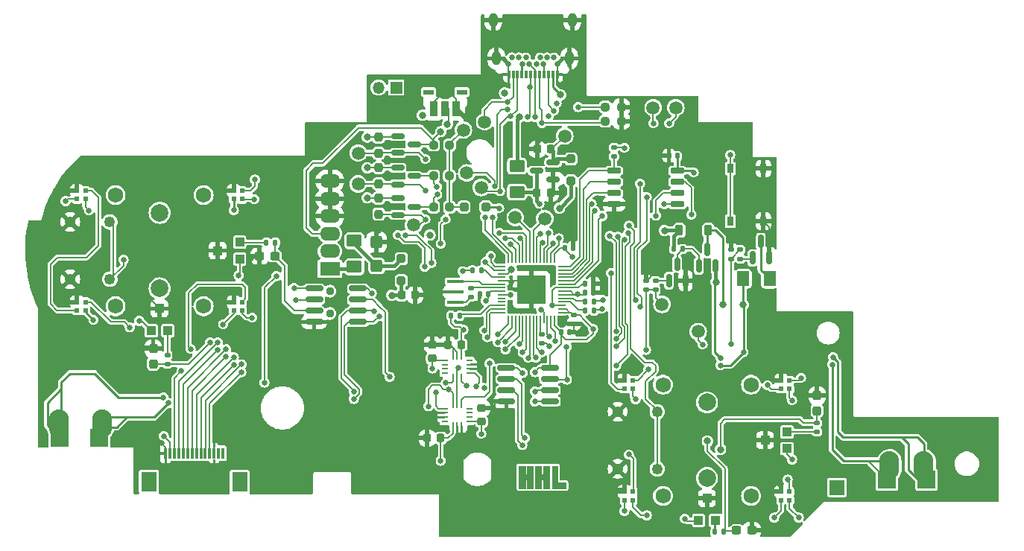
<source format=gbr>
G04 #@! TF.GenerationSoftware,KiCad,Pcbnew,7.0.2*
G04 #@! TF.CreationDate,2023-05-26T20:08:00-07:00*
G04 #@! TF.ProjectId,procon_gcc_main_pcb,70726f63-6f6e-45f6-9763-635f6d61696e,1*
G04 #@! TF.SameCoordinates,Original*
G04 #@! TF.FileFunction,Copper,L1,Top*
G04 #@! TF.FilePolarity,Positive*
%FSLAX46Y46*%
G04 Gerber Fmt 4.6, Leading zero omitted, Abs format (unit mm)*
G04 Created by KiCad (PCBNEW 7.0.2) date 2023-05-26 20:08:00*
%MOMM*%
%LPD*%
G01*
G04 APERTURE LIST*
G04 Aperture macros list*
%AMRoundRect*
0 Rectangle with rounded corners*
0 $1 Rounding radius*
0 $2 $3 $4 $5 $6 $7 $8 $9 X,Y pos of 4 corners*
0 Add a 4 corners polygon primitive as box body*
4,1,4,$2,$3,$4,$5,$6,$7,$8,$9,$2,$3,0*
0 Add four circle primitives for the rounded corners*
1,1,$1+$1,$2,$3*
1,1,$1+$1,$4,$5*
1,1,$1+$1,$6,$7*
1,1,$1+$1,$8,$9*
0 Add four rect primitives between the rounded corners*
20,1,$1+$1,$2,$3,$4,$5,0*
20,1,$1+$1,$4,$5,$6,$7,0*
20,1,$1+$1,$6,$7,$8,$9,0*
20,1,$1+$1,$8,$9,$2,$3,0*%
G04 Aperture macros list end*
G04 #@! TA.AperFunction,EtchedComponent*
%ADD10C,0.050000*%
G04 #@! TD*
G04 #@! TA.AperFunction,SMDPad,CuDef*
%ADD11RoundRect,0.135000X-0.135000X-0.185000X0.135000X-0.185000X0.135000X0.185000X-0.135000X0.185000X0*%
G04 #@! TD*
G04 #@! TA.AperFunction,SMDPad,CuDef*
%ADD12C,1.500000*%
G04 #@! TD*
G04 #@! TA.AperFunction,SMDPad,CuDef*
%ADD13R,0.300000X1.300000*%
G04 #@! TD*
G04 #@! TA.AperFunction,SMDPad,CuDef*
%ADD14R,1.800000X2.200000*%
G04 #@! TD*
G04 #@! TA.AperFunction,SMDPad,CuDef*
%ADD15R,0.745000X0.280000*%
G04 #@! TD*
G04 #@! TA.AperFunction,SMDPad,CuDef*
%ADD16R,0.280000X0.745000*%
G04 #@! TD*
G04 #@! TA.AperFunction,ComponentPad*
%ADD17R,1.700000X1.700000*%
G04 #@! TD*
G04 #@! TA.AperFunction,SMDPad,CuDef*
%ADD18RoundRect,0.225000X-0.250000X0.225000X-0.250000X-0.225000X0.250000X-0.225000X0.250000X0.225000X0*%
G04 #@! TD*
G04 #@! TA.AperFunction,SMDPad,CuDef*
%ADD19RoundRect,0.225000X-0.225000X-0.250000X0.225000X-0.250000X0.225000X0.250000X-0.225000X0.250000X0*%
G04 #@! TD*
G04 #@! TA.AperFunction,SMDPad,CuDef*
%ADD20R,0.950000X1.700000*%
G04 #@! TD*
G04 #@! TA.AperFunction,SMDPad,CuDef*
%ADD21R,0.900000X1.700000*%
G04 #@! TD*
G04 #@! TA.AperFunction,SMDPad,CuDef*
%ADD22R,1.200000X0.600000*%
G04 #@! TD*
G04 #@! TA.AperFunction,SMDPad,CuDef*
%ADD23R,1.000000X1.000000*%
G04 #@! TD*
G04 #@! TA.AperFunction,SMDPad,CuDef*
%ADD24RoundRect,0.135000X0.185000X-0.135000X0.185000X0.135000X-0.185000X0.135000X-0.185000X-0.135000X0*%
G04 #@! TD*
G04 #@! TA.AperFunction,SMDPad,CuDef*
%ADD25RoundRect,0.135000X0.135000X0.185000X-0.135000X0.185000X-0.135000X-0.185000X0.135000X-0.185000X0*%
G04 #@! TD*
G04 #@! TA.AperFunction,SMDPad,CuDef*
%ADD26R,0.550000X0.550000*%
G04 #@! TD*
G04 #@! TA.AperFunction,SMDPad,CuDef*
%ADD27RoundRect,0.225000X-0.225000X-0.375000X0.225000X-0.375000X0.225000X0.375000X-0.225000X0.375000X0*%
G04 #@! TD*
G04 #@! TA.AperFunction,SMDPad,CuDef*
%ADD28RoundRect,0.135000X-0.185000X0.135000X-0.185000X-0.135000X0.185000X-0.135000X0.185000X0.135000X0*%
G04 #@! TD*
G04 #@! TA.AperFunction,SMDPad,CuDef*
%ADD29RoundRect,0.150000X-0.825000X-0.150000X0.825000X-0.150000X0.825000X0.150000X-0.825000X0.150000X0*%
G04 #@! TD*
G04 #@! TA.AperFunction,SMDPad,CuDef*
%ADD30RoundRect,0.237500X-0.237500X0.300000X-0.237500X-0.300000X0.237500X-0.300000X0.237500X0.300000X0*%
G04 #@! TD*
G04 #@! TA.AperFunction,ComponentPad*
%ADD31R,2.300000X1.600000*%
G04 #@! TD*
G04 #@! TA.AperFunction,ComponentPad*
%ADD32O,2.300000X1.600000*%
G04 #@! TD*
G04 #@! TA.AperFunction,SMDPad,CuDef*
%ADD33RoundRect,0.150000X-0.587500X-0.150000X0.587500X-0.150000X0.587500X0.150000X-0.587500X0.150000X0*%
G04 #@! TD*
G04 #@! TA.AperFunction,SMDPad,CuDef*
%ADD34RoundRect,0.237500X0.300000X0.237500X-0.300000X0.237500X-0.300000X-0.237500X0.300000X-0.237500X0*%
G04 #@! TD*
G04 #@! TA.AperFunction,SMDPad,CuDef*
%ADD35RoundRect,0.250001X-0.624999X0.462499X-0.624999X-0.462499X0.624999X-0.462499X0.624999X0.462499X0*%
G04 #@! TD*
G04 #@! TA.AperFunction,SMDPad,CuDef*
%ADD36RoundRect,0.237500X-0.237500X0.250000X-0.237500X-0.250000X0.237500X-0.250000X0.237500X0.250000X0*%
G04 #@! TD*
G04 #@! TA.AperFunction,SMDPad,CuDef*
%ADD37RoundRect,0.150000X0.150000X-0.587500X0.150000X0.587500X-0.150000X0.587500X-0.150000X-0.587500X0*%
G04 #@! TD*
G04 #@! TA.AperFunction,SMDPad,CuDef*
%ADD38RoundRect,0.140000X0.140000X0.170000X-0.140000X0.170000X-0.140000X-0.170000X0.140000X-0.170000X0*%
G04 #@! TD*
G04 #@! TA.AperFunction,ComponentPad*
%ADD39R,2.000000X2.000000*%
G04 #@! TD*
G04 #@! TA.AperFunction,SMDPad,CuDef*
%ADD40R,3.200000X3.200000*%
G04 #@! TD*
G04 #@! TA.AperFunction,SMDPad,CuDef*
%ADD41RoundRect,0.050000X-0.387500X0.050000X-0.387500X-0.050000X0.387500X-0.050000X0.387500X0.050000X0*%
G04 #@! TD*
G04 #@! TA.AperFunction,SMDPad,CuDef*
%ADD42RoundRect,0.050000X-0.050000X0.387500X-0.050000X-0.387500X0.050000X-0.387500X0.050000X0.387500X0*%
G04 #@! TD*
G04 #@! TA.AperFunction,SMDPad,CuDef*
%ADD43RoundRect,0.140000X-0.170000X0.140000X-0.170000X-0.140000X0.170000X-0.140000X0.170000X0.140000X0*%
G04 #@! TD*
G04 #@! TA.AperFunction,SMDPad,CuDef*
%ADD44RoundRect,0.250000X-0.250000X-0.250000X0.250000X-0.250000X0.250000X0.250000X-0.250000X0.250000X0*%
G04 #@! TD*
G04 #@! TA.AperFunction,SMDPad,CuDef*
%ADD45RoundRect,0.250001X0.624999X-0.462499X0.624999X0.462499X-0.624999X0.462499X-0.624999X-0.462499X0*%
G04 #@! TD*
G04 #@! TA.AperFunction,SMDPad,CuDef*
%ADD46RoundRect,0.250000X0.250000X-0.250000X0.250000X0.250000X-0.250000X0.250000X-0.250000X-0.250000X0*%
G04 #@! TD*
G04 #@! TA.AperFunction,SMDPad,CuDef*
%ADD47RoundRect,0.237500X0.250000X0.237500X-0.250000X0.237500X-0.250000X-0.237500X0.250000X-0.237500X0*%
G04 #@! TD*
G04 #@! TA.AperFunction,SMDPad,CuDef*
%ADD48RoundRect,0.250001X-0.462499X-0.624999X0.462499X-0.624999X0.462499X0.624999X-0.462499X0.624999X0*%
G04 #@! TD*
G04 #@! TA.AperFunction,SMDPad,CuDef*
%ADD49O,2.250000X3.250000*%
G04 #@! TD*
G04 #@! TA.AperFunction,SMDPad,CuDef*
%ADD50RoundRect,0.237500X-0.300000X-0.237500X0.300000X-0.237500X0.300000X0.237500X-0.300000X0.237500X0*%
G04 #@! TD*
G04 #@! TA.AperFunction,SMDPad,CuDef*
%ADD51RoundRect,0.225000X0.225000X0.250000X-0.225000X0.250000X-0.225000X-0.250000X0.225000X-0.250000X0*%
G04 #@! TD*
G04 #@! TA.AperFunction,SMDPad,CuDef*
%ADD52R,1.900000X0.400000*%
G04 #@! TD*
G04 #@! TA.AperFunction,SMDPad,CuDef*
%ADD53RoundRect,0.140000X-0.140000X-0.170000X0.140000X-0.170000X0.140000X0.170000X-0.140000X0.170000X0*%
G04 #@! TD*
G04 #@! TA.AperFunction,SMDPad,CuDef*
%ADD54RoundRect,0.250000X0.425000X-0.450000X0.425000X0.450000X-0.425000X0.450000X-0.425000X-0.450000X0*%
G04 #@! TD*
G04 #@! TA.AperFunction,SMDPad,CuDef*
%ADD55RoundRect,0.150000X0.587500X0.150000X-0.587500X0.150000X-0.587500X-0.150000X0.587500X-0.150000X0*%
G04 #@! TD*
G04 #@! TA.AperFunction,ComponentPad*
%ADD56C,1.750000*%
G04 #@! TD*
G04 #@! TA.AperFunction,WasherPad*
%ADD57C,2.000000*%
G04 #@! TD*
G04 #@! TA.AperFunction,ComponentPad*
%ADD58C,1.250000*%
G04 #@! TD*
G04 #@! TA.AperFunction,SMDPad,CuDef*
%ADD59R,0.750000X1.000000*%
G04 #@! TD*
G04 #@! TA.AperFunction,ComponentPad*
%ADD60R,1.350000X1.350000*%
G04 #@! TD*
G04 #@! TA.AperFunction,ComponentPad*
%ADD61O,1.350000X1.350000*%
G04 #@! TD*
G04 #@! TA.AperFunction,SMDPad,CuDef*
%ADD62R,0.300000X0.900000*%
G04 #@! TD*
G04 #@! TA.AperFunction,ComponentPad*
%ADD63C,0.650000*%
G04 #@! TD*
G04 #@! TA.AperFunction,ComponentPad*
%ADD64O,1.000000X1.600000*%
G04 #@! TD*
G04 #@! TA.AperFunction,SMDPad,CuDef*
%ADD65RoundRect,0.150000X-0.650000X-0.150000X0.650000X-0.150000X0.650000X0.150000X-0.650000X0.150000X0*%
G04 #@! TD*
G04 #@! TA.AperFunction,SMDPad,CuDef*
%ADD66RoundRect,0.237500X-0.250000X-0.237500X0.250000X-0.237500X0.250000X0.237500X-0.250000X0.237500X0*%
G04 #@! TD*
G04 #@! TA.AperFunction,ViaPad*
%ADD67C,0.650000*%
G04 #@! TD*
G04 #@! TA.AperFunction,ViaPad*
%ADD68C,0.950000*%
G04 #@! TD*
G04 #@! TA.AperFunction,ViaPad*
%ADD69C,0.800000*%
G04 #@! TD*
G04 #@! TA.AperFunction,Conductor*
%ADD70C,0.150000*%
G04 #@! TD*
G04 #@! TA.AperFunction,Conductor*
%ADD71C,0.200000*%
G04 #@! TD*
G04 #@! TA.AperFunction,Conductor*
%ADD72C,0.250000*%
G04 #@! TD*
G04 #@! TA.AperFunction,Conductor*
%ADD73C,0.400000*%
G04 #@! TD*
G04 APERTURE END LIST*
D10*
X141256099Y-145243438D02*
X142210054Y-145243438D01*
X142210054Y-145912807D01*
X140623440Y-145912807D01*
X140623440Y-143359635D01*
X141256099Y-143359635D01*
X141256099Y-145243438D01*
G04 #@! TA.AperFunction,EtchedComponent*
G36*
X141256099Y-145243438D02*
G01*
X142210054Y-145243438D01*
X142210054Y-145912807D01*
X140623440Y-145912807D01*
X140623440Y-143359635D01*
X141256099Y-143359635D01*
X141256099Y-145243438D01*
G37*
G04 #@! TD.AperFunction*
X138490336Y-145912807D02*
X137809475Y-145912807D01*
X137809475Y-144944685D01*
X137569819Y-144944685D01*
X137569819Y-145912807D01*
X136884519Y-145912807D01*
X136884519Y-143360155D01*
X137567533Y-143359635D01*
X137567533Y-144282437D01*
X137809475Y-144282437D01*
X137809475Y-143359635D01*
X138490336Y-143359635D01*
X138490336Y-145912807D01*
G04 #@! TA.AperFunction,EtchedComponent*
G36*
X138490336Y-145912807D02*
G01*
X137809475Y-145912807D01*
X137809475Y-144944685D01*
X137569819Y-144944685D01*
X137569819Y-145912807D01*
X136884519Y-145912807D01*
X136884519Y-143360155D01*
X137567533Y-143359635D01*
X137567533Y-144282437D01*
X137809475Y-144282437D01*
X137809475Y-143359635D01*
X138490336Y-143359635D01*
X138490336Y-145912807D01*
G37*
G04 #@! TD.AperFunction*
X140340336Y-145912807D02*
X139659475Y-145912807D01*
X139659475Y-144944685D01*
X139419819Y-144944685D01*
X139419819Y-145912807D01*
X138734519Y-145912807D01*
X138734519Y-143360155D01*
X139417533Y-143359635D01*
X139417533Y-144282437D01*
X139659475Y-144282437D01*
X139659475Y-143359635D01*
X140340336Y-143359635D01*
X140340336Y-145912807D01*
G04 #@! TA.AperFunction,EtchedComponent*
G36*
X140340336Y-145912807D02*
G01*
X139659475Y-145912807D01*
X139659475Y-144944685D01*
X139419819Y-144944685D01*
X139419819Y-145912807D01*
X138734519Y-145912807D01*
X138734519Y-143360155D01*
X139417533Y-143359635D01*
X139417533Y-144282437D01*
X139659475Y-144282437D01*
X139659475Y-143359635D01*
X140340336Y-143359635D01*
X140340336Y-145912807D01*
G37*
G04 #@! TD.AperFunction*
D11*
X129129756Y-126274421D03*
X130149756Y-126274421D03*
D12*
X136459755Y-115106341D03*
X139814343Y-115229853D03*
D13*
X96741205Y-141917846D03*
X97241205Y-141917846D03*
X97741205Y-141917846D03*
X98241205Y-141917846D03*
X98741205Y-141917846D03*
X99241205Y-141917846D03*
X99741205Y-141917846D03*
X100241205Y-141917846D03*
X100741205Y-141917846D03*
X101241205Y-141917846D03*
X101741205Y-141917846D03*
X102241205Y-141917846D03*
X102741205Y-141917846D03*
X103241205Y-141917846D03*
D14*
X94841205Y-145167846D03*
X105141205Y-145167846D03*
D15*
X131250000Y-132830000D03*
X131250000Y-132330000D03*
X131250000Y-131830000D03*
X131250000Y-131330000D03*
D16*
X130352000Y-130932000D03*
X129852000Y-130932000D03*
X129352000Y-130932000D03*
D15*
X128454000Y-131330000D03*
X128454000Y-131830000D03*
X128454000Y-132330000D03*
X128454000Y-132830000D03*
D16*
X129352000Y-133228000D03*
X129852000Y-133228000D03*
X130352000Y-133228000D03*
D15*
X128461499Y-136823749D03*
X128461499Y-137323749D03*
X128461499Y-137823749D03*
X128461499Y-138323749D03*
D16*
X129359499Y-138721749D03*
X129859499Y-138721749D03*
X130359499Y-138721749D03*
D15*
X131257499Y-138323749D03*
X131257499Y-137823749D03*
X131257499Y-137323749D03*
X131257499Y-136823749D03*
D16*
X130359499Y-136425749D03*
X129859499Y-136425749D03*
X129359499Y-136425749D03*
D17*
X172983595Y-145804174D03*
D18*
X127028523Y-129572529D03*
X127028523Y-131122529D03*
D19*
X130318394Y-129595200D03*
X128768394Y-129595200D03*
D18*
X132638988Y-136778904D03*
X132638988Y-138328904D03*
D19*
X126437999Y-140194151D03*
X127987999Y-140194151D03*
D20*
X127208519Y-102740000D03*
D21*
X128483519Y-102740000D03*
D20*
X129758519Y-102740000D03*
D22*
X126583519Y-100840000D03*
X130383519Y-100840000D03*
D23*
X105145000Y-119820000D03*
X105145000Y-117920000D03*
X102645000Y-118870000D03*
D24*
X152392760Y-123334312D03*
X152392760Y-122314312D03*
D25*
X145378378Y-124674084D03*
X144358378Y-124674084D03*
D26*
X166660000Y-134590000D03*
X167610000Y-134590000D03*
X167610000Y-133640000D03*
X166660000Y-133640000D03*
D27*
X155085499Y-116574786D03*
X158385499Y-116574786D03*
D28*
X162021317Y-118784380D03*
X162021317Y-119804380D03*
D12*
X152120505Y-102616000D03*
D24*
X170739623Y-139478477D03*
X170739623Y-138458477D03*
D12*
X142081539Y-105833876D03*
D29*
X113605156Y-123184537D03*
X113605156Y-124454537D03*
X113605156Y-125724537D03*
X113605156Y-126994537D03*
X118555156Y-126994537D03*
X118555156Y-125724537D03*
X118555156Y-124454537D03*
X118555156Y-123184537D03*
D30*
X95317457Y-130017891D03*
X95317457Y-131742891D03*
D31*
X115400000Y-120950000D03*
D32*
X115400000Y-118950000D03*
X115400000Y-116950000D03*
X115400000Y-114950000D03*
X115400000Y-112950000D03*
X115400000Y-110950000D03*
D33*
X123105000Y-105860000D03*
X123105000Y-107760000D03*
X124980000Y-106810000D03*
X123092500Y-112930000D03*
X123092500Y-114830000D03*
X124967500Y-113880000D03*
D11*
X131570000Y-121131418D03*
X132590000Y-121131418D03*
D34*
X163312504Y-150698757D03*
X161587504Y-150698757D03*
D26*
X86670000Y-125670000D03*
X87620000Y-125670000D03*
X87620000Y-124720000D03*
X86670000Y-124720000D03*
D35*
X136652000Y-109256500D03*
X136652000Y-112231500D03*
D36*
X120944000Y-109456500D03*
X120944000Y-111281500D03*
D37*
X163403973Y-119704893D03*
X165303973Y-119704893D03*
X164353973Y-117829893D03*
D38*
X154868965Y-108099075D03*
X153908965Y-108099075D03*
D39*
X178675000Y-144906500D03*
D40*
X138300000Y-123300000D03*
D41*
X141737500Y-120700000D03*
X141737500Y-121100000D03*
X141737500Y-121500000D03*
X141737500Y-121900000D03*
X141737500Y-122300000D03*
X141737500Y-122700000D03*
X141737500Y-123100000D03*
X141737500Y-123500000D03*
X141737500Y-123900000D03*
X141737500Y-124300000D03*
X141737500Y-124700000D03*
X141737500Y-125100000D03*
X141737500Y-125500000D03*
X141737500Y-125900000D03*
D42*
X140900000Y-126737500D03*
X140500000Y-126737500D03*
X140100000Y-126737500D03*
X139700000Y-126737500D03*
X139300000Y-126737500D03*
X138900000Y-126737500D03*
X138500000Y-126737500D03*
X138100000Y-126737500D03*
X137700000Y-126737500D03*
X137300000Y-126737500D03*
X136900000Y-126737500D03*
X136500000Y-126737500D03*
X136100000Y-126737500D03*
X135700000Y-126737500D03*
D41*
X134862500Y-125900000D03*
X134862500Y-125500000D03*
X134862500Y-125100000D03*
X134862500Y-124700000D03*
X134862500Y-124300000D03*
X134862500Y-123900000D03*
X134862500Y-123500000D03*
X134862500Y-123100000D03*
X134862500Y-122700000D03*
X134862500Y-122300000D03*
X134862500Y-121900000D03*
X134862500Y-121500000D03*
X134862500Y-121100000D03*
X134862500Y-120700000D03*
D42*
X135700000Y-119862500D03*
X136100000Y-119862500D03*
X136500000Y-119862500D03*
X136900000Y-119862500D03*
X137300000Y-119862500D03*
X137700000Y-119862500D03*
X138100000Y-119862500D03*
X138500000Y-119862500D03*
X138900000Y-119862500D03*
X139300000Y-119862500D03*
X139700000Y-119862500D03*
X140100000Y-119862500D03*
X140500000Y-119862500D03*
X140900000Y-119862500D03*
D26*
X104470000Y-112070000D03*
X105420000Y-112070000D03*
X105420000Y-113020000D03*
X104470000Y-113020000D03*
D43*
X143120000Y-126220000D03*
X143120000Y-127180000D03*
D36*
X120937000Y-112897500D03*
X120937000Y-114722500D03*
D44*
X130628718Y-113924462D03*
X133128718Y-113924462D03*
D45*
X118166000Y-120723000D03*
X118166000Y-117748000D03*
D39*
X84675000Y-140125000D03*
D46*
X123500000Y-122300000D03*
X123500000Y-119800000D03*
D38*
X133361612Y-123799940D03*
X132401612Y-123799940D03*
D47*
X128992500Y-113940000D03*
X127167500Y-113940000D03*
D28*
X160950598Y-118782478D03*
X160950598Y-119802478D03*
D23*
X157285000Y-149540000D03*
X159185000Y-149540000D03*
X158235000Y-147040000D03*
D48*
X162366473Y-122067393D03*
X165341473Y-122067393D03*
D49*
X178957595Y-143318317D03*
X182857595Y-143318317D03*
D37*
X153905499Y-122292286D03*
X155805499Y-122292286D03*
X154855499Y-120417286D03*
D25*
X145383475Y-125698631D03*
X144363475Y-125698631D03*
D50*
X107418809Y-119497056D03*
X109143809Y-119497056D03*
D51*
X125075000Y-123925000D03*
X123525000Y-123925000D03*
D26*
X148860000Y-146290000D03*
X149810000Y-146290000D03*
X149810000Y-147240000D03*
X148860000Y-147240000D03*
D12*
X124900940Y-115973075D03*
X157237043Y-128094200D03*
D24*
X147669721Y-108165507D03*
X147669721Y-107145507D03*
D52*
X129650000Y-122375000D03*
X129650000Y-123575000D03*
X129650000Y-124775000D03*
D53*
X142075728Y-118581565D03*
X143035728Y-118581565D03*
D26*
X86670000Y-113020000D03*
X87620000Y-113020000D03*
X87620000Y-112070000D03*
X86670000Y-112070000D03*
D54*
X120706000Y-120622000D03*
X120706000Y-117922000D03*
D12*
X130556000Y-105156000D03*
D30*
X170738456Y-137077081D03*
X170738456Y-135352081D03*
D26*
X166660000Y-147240000D03*
X167610000Y-147240000D03*
X167610000Y-146290000D03*
X166660000Y-146290000D03*
D33*
X123092500Y-109440000D03*
X123092500Y-111340000D03*
X124967500Y-110390000D03*
D55*
X140745500Y-110744500D03*
X140745500Y-108844500D03*
X138870500Y-109794500D03*
D11*
X159135629Y-150847756D03*
X160155629Y-150847756D03*
D56*
X153235000Y-134115000D03*
X153235000Y-146765000D03*
D57*
X158235000Y-136140000D03*
X158235000Y-144740000D03*
D56*
X163235000Y-134115000D03*
X163235000Y-146765000D03*
D58*
X152585000Y-137190000D03*
X152585000Y-143690000D03*
X148085000Y-137190000D03*
X148085000Y-143690000D03*
D59*
X164635000Y-109540000D03*
X164635000Y-115540000D03*
X160885000Y-109540000D03*
X160885000Y-115540000D03*
D23*
X95095000Y-127970000D03*
X96995000Y-127970000D03*
X96045000Y-125470000D03*
D11*
X108175401Y-117977059D03*
X109195401Y-117977059D03*
D38*
X142603255Y-128160953D03*
X141643255Y-128160953D03*
D19*
X138913000Y-112324500D03*
X140463000Y-112324500D03*
D38*
X145330000Y-123675000D03*
X144370000Y-123675000D03*
D60*
X122920000Y-100330000D03*
D61*
X120920000Y-100330000D03*
D12*
X118616369Y-107778492D03*
D38*
X145327989Y-122665768D03*
X144367989Y-122665768D03*
D12*
X130945712Y-110042059D03*
D37*
X157305499Y-120612286D03*
X159205499Y-120612286D03*
X158255499Y-118737286D03*
D47*
X128982500Y-110380000D03*
X127157500Y-110380000D03*
D62*
X141210000Y-98835000D03*
X140710000Y-98835000D03*
X140210000Y-98835000D03*
X139710000Y-98835000D03*
X139210000Y-98835000D03*
X138710000Y-98835000D03*
X138210000Y-98835000D03*
X137710000Y-98835000D03*
X137210000Y-98835000D03*
X136710000Y-98835000D03*
X136210000Y-98835000D03*
X135710000Y-98835000D03*
D63*
X135660000Y-97625000D03*
X136060000Y-96925000D03*
X136860000Y-96925000D03*
X137260000Y-97625000D03*
X137660000Y-96925000D03*
X138060000Y-97625000D03*
X138860000Y-97625000D03*
X139260000Y-96925000D03*
X139660000Y-97625000D03*
X140060000Y-96925000D03*
X140860000Y-96925000D03*
X141260000Y-97625000D03*
D64*
X142950000Y-92635000D03*
X142590000Y-97025000D03*
X134330000Y-97025000D03*
X133970000Y-92635000D03*
D12*
X118599544Y-111294833D03*
D29*
X135447000Y-132207000D03*
X135447000Y-133477000D03*
X135447000Y-134747000D03*
X135447000Y-136017000D03*
X140397000Y-136017000D03*
X140397000Y-134747000D03*
X140397000Y-133477000D03*
X140397000Y-132207000D03*
D65*
X147671042Y-109789917D03*
X147671042Y-111059917D03*
X147671042Y-112329917D03*
X147671042Y-113599917D03*
X154871042Y-113599917D03*
X154871042Y-112329917D03*
X154871042Y-111059917D03*
X154871042Y-109789917D03*
D47*
X128992500Y-106880000D03*
X127167500Y-106880000D03*
D24*
X131420884Y-124153577D03*
X131420884Y-123133577D03*
D49*
X84607723Y-138528911D03*
X89507723Y-138528911D03*
D28*
X96933652Y-130742363D03*
X96933652Y-131762363D03*
D51*
X140508000Y-107344500D03*
X138958000Y-107344500D03*
D26*
X104470000Y-125670000D03*
X105420000Y-125670000D03*
X105420000Y-124720000D03*
X104470000Y-124720000D03*
D36*
X120930000Y-105967500D03*
X120930000Y-107792500D03*
D25*
X155475499Y-118684786D03*
X154455499Y-118684786D03*
D12*
X154686000Y-102616000D03*
X132980418Y-104222421D03*
D66*
X146687500Y-102550000D03*
X148512500Y-102550000D03*
D58*
X85895000Y-122120000D03*
X85895000Y-115620000D03*
X90395000Y-122120000D03*
X90395000Y-115620000D03*
D56*
X101045000Y-125195000D03*
X101045000Y-112545000D03*
D57*
X96045000Y-123170000D03*
X96045000Y-114570000D03*
D56*
X91045000Y-125195000D03*
X91045000Y-112545000D03*
D23*
X167335000Y-141390000D03*
X167335000Y-139490000D03*
X164835000Y-140440000D03*
D46*
X142794000Y-110954500D03*
X142794000Y-108454500D03*
D26*
X148860000Y-134590000D03*
X149810000Y-134590000D03*
X149810000Y-133640000D03*
X148860000Y-133640000D03*
D28*
X151314832Y-122308704D03*
X151314832Y-123328704D03*
D39*
X89175000Y-140125000D03*
D12*
X153119831Y-124976430D03*
D39*
X183175000Y-144906500D03*
D66*
X146687500Y-104150000D03*
X148512500Y-104150000D03*
D12*
X132571909Y-111701320D03*
D28*
X139473009Y-128385944D03*
X139473009Y-129405944D03*
D67*
X138675176Y-132700935D03*
D68*
X115399875Y-126024784D03*
X115393423Y-123482711D03*
D67*
X130005677Y-132178963D03*
X139405270Y-125570588D03*
X132908956Y-134502055D03*
X133548657Y-131702501D03*
X128588745Y-133855475D03*
X130562373Y-127876914D03*
X127054837Y-132259660D03*
X132000173Y-134288316D03*
X127432841Y-134967501D03*
X126573027Y-136571982D03*
X130887178Y-134256953D03*
X128906167Y-134655907D03*
X127985961Y-142771665D03*
X132588000Y-139700000D03*
X140316540Y-129785101D03*
X141035477Y-129161171D03*
X140340984Y-128624884D03*
X93726331Y-126862917D03*
X134620000Y-114046000D03*
X168667000Y-149234000D03*
X142970303Y-119602303D03*
X133110093Y-124574727D03*
X88535000Y-126744000D03*
X167905000Y-142630000D03*
X151395000Y-148980000D03*
X136906432Y-129527645D03*
X152146000Y-104394000D03*
D69*
X119634000Y-112870000D03*
D67*
X120142000Y-123698000D03*
X145288000Y-127762000D03*
D69*
X119634000Y-109456500D03*
D67*
X150125000Y-135772000D03*
D69*
X141478000Y-114046000D03*
X119634000Y-105967500D03*
X122428000Y-123952000D03*
D67*
X105020929Y-121684734D03*
X155702000Y-149352000D03*
X143500453Y-123854037D03*
X88027000Y-114298000D03*
X106823000Y-113028000D03*
X96520000Y-139954000D03*
X106569000Y-126490000D03*
X137028008Y-117460000D03*
X167894000Y-135890000D03*
X156718000Y-109982000D03*
X142748000Y-100838000D03*
X120904000Y-116586000D03*
X145804133Y-112938500D03*
X133096000Y-100076000D03*
X143221104Y-114944030D03*
D69*
X127107283Y-123666449D03*
D67*
X150114000Y-104140000D03*
X120142000Y-139446000D03*
X106415599Y-119752632D03*
X103267000Y-124712000D03*
X152908000Y-107950000D03*
X132295074Y-125071565D03*
X96251364Y-140759909D03*
X134620000Y-138938000D03*
X165873000Y-145170000D03*
D69*
X139700000Y-105918000D03*
D67*
X94658085Y-124431035D03*
X149098000Y-131826000D03*
X163068000Y-117348000D03*
X111760000Y-127508000D03*
X145825146Y-121260797D03*
X165365000Y-141868000D03*
X143510000Y-128270000D03*
X170942000Y-133350000D03*
X120142000Y-136652000D03*
X102600819Y-120120673D03*
X165354000Y-132334000D03*
X93841951Y-129753459D03*
X125476000Y-122682000D03*
X102616000Y-140462000D03*
D69*
X157480000Y-124714000D03*
D67*
X103267000Y-112012000D03*
X85578500Y-112054911D03*
D69*
X140462000Y-113538000D03*
D67*
X85578500Y-124712000D03*
X147585000Y-145932000D03*
X164857000Y-150758000D03*
X156718000Y-146558000D03*
X151788505Y-121225927D03*
X135988986Y-122489828D03*
X153924000Y-104394000D03*
X96486350Y-135568701D03*
X139192000Y-113538000D03*
X172466000Y-131826000D03*
D69*
X153416000Y-116586000D03*
X159258000Y-122428000D03*
D67*
X159766000Y-131064000D03*
X99568000Y-130048000D03*
X98532731Y-132568731D03*
X172548500Y-130980513D03*
X159750995Y-131913370D03*
X97059568Y-136218201D03*
D69*
X160046410Y-125022965D03*
D67*
X162376218Y-130414500D03*
D69*
X162368205Y-125022965D03*
X135250000Y-100950000D03*
X141600000Y-101150000D03*
D67*
X135889284Y-123917342D03*
X140655008Y-125103788D03*
D69*
X125910445Y-103485736D03*
X136951582Y-103667026D03*
D67*
X148844000Y-107188000D03*
X160871714Y-108012111D03*
X135560000Y-102010000D03*
X141150037Y-102109750D03*
D69*
X127988555Y-105343940D03*
D67*
X127552150Y-111614186D03*
X134112000Y-111506000D03*
X135580464Y-102859256D03*
X140859500Y-102955721D03*
X139490000Y-104340000D03*
X150169000Y-124460000D03*
X138725000Y-103700000D03*
X150622000Y-111252000D03*
X146370500Y-124460000D03*
X153388660Y-113593849D03*
X145127916Y-113538000D03*
X152443077Y-114896437D03*
X145521157Y-114366463D03*
X146355074Y-114943530D03*
X156457671Y-114790556D03*
X102638667Y-129310618D03*
X132954745Y-127933292D03*
X133288465Y-128714500D03*
X102597604Y-130199504D03*
X103612047Y-130088267D03*
X134468986Y-128424319D03*
X134455541Y-129285586D03*
X103587142Y-130960994D03*
X135349887Y-129239062D03*
X104475631Y-131002427D03*
X135343064Y-130093708D03*
X104464757Y-131861123D03*
X105359559Y-131816120D03*
X137299911Y-130464500D03*
X137922000Y-131064000D03*
X105322545Y-132700957D03*
X150622000Y-125222000D03*
X146304000Y-125476000D03*
X137875497Y-103700000D03*
X151384000Y-112776000D03*
X138110500Y-100325000D03*
X135952868Y-103627332D03*
X140240000Y-103600000D03*
X134712689Y-112106689D03*
X127585799Y-112489066D03*
X143600000Y-102550000D03*
X130460546Y-121226096D03*
X147320000Y-121412000D03*
X151584478Y-132387522D03*
X165106351Y-134191230D03*
X165873000Y-149234000D03*
X168910000Y-133350000D03*
X135890000Y-118110000D03*
X126238000Y-115316000D03*
X126238000Y-112014000D03*
X135289311Y-117485500D03*
X134671163Y-116886000D03*
X126238000Y-108458000D03*
X151308546Y-130152209D03*
X138773731Y-131031781D03*
X139438596Y-130432281D03*
X157734000Y-129540000D03*
X160988701Y-129462658D03*
X101789256Y-129298146D03*
X111506000Y-124460000D03*
X140747854Y-118036659D03*
X111320153Y-123112063D03*
X137515984Y-140168988D03*
D69*
X158289061Y-140543759D03*
D67*
X120396000Y-125730000D03*
X138684000Y-134874000D03*
X147919500Y-128016000D03*
X147198879Y-117213045D03*
X141404177Y-117497313D03*
X118110000Y-134882500D03*
X137247348Y-140974897D03*
D69*
X159766000Y-141478000D03*
D67*
X167397000Y-144916000D03*
X148855000Y-148472000D03*
X133858000Y-115062000D03*
X149384122Y-116050151D03*
X85375221Y-113236927D03*
X106869300Y-110801928D03*
X148873233Y-117647016D03*
X122174000Y-133233500D03*
X142305553Y-129811740D03*
X142311493Y-133531152D03*
X147919500Y-129744441D03*
X140205307Y-116837159D03*
X120996689Y-126330689D03*
X139525184Y-117975142D03*
X138671220Y-136025083D03*
X148109237Y-117275581D03*
X118110000Y-135732003D03*
X147919500Y-128865503D03*
X139325404Y-117003791D03*
X149293981Y-116894857D03*
X147919500Y-131948063D03*
X137283380Y-132782656D03*
X92662542Y-127596428D03*
X103267000Y-127252000D03*
X109315105Y-121762452D03*
X127987924Y-118081924D03*
X104473364Y-114290045D03*
X133008554Y-115071795D03*
X128524000Y-115316000D03*
X149352000Y-142063488D03*
X91948000Y-119888000D03*
X107962872Y-133883745D03*
D69*
X136030294Y-121057593D03*
X126766222Y-117099496D03*
X128751620Y-104486351D03*
D67*
X123102497Y-117094000D03*
X126167632Y-120689085D03*
X133072036Y-120142000D03*
X126910268Y-120276596D03*
X133671536Y-119468777D03*
X123952000Y-117094000D03*
D70*
X130340339Y-126083838D02*
X130149756Y-126274421D01*
X133515880Y-125100000D02*
X132532042Y-126083838D01*
X134862500Y-125100000D02*
X133515880Y-125100000D01*
X132532042Y-126083838D02*
X130340339Y-126083838D01*
D71*
X133361612Y-124323208D02*
X133361612Y-123799940D01*
X133110093Y-124574727D02*
X133361612Y-124323208D01*
D70*
X130193459Y-127508000D02*
X130562373Y-127876914D01*
X129540000Y-127508000D02*
X130193459Y-127508000D01*
X129129756Y-127097756D02*
X129540000Y-127508000D01*
X129129756Y-126274421D02*
X129129756Y-127097756D01*
X138500000Y-116544196D02*
X139814343Y-115229853D01*
X138500000Y-119862500D02*
X138500000Y-116544196D01*
X138100000Y-116736342D02*
X138100000Y-119862500D01*
X136469999Y-115106341D02*
X138100000Y-116736342D01*
X136459755Y-115106341D02*
X136469999Y-115106341D01*
X109195401Y-119445464D02*
X109195401Y-117977059D01*
D71*
X93726331Y-126862917D02*
X93987917Y-126862917D01*
X93987917Y-126862917D02*
X95095000Y-127970000D01*
X96934288Y-130741727D02*
X96933652Y-130742363D01*
X96995000Y-127970000D02*
X96934288Y-128030712D01*
X96934288Y-128030712D02*
X96934288Y-130741727D01*
X96933652Y-131762363D02*
X99325039Y-131762363D01*
X99325039Y-131762363D02*
X101789256Y-129298146D01*
X96914180Y-131742891D02*
X96933652Y-131762363D01*
X95317457Y-131742891D02*
X96914180Y-131742891D01*
X95053025Y-129753459D02*
X95317457Y-130017891D01*
X93841951Y-129753459D02*
X95053025Y-129753459D01*
X111348134Y-125724537D02*
X113605156Y-125724537D01*
X110236000Y-124612403D02*
X111348134Y-125724537D01*
X110236000Y-120589247D02*
X110236000Y-124612403D01*
X109143809Y-119497056D02*
X110236000Y-120589247D01*
D70*
X105163038Y-117938038D02*
X105145000Y-117920000D01*
X107974284Y-117938038D02*
X105163038Y-117938038D01*
X108094353Y-118058107D02*
X107974284Y-117938038D01*
X106671175Y-119497056D02*
X107418809Y-119497056D01*
X106415599Y-119752632D02*
X106671175Y-119497056D01*
D72*
X127198732Y-123575000D02*
X129650000Y-123575000D01*
X127107283Y-123666449D02*
X127198732Y-123575000D01*
D70*
X135660000Y-99798000D02*
X135660000Y-97625000D01*
X135382000Y-100076000D02*
X135660000Y-99798000D01*
X133096000Y-100076000D02*
X135382000Y-100076000D01*
X138858350Y-129955067D02*
X139335564Y-130432281D01*
X139335564Y-130432281D02*
X139438596Y-130432281D01*
X138903786Y-127865017D02*
X138858350Y-127910453D01*
X138903786Y-126741286D02*
X138903786Y-127865017D01*
X138858350Y-127910453D02*
X138858350Y-129955067D01*
X138900000Y-126737500D02*
X138903786Y-126741286D01*
D71*
X102241205Y-140836795D02*
X102616000Y-140462000D01*
X102241205Y-141917846D02*
X102241205Y-140836795D01*
D70*
X101750000Y-136273502D02*
X105322545Y-132700957D01*
X101750000Y-141909051D02*
X101750000Y-136273502D01*
X101741205Y-141917846D02*
X101750000Y-141909051D01*
X101250000Y-141909051D02*
X101250000Y-135925679D01*
X101241205Y-141917846D02*
X101250000Y-141909051D01*
X101250000Y-135925679D02*
X105359559Y-131816120D01*
X100750000Y-135575880D02*
X104464757Y-131861123D01*
X100750000Y-141909051D02*
X100750000Y-135575880D01*
X100741205Y-141917846D02*
X100750000Y-141909051D01*
X100250000Y-135228058D02*
X104475631Y-131002427D01*
X100250000Y-141909051D02*
X100250000Y-135228058D01*
X100241205Y-141917846D02*
X100250000Y-141909051D01*
X99750000Y-141909051D02*
X99750000Y-134798136D01*
X99750000Y-134798136D02*
X103587142Y-130960994D01*
X99741205Y-141917846D02*
X99750000Y-141909051D01*
X99250000Y-134450314D02*
X103612047Y-130088267D01*
X99250000Y-141909051D02*
X99250000Y-134450314D01*
X99241205Y-141917846D02*
X99250000Y-141909051D01*
X98750000Y-134047108D02*
X102597604Y-130199504D01*
X98750000Y-141909051D02*
X98750000Y-134047108D01*
X98741205Y-141917846D02*
X98750000Y-141909051D01*
X98250000Y-141909051D02*
X98250000Y-133699285D01*
X98250000Y-133699285D02*
X102638667Y-129310618D01*
X98241205Y-141917846D02*
X98250000Y-141909051D01*
X97750000Y-141909051D02*
X97741205Y-141917846D01*
X97750000Y-133351462D02*
X97750000Y-141909051D01*
X98532731Y-132568731D02*
X97750000Y-133351462D01*
D71*
X97241205Y-141917846D02*
X97241205Y-140675205D01*
X97241205Y-140675205D02*
X96520000Y-139954000D01*
D70*
X96741205Y-141249750D02*
X96251364Y-140759909D01*
X96741205Y-141917846D02*
X96741205Y-141249750D01*
X111392627Y-123184537D02*
X113605156Y-123184537D01*
X111320153Y-123112063D02*
X111392627Y-123184537D01*
X140100000Y-118863287D02*
X140747854Y-118215433D01*
X140100000Y-119862500D02*
X140100000Y-118863287D01*
X140747854Y-118215433D02*
X140747854Y-118036659D01*
X141260000Y-99604000D02*
X141260000Y-97625000D01*
X142494000Y-100838000D02*
X141260000Y-99604000D01*
X142748000Y-100838000D02*
X142494000Y-100838000D01*
D72*
X137210000Y-99035000D02*
X137210000Y-97675000D01*
X137210000Y-97675000D02*
X137260000Y-97625000D01*
D70*
X138710000Y-103685000D02*
X138725000Y-103700000D01*
X138710000Y-98340083D02*
X138710000Y-103685000D01*
X138060000Y-97690083D02*
X138710000Y-98340083D01*
X138060000Y-97625000D02*
X138060000Y-97690083D01*
X140900000Y-127417698D02*
X141643255Y-128160953D01*
X140900000Y-126737500D02*
X140900000Y-127417698D01*
X145288000Y-128294589D02*
X145288000Y-127762000D01*
X141643255Y-128461754D02*
X142185094Y-129003593D01*
X141643255Y-128160953D02*
X141643255Y-128461754D01*
X142185094Y-129003593D02*
X144578996Y-129003593D01*
X144578996Y-129003593D02*
X145288000Y-128294589D01*
X139169111Y-132207000D02*
X138675176Y-132700935D01*
X140397000Y-132207000D02*
X139169111Y-132207000D01*
X141737500Y-125900000D02*
X142800000Y-125900000D01*
X129852000Y-132332640D02*
X130005677Y-132178963D01*
X129852000Y-133228000D02*
X129852000Y-132332640D01*
D71*
X113424953Y-116950000D02*
X115400000Y-116950000D01*
X112727755Y-116252802D02*
X113424953Y-116950000D01*
X113501588Y-108958139D02*
X112727755Y-109731972D01*
X114561861Y-108958139D02*
X113501588Y-108958139D01*
X112727755Y-109731972D02*
X112727755Y-116252802D01*
X127167500Y-106339500D02*
X125730000Y-104902000D01*
X125730000Y-104902000D02*
X118618000Y-104902000D01*
X127167500Y-106880000D02*
X127167500Y-106339500D01*
X118618000Y-104902000D02*
X114561861Y-108958139D01*
D73*
X117939000Y-120950000D02*
X118166000Y-120723000D01*
X115400000Y-120950000D02*
X117939000Y-120950000D01*
D70*
X130318394Y-128120893D02*
X130318394Y-129595200D01*
X130562373Y-127876914D02*
X130318394Y-128120893D01*
X129352000Y-133736193D02*
X129352000Y-133228000D01*
X129232718Y-133855475D02*
X129352000Y-133736193D01*
X128588745Y-133855475D02*
X129232718Y-133855475D01*
X128301553Y-134655907D02*
X128906167Y-134655907D01*
X127833582Y-134187936D02*
X128301553Y-134655907D01*
X126573027Y-134655170D02*
X127040261Y-134187936D01*
X127040261Y-134187936D02*
X127833582Y-134187936D01*
X126573027Y-136571982D02*
X126573027Y-134655170D01*
X127719000Y-136823749D02*
X128461499Y-136823749D01*
X127432841Y-134967501D02*
X127432841Y-136537590D01*
X127432841Y-136537590D02*
X127719000Y-136823749D01*
X127987999Y-142769627D02*
X127987999Y-140194151D01*
X127985961Y-142771665D02*
X127987999Y-142769627D01*
X140500000Y-127636745D02*
X140500000Y-126737500D01*
X141035477Y-128172222D02*
X140500000Y-127636745D01*
X141035477Y-129161171D02*
X141035477Y-128172222D01*
X139700000Y-125865318D02*
X139405270Y-125570588D01*
X139700000Y-126737500D02*
X139700000Y-125865318D01*
X133321666Y-135176149D02*
X133548657Y-134949158D01*
X132111048Y-135513196D02*
X132984619Y-135513196D01*
X133548657Y-134949158D02*
X133548657Y-131702501D01*
X130687196Y-135513196D02*
X132111048Y-135513196D01*
X130359499Y-135840893D02*
X130687196Y-135513196D01*
X130359499Y-136425749D02*
X130359499Y-135840893D01*
X132984619Y-135513196D02*
X133321666Y-135176149D01*
X128745723Y-129572529D02*
X128768394Y-129595200D01*
X127028523Y-129572529D02*
X128745723Y-129572529D01*
X129352000Y-129886313D02*
X129852000Y-130386313D01*
X129852000Y-130386313D02*
X129852000Y-130932000D01*
X129060887Y-129595200D02*
X129352000Y-129886313D01*
X129352000Y-129886313D02*
X129352000Y-130932000D01*
X128768394Y-129595200D02*
X129060887Y-129595200D01*
X127054837Y-131148843D02*
X127054837Y-132259660D01*
X127028523Y-131122529D02*
X127054837Y-131148843D01*
X130352000Y-129628806D02*
X130318394Y-129595200D01*
X130352000Y-130932000D02*
X130352000Y-129628806D01*
X127235994Y-131330000D02*
X127028523Y-131122529D01*
X128454000Y-131330000D02*
X127235994Y-131330000D01*
X131883167Y-132830000D02*
X131250000Y-132830000D01*
X132385369Y-133332202D02*
X131883167Y-132830000D01*
X132385369Y-133903120D02*
X132385369Y-133332202D01*
X132000173Y-134288316D02*
X132385369Y-133903120D01*
X130352000Y-133721775D02*
X130352000Y-133228000D01*
X129359499Y-135109239D02*
X128906167Y-134655907D01*
X129359499Y-136425749D02*
X129359499Y-135109239D01*
X130887178Y-134256953D02*
X130352000Y-133721775D01*
X129852000Y-136418250D02*
X129859499Y-136425749D01*
X129852000Y-133228000D02*
X129852000Y-136418250D01*
X132638988Y-139649012D02*
X132588000Y-139700000D01*
X132638988Y-138328904D02*
X132638988Y-139649012D01*
X128791849Y-140194151D02*
X127987999Y-140194151D01*
X129359499Y-138721749D02*
X129359499Y-139626501D01*
X129359499Y-139626501D02*
X128791849Y-140194151D01*
X132633833Y-138323749D02*
X132638988Y-138328904D01*
X131257499Y-138323749D02*
X132633833Y-138323749D01*
X139937383Y-129405944D02*
X140316540Y-129785101D01*
X139473009Y-129405944D02*
X139937383Y-129405944D01*
X141643255Y-129490164D02*
X141643255Y-128160953D01*
X140397000Y-130736419D02*
X141643255Y-129490164D01*
X140397000Y-132207000D02*
X140397000Y-130736419D01*
X140100000Y-128383900D02*
X140340984Y-128624884D01*
X140100000Y-126737500D02*
X140100000Y-128383900D01*
X139300000Y-128212935D02*
X139300000Y-126737500D01*
X139473009Y-128385944D02*
X139300000Y-128212935D01*
D71*
X142857047Y-128160953D02*
X143120000Y-127898000D01*
X142603255Y-128160953D02*
X142857047Y-128160953D01*
D70*
X143141236Y-123900000D02*
X143454490Y-123900000D01*
X105020929Y-121684734D02*
X105145000Y-121560663D01*
D72*
X133128718Y-113924462D02*
X134498462Y-113924462D01*
D71*
X157219000Y-149606000D02*
X155956000Y-149606000D01*
D72*
X154871042Y-109789917D02*
X154871042Y-108101152D01*
D71*
X133420000Y-123780000D02*
X133700000Y-123500000D01*
X155956000Y-149606000D02*
X155702000Y-149352000D01*
D72*
X134498462Y-113924462D02*
X134620000Y-114046000D01*
X87620000Y-125670000D02*
X87620000Y-125829000D01*
D71*
X119634000Y-105967500D02*
X120930000Y-105967500D01*
D73*
X123525000Y-123925000D02*
X122455000Y-123925000D01*
D71*
X167335000Y-142060000D02*
X167905000Y-142630000D01*
D70*
X144272000Y-126746000D02*
X145288000Y-127762000D01*
X141737500Y-123900000D02*
X143141236Y-123900000D01*
X142741236Y-123500000D02*
X143141236Y-123900000D01*
D71*
X119634000Y-112870000D02*
X119661500Y-112897500D01*
X123060000Y-112897500D02*
X123092500Y-112930000D01*
X150758000Y-148980000D02*
X151395000Y-148980000D01*
D70*
X105145000Y-121560663D02*
X105145000Y-119820000D01*
X142234619Y-125500000D02*
X142634619Y-125900000D01*
D73*
X142794000Y-110954500D02*
X142794000Y-112730000D01*
D71*
X119628537Y-123184537D02*
X120142000Y-123698000D01*
X123076000Y-109456500D02*
X123092500Y-109440000D01*
X157285000Y-149540000D02*
X157219000Y-149606000D01*
D70*
X142634619Y-125900000D02*
X142800000Y-125900000D01*
D71*
X122997500Y-105967500D02*
X123105000Y-105860000D01*
X137300000Y-117731992D02*
X137028008Y-117460000D01*
D70*
X142800000Y-125900000D02*
X143120000Y-126220000D01*
D73*
X123500000Y-122300000D02*
X123500000Y-123900000D01*
D71*
X141590537Y-118581565D02*
X142075728Y-118581565D01*
D70*
X143454490Y-123900000D02*
X143500453Y-123854037D01*
D71*
X167610000Y-148177000D02*
X168667000Y-149234000D01*
X142075728Y-118707728D02*
X142970303Y-119602303D01*
X87620000Y-113891000D02*
X88027000Y-114298000D01*
X167335000Y-141390000D02*
X167335000Y-142060000D01*
X142075728Y-118581565D02*
X142075728Y-118707728D01*
D70*
X105420000Y-125994000D02*
X105916000Y-126490000D01*
D71*
X120930000Y-105967500D02*
X122997500Y-105967500D01*
D70*
X143746000Y-126220000D02*
X144272000Y-126746000D01*
D71*
X167610000Y-147240000D02*
X167610000Y-148177000D01*
D70*
X141737500Y-125500000D02*
X142234619Y-125500000D01*
D71*
X87620000Y-113020000D02*
X87620000Y-113891000D01*
X140900000Y-119862500D02*
X140900000Y-119272102D01*
D70*
X105420000Y-113020000D02*
X105428000Y-113028000D01*
D71*
X140900000Y-119272102D02*
X141590537Y-118581565D01*
D70*
X152120505Y-104368505D02*
X152146000Y-104394000D01*
D71*
X118555156Y-123184537D02*
X119628537Y-123184537D01*
X149810000Y-135457000D02*
X150125000Y-135772000D01*
D70*
X137300000Y-129134077D02*
X136906432Y-129527645D01*
D71*
X120944000Y-109456500D02*
X123076000Y-109456500D01*
X149810000Y-147240000D02*
X149810000Y-148032000D01*
X137300000Y-119862500D02*
X137300000Y-117731992D01*
D73*
X122455000Y-123925000D02*
X122428000Y-123952000D01*
D72*
X156525917Y-109789917D02*
X156718000Y-109982000D01*
D71*
X167894000Y-135890000D02*
X167610000Y-135606000D01*
D70*
X152120505Y-102616000D02*
X152120505Y-104368505D01*
X144145000Y-123900000D02*
X144370000Y-123675000D01*
D72*
X154871042Y-109789917D02*
X156525917Y-109789917D01*
D71*
X149810000Y-148032000D02*
X150758000Y-148980000D01*
D70*
X105916000Y-126490000D02*
X106569000Y-126490000D01*
D73*
X142794000Y-112730000D02*
X141478000Y-114046000D01*
D71*
X119661500Y-112897500D02*
X120937000Y-112897500D01*
D72*
X154871042Y-108101152D02*
X154868965Y-108099075D01*
D70*
X143120000Y-126220000D02*
X143746000Y-126220000D01*
D71*
X167610000Y-135606000D02*
X167610000Y-134590000D01*
X149810000Y-134590000D02*
X149810000Y-135457000D01*
D70*
X143500453Y-123854037D02*
X143546416Y-123900000D01*
D72*
X87620000Y-125829000D02*
X88535000Y-126744000D01*
D70*
X143546416Y-123900000D02*
X144145000Y-123900000D01*
D73*
X123500000Y-123900000D02*
X123525000Y-123925000D01*
D70*
X141737500Y-123500000D02*
X142741236Y-123500000D01*
X137300000Y-126737500D02*
X137300000Y-129134077D01*
D71*
X120937000Y-112897500D02*
X123060000Y-112897500D01*
D70*
X105428000Y-113028000D02*
X106823000Y-113028000D01*
D71*
X119634000Y-109456500D02*
X120944000Y-109456500D01*
D70*
X105420000Y-125670000D02*
X105420000Y-125994000D01*
D71*
X133700000Y-123500000D02*
X134862500Y-123500000D01*
X148844000Y-132080000D02*
X149098000Y-131826000D01*
D70*
X102600819Y-120120673D02*
X102645000Y-120076492D01*
D71*
X156718000Y-124714000D02*
X157480000Y-124714000D01*
X166660000Y-145957000D02*
X165873000Y-145170000D01*
D70*
X120706000Y-116784000D02*
X120904000Y-116586000D01*
D73*
X140463000Y-112324500D02*
X140463000Y-113537000D01*
D71*
X165303973Y-116208973D02*
X164635000Y-115540000D01*
X155805499Y-122292286D02*
X155805499Y-123801499D01*
D70*
X137300000Y-122300000D02*
X134862500Y-122300000D01*
D71*
X94658085Y-124431035D02*
X95006035Y-124431035D01*
D70*
X138300000Y-123300000D02*
X137300000Y-122300000D01*
D71*
X132295074Y-125071565D02*
X132401612Y-124965027D01*
X166660000Y-133640000D02*
X166152000Y-133640000D01*
D70*
X150104000Y-104150000D02*
X150114000Y-104140000D01*
D71*
X146465550Y-113599917D02*
X145804133Y-112938500D01*
X165303973Y-119704893D02*
X165303973Y-116208973D01*
X134239000Y-136017000D02*
X134112000Y-136144000D01*
D70*
X120208754Y-139512754D02*
X120142000Y-139446000D01*
D71*
X158235000Y-147040000D02*
X158209000Y-147066000D01*
X145327989Y-121757954D02*
X145825146Y-121260797D01*
X148844000Y-133624000D02*
X148844000Y-132080000D01*
X157226000Y-147066000D02*
X156718000Y-146558000D01*
D70*
X102645000Y-120076492D02*
X102645000Y-118870000D01*
D71*
X143035728Y-118581565D02*
X143035728Y-115129406D01*
X148860000Y-146290000D02*
X148502000Y-145932000D01*
X143120000Y-127898000D02*
X143120000Y-127180000D01*
X147671042Y-113599917D02*
X146465550Y-113599917D01*
D70*
X85436607Y-124552607D02*
X85604000Y-124720000D01*
D71*
X85593589Y-112070000D02*
X85578500Y-112054911D01*
X170688000Y-133604000D02*
X170942000Y-133350000D01*
X125075000Y-123083000D02*
X125476000Y-122682000D01*
D70*
X163068000Y-116332000D02*
X163068000Y-117348000D01*
X160950598Y-118782478D02*
X160950598Y-117941402D01*
D71*
X95006035Y-124431035D02*
X96045000Y-125470000D01*
X155805499Y-123801499D02*
X156210000Y-124206000D01*
D70*
X129758519Y-101657255D02*
X129296375Y-101195111D01*
D73*
X140463000Y-113537000D02*
X140462000Y-113538000D01*
D70*
X148512500Y-102550000D02*
X148512500Y-104150000D01*
D71*
X164835000Y-141338000D02*
X165365000Y-141868000D01*
D70*
X132800322Y-99780322D02*
X133096000Y-100076000D01*
X129443126Y-99780322D02*
X130088656Y-99780322D01*
D71*
X166152000Y-133640000D02*
X165354000Y-132842000D01*
X151788505Y-121835031D02*
X151314832Y-122308704D01*
X151788505Y-121225927D02*
X151788505Y-121835031D01*
X86670000Y-112070000D02*
X85593589Y-112070000D01*
D73*
X140745500Y-112042000D02*
X140463000Y-112324500D01*
D71*
X164835000Y-140440000D02*
X164835000Y-141338000D01*
X145330000Y-122725000D02*
X145330000Y-123675000D01*
D70*
X112273463Y-126994537D02*
X111760000Y-127508000D01*
D71*
X145327989Y-122665768D02*
X145327989Y-121757954D01*
D70*
X129758519Y-102740000D02*
X129758519Y-101657255D01*
X148512500Y-104150000D02*
X150104000Y-104150000D01*
D71*
X148860000Y-133640000D02*
X148844000Y-133624000D01*
D70*
X129296375Y-101195111D02*
X129296375Y-100427026D01*
D71*
X164797757Y-150698757D02*
X164857000Y-150758000D01*
X163322000Y-117348000D02*
X163068000Y-117348000D01*
D72*
X138958000Y-107344500D02*
X138958000Y-106660000D01*
D71*
X163312504Y-150698757D02*
X164797757Y-150698757D01*
D70*
X153057075Y-108099075D02*
X152908000Y-107950000D01*
X129296375Y-100427026D02*
X129943079Y-99780322D01*
D73*
X140745500Y-110744500D02*
X140745500Y-112042000D01*
D70*
X160950598Y-117941402D02*
X161544000Y-117348000D01*
X164635000Y-115540000D02*
X163860000Y-115540000D01*
D71*
X166660000Y-146290000D02*
X166660000Y-145957000D01*
X132401612Y-124965027D02*
X132401612Y-123799940D01*
D70*
X163860000Y-115540000D02*
X163068000Y-116332000D01*
D71*
X143120000Y-127898000D02*
X143138000Y-127898000D01*
D70*
X135799158Y-122300000D02*
X135988986Y-122489828D01*
X141260000Y-97625000D02*
X141260000Y-97825000D01*
D71*
X135447000Y-136017000D02*
X134239000Y-136017000D01*
X158209000Y-147066000D02*
X157226000Y-147066000D01*
D70*
X153908965Y-108099075D02*
X153057075Y-108099075D01*
D71*
X143138000Y-127898000D02*
X143510000Y-128270000D01*
X134112000Y-138430000D02*
X134620000Y-138938000D01*
D70*
X134862500Y-122300000D02*
X135799158Y-122300000D01*
D71*
X170688000Y-135301625D02*
X170688000Y-133604000D01*
D70*
X129943079Y-99780322D02*
X130088656Y-99780322D01*
D71*
X134112000Y-136144000D02*
X134112000Y-138430000D01*
D70*
X130088656Y-99780322D02*
X132800322Y-99780322D01*
X161544000Y-117348000D02*
X163068000Y-117348000D01*
X113605156Y-126994537D02*
X112273463Y-126994537D01*
X127208519Y-102740000D02*
X127208519Y-102014929D01*
X120706000Y-117922000D02*
X120706000Y-116784000D01*
X85604000Y-124720000D02*
X86670000Y-124720000D01*
D71*
X143035728Y-115129406D02*
X143221104Y-114944030D01*
X170738456Y-135352081D02*
X170688000Y-135301625D01*
X148502000Y-145932000D02*
X147585000Y-145932000D01*
X125075000Y-123925000D02*
X125075000Y-123083000D01*
D70*
X120342754Y-136852754D02*
X120142000Y-136652000D01*
D71*
X156210000Y-124206000D02*
X156718000Y-124714000D01*
X165354000Y-132842000D02*
X165354000Y-132334000D01*
D70*
X164635000Y-109540000D02*
X164635000Y-115540000D01*
D72*
X138958000Y-106660000D02*
X139700000Y-105918000D01*
D70*
X127208519Y-102014929D02*
X129443126Y-99780322D01*
D72*
X173757000Y-142769000D02*
X176022000Y-142769000D01*
D71*
X176537500Y-142769000D02*
X176022000Y-142769000D01*
D72*
X84897081Y-139902919D02*
X84897081Y-138359227D01*
D73*
X159205499Y-120612286D02*
X159205499Y-122375499D01*
D72*
X176022000Y-142769000D02*
X178969000Y-142769000D01*
X85852000Y-132842000D02*
X88646000Y-132842000D01*
X88646000Y-132842000D02*
X91372701Y-135568701D01*
D73*
X138820000Y-112231500D02*
X138913000Y-112324500D01*
D72*
X91372701Y-135568701D02*
X96486350Y-135568701D01*
X84897081Y-134558919D02*
X84897081Y-134366000D01*
X83312000Y-138762000D02*
X83312000Y-136144000D01*
D73*
X138913000Y-112324500D02*
X138913000Y-113259000D01*
D72*
X172466000Y-141478000D02*
X173757000Y-142769000D01*
D73*
X155085499Y-116574786D02*
X154455499Y-117204786D01*
D72*
X83312000Y-136144000D02*
X84897081Y-134558919D01*
X159258000Y-122428000D02*
X159135499Y-122550501D01*
X159135499Y-130433499D02*
X159766000Y-131064000D01*
D70*
X154686000Y-103632000D02*
X154686000Y-102616000D01*
D73*
X138870500Y-112282000D02*
X138913000Y-112324500D01*
D72*
X84897081Y-137946753D02*
X84897081Y-134366000D01*
X85103318Y-138152990D02*
X84897081Y-137946753D01*
D71*
X178675000Y-143063000D02*
X178675000Y-144906500D01*
D73*
X155085499Y-116574786D02*
X153427214Y-116574786D01*
X153427214Y-116574786D02*
X153416000Y-116586000D01*
D72*
X84675000Y-140125000D02*
X83312000Y-138762000D01*
D71*
X178675000Y-144906500D02*
X176537500Y-142769000D01*
D73*
X136652000Y-112231500D02*
X138820000Y-112231500D01*
D70*
X153924000Y-104394000D02*
X154686000Y-103632000D01*
D73*
X159205499Y-122375499D02*
X159258000Y-122428000D01*
D72*
X84897081Y-133796919D02*
X85852000Y-132842000D01*
D71*
X178969000Y-142769000D02*
X178675000Y-143063000D01*
D72*
X84897081Y-134366000D02*
X84897081Y-133796919D01*
X159135499Y-122550501D02*
X159135499Y-130433499D01*
D73*
X154455499Y-117204786D02*
X154455499Y-118684786D01*
D72*
X172466000Y-131826000D02*
X172466000Y-141478000D01*
D73*
X138913000Y-113259000D02*
X139192000Y-113538000D01*
X138870500Y-109794500D02*
X138870500Y-112282000D01*
D72*
X84897081Y-138359227D02*
X85103318Y-138152990D01*
D73*
X118166000Y-117748000D02*
X118166000Y-118082000D01*
X122678000Y-120622000D02*
X123500000Y-119800000D01*
X120706000Y-120622000D02*
X122678000Y-120622000D01*
X118166000Y-118082000D02*
X120706000Y-120622000D01*
X141135500Y-108454500D02*
X140745500Y-108844500D01*
X142794000Y-108454500D02*
X141135500Y-108454500D01*
X140745500Y-108844500D02*
X140745500Y-107582000D01*
D71*
X140508000Y-107344500D02*
X140570915Y-107344500D01*
X140570915Y-107344500D02*
X142081539Y-105833876D01*
D73*
X140745500Y-107582000D02*
X140508000Y-107344500D01*
D70*
X99354250Y-129834250D02*
X99568000Y-130048000D01*
X105410000Y-122682000D02*
X100330000Y-122682000D01*
X105785000Y-124355000D02*
X105785000Y-123057000D01*
X99354250Y-123657750D02*
X99354250Y-129834250D01*
X105420000Y-124720000D02*
X105785000Y-124355000D01*
X105785000Y-123057000D02*
X105410000Y-122682000D01*
X100330000Y-122682000D02*
X99354250Y-123657750D01*
D72*
X164353973Y-121079893D02*
X164353973Y-117829893D01*
X165341473Y-122067393D02*
X164353973Y-121079893D01*
X89003318Y-138152990D02*
X89330304Y-137826004D01*
D73*
X182869000Y-142769000D02*
X182869000Y-145139000D01*
D72*
X89175000Y-140125000D02*
X89003318Y-139953318D01*
X89330304Y-137826004D02*
X92456000Y-137826004D01*
X97059568Y-136218201D02*
X95451765Y-137826004D01*
X160877348Y-131913370D02*
X159750995Y-131913370D01*
X182869000Y-144600500D02*
X183175000Y-144906500D01*
X183175000Y-144906500D02*
X182244500Y-144906500D01*
X92297996Y-137826004D02*
X92456000Y-137826004D01*
X172548500Y-130980513D02*
X173116000Y-131548013D01*
X162376218Y-125030978D02*
X162376218Y-130414500D01*
X90362000Y-138938000D02*
X91186000Y-138938000D01*
X162376218Y-130414500D02*
X160877348Y-131913370D01*
X173116000Y-131548013D02*
X173116000Y-139501846D01*
X182244500Y-144906500D02*
X181102000Y-143764000D01*
X162368205Y-122069125D02*
X162366473Y-122067393D01*
X158255499Y-116704786D02*
X158385499Y-116574786D01*
X181102000Y-140858236D02*
X180340000Y-140096236D01*
X162368205Y-125022965D02*
X162376218Y-125030978D01*
X173710390Y-140096236D02*
X180340000Y-140096236D01*
X89003318Y-139953318D02*
X89003318Y-138152990D01*
X91186000Y-138938000D02*
X92297996Y-137826004D01*
X160046410Y-117418246D02*
X160046410Y-125022965D01*
X182133908Y-140096236D02*
X182869000Y-140831328D01*
X158255499Y-118737286D02*
X158255499Y-116704786D01*
X159202950Y-116574786D02*
X159923029Y-117294865D01*
X89175000Y-140125000D02*
X90362000Y-138938000D01*
X181102000Y-143764000D02*
X181102000Y-140858236D01*
X182869000Y-142769000D02*
X182869000Y-144600500D01*
X159923029Y-117294865D02*
X160046410Y-117418246D01*
X180340000Y-140096236D02*
X182133908Y-140096236D01*
X182869000Y-140831328D02*
X182869000Y-142769000D01*
X158385499Y-116574786D02*
X159202950Y-116574786D01*
X162368205Y-125022965D02*
X162368205Y-122069125D01*
X92456000Y-137826004D02*
X95451765Y-137826004D01*
X173116000Y-139501846D02*
X173710390Y-140096236D01*
D71*
X128992500Y-113940000D02*
X128992500Y-110390000D01*
X128982500Y-110380000D02*
X128992500Y-110370000D01*
X130556000Y-105156000D02*
X128992500Y-106719500D01*
X128992500Y-113940000D02*
X130613180Y-113940000D01*
X128992500Y-110390000D02*
X128982500Y-110380000D01*
X128992500Y-106719500D02*
X128992500Y-106880000D01*
X128992500Y-110370000D02*
X128992500Y-106880000D01*
X130613180Y-113940000D02*
X130628718Y-113924462D01*
D72*
X140710000Y-100260000D02*
X141600000Y-101150000D01*
X140710000Y-99035000D02*
X140710000Y-100260000D01*
D70*
X144020197Y-122725000D02*
X144370000Y-122725000D01*
X140655008Y-125103788D02*
X141733712Y-125103788D01*
X141737500Y-123100000D02*
X143645197Y-123100000D01*
X141733712Y-125103788D02*
X141737500Y-125100000D01*
X135871942Y-123900000D02*
X135889284Y-123917342D01*
X140963874Y-123100000D02*
X141737500Y-123100000D01*
X140655008Y-125103788D02*
X140655008Y-123408866D01*
X143645197Y-123100000D02*
X144020197Y-122725000D01*
X140655008Y-123408866D02*
X140963874Y-123100000D01*
X134862500Y-123900000D02*
X135871942Y-123900000D01*
D73*
X136951582Y-103667026D02*
X136652000Y-103966608D01*
D70*
X139710000Y-97675000D02*
X139660000Y-97625000D01*
D71*
X139710000Y-98835000D02*
X139710000Y-97675000D01*
D73*
X136652000Y-103966608D02*
X136652000Y-109256500D01*
D70*
X147669721Y-108165507D02*
X147669721Y-109788596D01*
X143820604Y-110764801D02*
X144795488Y-109789917D01*
X143820604Y-119599824D02*
X143820604Y-110764801D01*
X147669721Y-109788596D02*
X147671042Y-109789917D01*
X142720428Y-120700000D02*
X143820604Y-119599824D01*
X141737500Y-120700000D02*
X142720428Y-120700000D01*
X144795488Y-109789917D02*
X147671042Y-109789917D01*
X160885000Y-108025397D02*
X160885000Y-109540000D01*
X160871714Y-108012111D02*
X160885000Y-108025397D01*
X147669721Y-107145507D02*
X148801507Y-107145507D01*
X148801507Y-107145507D02*
X148844000Y-107188000D01*
X160885000Y-109540000D02*
X160885000Y-115540000D01*
D71*
X129650000Y-124775000D02*
X130799461Y-124775000D01*
X130799461Y-124775000D02*
X131420884Y-124153577D01*
D70*
X131454461Y-123100000D02*
X131420884Y-123133577D01*
D71*
X134862500Y-123100000D02*
X131454461Y-123100000D01*
X132980418Y-104222421D02*
X132980418Y-102867957D01*
X133838375Y-102010000D02*
X135560000Y-102010000D01*
D70*
X136210000Y-99035000D02*
X136210000Y-101360000D01*
X127167500Y-106164995D02*
X127167500Y-106880000D01*
D71*
X132980418Y-102867957D02*
X133838375Y-102010000D01*
D70*
X136210000Y-101360000D02*
X135560000Y-102010000D01*
D71*
X127097500Y-106810000D02*
X127167500Y-106880000D01*
D70*
X124980000Y-106810000D02*
X127097500Y-106810000D01*
X127988555Y-105343940D02*
X127167500Y-106164995D01*
D71*
X140210000Y-99035000D02*
X140210000Y-102306221D01*
X140210000Y-102306221D02*
X140859500Y-102955721D01*
D70*
X127157500Y-110380000D02*
X127157500Y-111219536D01*
D71*
X124967500Y-110390000D02*
X127147500Y-110390000D01*
D70*
X133233859Y-110042059D02*
X134112000Y-110920200D01*
X134366000Y-103378000D02*
X134884744Y-102859256D01*
X134112000Y-110920200D02*
X134112000Y-111506000D01*
X127157500Y-111219536D02*
X127552150Y-111614186D01*
X130945712Y-110042059D02*
X133233859Y-110042059D01*
X134366000Y-111252000D02*
X134366000Y-103378000D01*
X134112000Y-111506000D02*
X134366000Y-111252000D01*
X134884744Y-102859256D02*
X135580464Y-102859256D01*
X139380000Y-102810000D02*
X139490000Y-102920000D01*
X139490000Y-104340000D02*
X146497500Y-104340000D01*
X139210000Y-99035000D02*
X139210000Y-102640000D01*
X139490000Y-102920000D02*
X139490000Y-104340000D01*
X146497500Y-104340000D02*
X146687500Y-104150000D01*
X139210000Y-102640000D02*
X139380000Y-102810000D01*
D71*
X150072396Y-118455476D02*
X149944500Y-118583372D01*
X149944500Y-124235500D02*
X150169000Y-124460000D01*
X149944500Y-120620241D02*
X149944500Y-124235500D01*
X150622000Y-111252000D02*
X150622000Y-117905872D01*
X146205500Y-124625000D02*
X146370500Y-124460000D01*
X145385000Y-124625000D02*
X146205500Y-124625000D01*
X149944500Y-118583372D02*
X149944500Y-120620241D01*
X150622000Y-117905872D02*
X150072396Y-118455476D01*
D70*
X142815402Y-121100000D02*
X144176022Y-119739380D01*
X144176022Y-111858853D02*
X144974958Y-111059917D01*
X141737500Y-121100000D02*
X142815402Y-121100000D01*
X144974958Y-111059917D02*
X147671042Y-111059917D01*
X144176022Y-119739380D02*
X144176022Y-111858853D01*
X144528416Y-113088657D02*
X145287156Y-112329917D01*
X144528416Y-119881960D02*
X144528416Y-113088657D01*
X142910376Y-121500000D02*
X144528416Y-119881960D01*
X145287156Y-112329917D02*
X147671042Y-112329917D01*
X141737500Y-121500000D02*
X142910376Y-121500000D01*
X153388660Y-113593849D02*
X154864974Y-113593849D01*
X144878416Y-120049846D02*
X144878416Y-119446775D01*
X143028262Y-121900000D02*
X143596754Y-121331508D01*
X141737500Y-121900000D02*
X143028262Y-121900000D01*
X154864974Y-113593849D02*
X154871042Y-113599917D01*
X144878416Y-113787500D02*
X145127916Y-113538000D01*
X144878416Y-119446775D02*
X144878416Y-113787500D01*
X143596754Y-121331508D02*
X144878416Y-120049846D01*
X145521157Y-114366463D02*
X145228416Y-114659204D01*
X152443077Y-113178950D02*
X153292110Y-112329917D01*
X153292110Y-112329917D02*
X154871042Y-112329917D01*
X145228416Y-120194821D02*
X143123236Y-122300000D01*
X143123236Y-122300000D02*
X141737500Y-122300000D01*
X145228416Y-114659204D02*
X145228416Y-120194821D01*
X152443077Y-114896437D02*
X152443077Y-113178950D01*
X156457671Y-114790556D02*
X156457671Y-111751182D01*
X146355074Y-114943530D02*
X145921179Y-115377425D01*
X145921179Y-120013518D02*
X143234697Y-122700000D01*
X156457671Y-111751182D02*
X155766406Y-111059917D01*
X155766406Y-111059917D02*
X154871042Y-111059917D01*
X143234697Y-122700000D02*
X141737500Y-122700000D01*
X145921179Y-115377425D02*
X145921179Y-120013518D01*
D71*
X132346661Y-122375000D02*
X132671661Y-122700000D01*
X132671661Y-122700000D02*
X134862500Y-122700000D01*
X129650000Y-122375000D02*
X132346661Y-122375000D01*
D70*
X133634241Y-125500000D02*
X133204842Y-125929399D01*
X133204842Y-127683195D02*
X132954745Y-127933292D01*
X133204842Y-125929399D02*
X133204842Y-126086750D01*
X133204842Y-126086750D02*
X133204842Y-127683195D01*
X134862500Y-125500000D02*
X133634241Y-125500000D01*
X133565064Y-128437901D02*
X133288465Y-128714500D01*
X133729215Y-125900000D02*
X133565064Y-126064151D01*
X133565064Y-126064151D02*
X133565064Y-128437901D01*
X134862500Y-125900000D02*
X133729215Y-125900000D01*
X135700000Y-126737500D02*
X135700000Y-127193305D01*
X135700000Y-127193305D02*
X134468986Y-128424319D01*
X136100000Y-126737500D02*
X136100000Y-127641127D01*
X136100000Y-127641127D02*
X134455541Y-129285586D01*
X136500000Y-128088949D02*
X135349887Y-129239062D01*
X136500000Y-126737500D02*
X136500000Y-128088949D01*
X136900000Y-126737500D02*
X136900000Y-128536772D01*
X136900000Y-128536772D02*
X135343064Y-130093708D01*
X137700000Y-126737500D02*
X137700000Y-130064411D01*
X137700000Y-130064411D02*
X137299911Y-130464500D01*
X138100000Y-126737500D02*
X138100000Y-130886000D01*
X138100000Y-130886000D02*
X137922000Y-131064000D01*
D71*
X150794000Y-124201116D02*
X150344500Y-123751616D01*
X151384000Y-117709558D02*
X151384000Y-112776000D01*
D70*
X138210000Y-100225500D02*
X138210000Y-99035000D01*
D71*
X150794000Y-125050000D02*
X150794000Y-124201116D01*
D70*
X138110500Y-100325000D02*
X138210000Y-100225500D01*
D71*
X146155000Y-125625000D02*
X146304000Y-125476000D01*
D70*
X138110500Y-103464997D02*
X138110500Y-100325000D01*
D71*
X150622000Y-125222000D02*
X150794000Y-125050000D01*
X150344500Y-123751616D02*
X150344500Y-118749058D01*
X150344500Y-118749058D02*
X151384000Y-117709558D01*
D70*
X137875497Y-103700000D02*
X138110500Y-103464997D01*
D71*
X145385000Y-125625000D02*
X146155000Y-125625000D01*
D70*
X134716000Y-105156000D02*
X134716000Y-112103378D01*
X136710000Y-101710000D02*
X136710000Y-102870200D01*
X136710000Y-99035000D02*
X136710000Y-101710000D01*
X134716000Y-104552000D02*
X134716000Y-105156000D01*
X135952868Y-103627332D02*
X135640668Y-103627332D01*
D71*
X127107500Y-113880000D02*
X127167500Y-113940000D01*
D70*
X134712000Y-112106000D02*
X132964387Y-112106000D01*
X134716000Y-112103378D02*
X134712689Y-112106689D01*
D71*
X124967500Y-113880000D02*
X127107500Y-113880000D01*
D70*
X135640668Y-103627332D02*
X134716000Y-104552000D01*
X132964387Y-112106000D02*
X132547826Y-111689439D01*
X127167500Y-112907365D02*
X127167500Y-113940000D01*
X136710000Y-102870200D02*
X135952868Y-103627332D01*
X127585799Y-112489066D02*
X127167500Y-112907365D01*
X134712689Y-112106689D02*
X134712000Y-112106000D01*
X143600000Y-102550000D02*
X146687500Y-102550000D01*
X148082000Y-134620000D02*
X148830000Y-134620000D01*
X147320000Y-121412000D02*
X147320000Y-133858000D01*
X130460546Y-121226096D02*
X130555224Y-121131418D01*
X147320000Y-133858000D02*
X148082000Y-134620000D01*
X148830000Y-134620000D02*
X148860000Y-134590000D01*
X130555224Y-121131418D02*
X131570000Y-121131418D01*
X165535121Y-134620000D02*
X166630000Y-134620000D01*
X150368000Y-133604000D02*
X149846000Y-133604000D01*
X165106351Y-134191230D02*
X165535121Y-134620000D01*
X166630000Y-134620000D02*
X166660000Y-134590000D01*
X149846000Y-133604000D02*
X149810000Y-133640000D01*
X151584478Y-132387522D02*
X150368000Y-133604000D01*
X167610000Y-133640000D02*
X167646000Y-133604000D01*
X165873000Y-149234000D02*
X166660000Y-148447000D01*
X166660000Y-148447000D02*
X166660000Y-147240000D01*
X168656000Y-133604000D02*
X168910000Y-133350000D01*
X167646000Y-133604000D02*
X168656000Y-133604000D01*
D71*
X124900940Y-115973075D02*
X125580925Y-115973075D01*
X125580925Y-115973075D02*
X126238000Y-115316000D01*
X122985000Y-114722500D02*
X123092500Y-114830000D01*
D70*
X120937000Y-114722500D02*
X122985000Y-114722500D01*
X125752000Y-114830000D02*
X126238000Y-115316000D01*
X123092500Y-114830000D02*
X125752000Y-114830000D01*
X135890000Y-118110000D02*
X136500000Y-118720000D01*
X136500000Y-118720000D02*
X136500000Y-119862500D01*
X120930667Y-111294833D02*
X118599544Y-111294833D01*
D71*
X123092500Y-111340000D02*
X123034000Y-111281500D01*
D70*
X136900000Y-118271471D02*
X136114029Y-117485500D01*
X136114029Y-117485500D02*
X135289311Y-117485500D01*
X136900000Y-119862500D02*
X136900000Y-118271471D01*
X125564000Y-111340000D02*
X123092500Y-111340000D01*
X126238000Y-112014000D02*
X125564000Y-111340000D01*
X123034000Y-111281500D02*
X120944000Y-111281500D01*
X120962500Y-107760000D02*
X120930000Y-107792500D01*
X137700000Y-117244662D02*
X137700000Y-119862500D01*
X134696663Y-116860500D02*
X137315838Y-116860500D01*
X123105000Y-107760000D02*
X125540000Y-107760000D01*
X125540000Y-107760000D02*
X126238000Y-108458000D01*
D71*
X120944008Y-107778492D02*
X118616369Y-107778492D01*
X134671163Y-116886000D02*
X134696663Y-116860500D01*
D70*
X137315838Y-116860500D02*
X137700000Y-117244662D01*
X123105000Y-107760000D02*
X120962500Y-107760000D01*
X138500000Y-130758050D02*
X138773731Y-131031781D01*
X152387152Y-123328704D02*
X152392760Y-123334312D01*
X151308546Y-123334990D02*
X151314832Y-123328704D01*
X138500000Y-126737500D02*
X138500000Y-130758050D01*
X152392760Y-123334312D02*
X152392760Y-124249359D01*
X152392760Y-124249359D02*
X153119831Y-124976430D01*
X151314832Y-123328704D02*
X152387152Y-123328704D01*
X151308546Y-130152209D02*
X151308546Y-123334990D01*
X160950598Y-119802478D02*
X161003219Y-119802478D01*
X157237043Y-129043043D02*
X157734000Y-129540000D01*
X160988701Y-119840581D02*
X160950598Y-119802478D01*
X161003219Y-119802478D02*
X162021317Y-118784380D01*
X160988701Y-129462658D02*
X160988701Y-119840581D01*
X157237043Y-128094200D02*
X157237043Y-129043043D01*
X133012376Y-121131418D02*
X133780958Y-121900000D01*
X132590000Y-121131418D02*
X133012376Y-121131418D01*
X133780958Y-121900000D02*
X134862500Y-121900000D01*
D71*
X113599693Y-124460000D02*
X113605156Y-124454537D01*
X111506000Y-124460000D02*
X113599693Y-124460000D01*
D70*
X158289061Y-141646548D02*
X160274000Y-143631487D01*
X158289061Y-140543759D02*
X158289061Y-141646548D01*
X161523140Y-150763121D02*
X161587504Y-150698757D01*
X160274000Y-150629955D02*
X160140834Y-150763121D01*
D71*
X137515984Y-140168988D02*
X137192323Y-139845327D01*
X137192323Y-139845327D02*
X137192323Y-134056045D01*
X136613278Y-133477000D02*
X135447000Y-133477000D01*
X137192323Y-134056045D02*
X136613278Y-133477000D01*
D70*
X160274000Y-143631487D02*
X160274000Y-150629955D01*
X160140834Y-150763121D02*
X161523140Y-150763121D01*
X140397000Y-134747000D02*
X138811000Y-134747000D01*
X120390537Y-125724537D02*
X120396000Y-125730000D01*
X140500000Y-119141772D02*
X141404177Y-118237595D01*
X117338128Y-125724537D02*
X118555156Y-125724537D01*
X118110000Y-134882500D02*
X118110000Y-134787471D01*
X147919500Y-128016000D02*
X147919500Y-117933666D01*
X147919500Y-117933666D02*
X147198879Y-117213045D01*
X140500000Y-119862500D02*
X140500000Y-119141772D01*
X138811000Y-134747000D02*
X138684000Y-134874000D01*
X116707000Y-126355665D02*
X117338128Y-125724537D01*
X118110000Y-134787471D02*
X116707000Y-133384471D01*
X118555156Y-125724537D02*
X120390537Y-125724537D01*
X141404177Y-118237595D02*
X141404177Y-117497313D01*
X116707000Y-133384471D02*
X116707000Y-126355665D01*
D71*
X169164000Y-138430000D02*
X170711146Y-138430000D01*
X170711146Y-138430000D02*
X170739623Y-138458477D01*
X159766000Y-138550691D02*
X160248214Y-138068477D01*
X136189912Y-134747000D02*
X136792323Y-135349411D01*
X170739623Y-138458477D02*
X170739623Y-137078248D01*
X135447000Y-134747000D02*
X136189912Y-134747000D01*
X168802477Y-138068477D02*
X169164000Y-138430000D01*
X136792323Y-135349411D02*
X136792323Y-140519872D01*
X160248214Y-138068477D02*
X168802477Y-138068477D01*
X136792323Y-140519872D02*
X137247348Y-140974897D01*
X159766000Y-141478000D02*
X159766000Y-138550691D01*
D70*
X167610000Y-146290000D02*
X167610000Y-145129000D01*
X148855000Y-148472000D02*
X148855000Y-147245000D01*
X167610000Y-145129000D02*
X167397000Y-144916000D01*
X148855000Y-147245000D02*
X148860000Y-147240000D01*
X149384122Y-116050151D02*
X149944323Y-116610352D01*
X136100000Y-119168529D02*
X136100000Y-119862500D01*
X152040038Y-131583911D02*
X152400000Y-131943873D01*
X149569500Y-118375378D02*
X149569500Y-129967741D01*
X149944323Y-118000555D02*
X149569500Y-118375378D01*
X133858000Y-116926529D02*
X136100000Y-119168529D01*
X149944323Y-116610352D02*
X149944323Y-118000555D01*
X133858000Y-115062000D02*
X133858000Y-116926529D01*
X152400000Y-131943873D02*
X152400000Y-132588000D01*
X151185670Y-131583911D02*
X152040038Y-131583911D01*
X151256642Y-135736642D02*
X152585000Y-137065000D01*
X152585000Y-137065000D02*
X152585000Y-143690000D01*
X152400000Y-132588000D02*
X151256642Y-133731358D01*
X151256642Y-133731358D02*
X151256642Y-135736642D01*
X149569500Y-129967741D02*
X151185670Y-131583911D01*
X106869300Y-110801928D02*
X106869300Y-111583957D01*
X85592148Y-113020000D02*
X85375221Y-113236927D01*
X106869300Y-111583957D02*
X106383257Y-112070000D01*
X106383257Y-112070000D02*
X105420000Y-112070000D01*
X86670000Y-113020000D02*
X85592148Y-113020000D01*
X148686000Y-127363026D02*
X148869500Y-127546526D01*
X148873233Y-117647016D02*
X148798984Y-117647016D01*
X120263111Y-124454537D02*
X121112495Y-125303921D01*
X118555156Y-124454537D02*
X120263111Y-124454537D01*
X140451152Y-133531152D02*
X140397000Y-133477000D01*
X121666000Y-125857426D02*
X121666000Y-127254000D01*
X140147854Y-118200294D02*
X139700000Y-118648148D01*
X121112495Y-125303921D02*
X121666000Y-125857426D01*
X121666000Y-132725500D02*
X122174000Y-133233500D01*
X148619500Y-119126000D02*
X148619500Y-127296526D01*
X140147854Y-116894612D02*
X140147854Y-118200294D01*
X148798984Y-117647016D02*
X148619500Y-117826500D01*
X142305553Y-133525212D02*
X142311493Y-133531152D01*
X148619500Y-117826500D02*
X148619500Y-119126000D01*
X148869500Y-127546526D02*
X148869500Y-128270000D01*
X140205307Y-116837159D02*
X140147854Y-116894612D01*
X142311493Y-133531152D02*
X140451152Y-133531152D01*
X148869500Y-128270000D02*
X148869500Y-128794441D01*
X121666000Y-127254000D02*
X121666000Y-132725500D01*
X139700000Y-118648148D02*
X139700000Y-119862500D01*
X148619500Y-127296526D02*
X148686000Y-127363026D01*
X142305553Y-129811740D02*
X142305553Y-133525212D01*
X148869500Y-128794441D02*
X147919500Y-129744441D01*
X147919500Y-128865503D02*
X148519500Y-128265503D01*
X148269500Y-125730000D02*
X148269500Y-117435844D01*
X117057000Y-130267207D02*
X117057000Y-132980971D01*
X118555156Y-126994537D02*
X120332841Y-126994537D01*
X139300000Y-118200326D02*
X139300000Y-119862500D01*
X148336000Y-127508000D02*
X148269500Y-127441500D01*
X120332841Y-126994537D02*
X120996689Y-126330689D01*
X118555156Y-126994537D02*
X117529921Y-126994537D01*
X118657015Y-134580986D02*
X118710000Y-134633971D01*
X148269500Y-117435844D02*
X148109237Y-117275581D01*
X148269500Y-127441500D02*
X148269500Y-125730000D01*
X140388917Y-136025083D02*
X140397000Y-136017000D01*
X117529921Y-126994537D02*
X117137419Y-127387039D01*
X118710000Y-135132003D02*
X118110000Y-135732003D01*
X148519500Y-128265503D02*
X148519500Y-127691500D01*
X117057000Y-132980971D02*
X118657015Y-134580986D01*
X138671220Y-136025083D02*
X140388917Y-136025083D01*
X118710000Y-134633971D02*
X118710000Y-135132003D01*
X148519500Y-127691500D02*
X148336000Y-127508000D01*
X139525184Y-117975142D02*
X139300000Y-118200326D01*
X117057000Y-127467458D02*
X117057000Y-130267207D01*
X117137419Y-127387039D02*
X117057000Y-127467458D01*
X149219500Y-130648063D02*
X149219500Y-127375500D01*
X149219500Y-127375500D02*
X148969500Y-127125500D01*
X148969500Y-118399278D02*
X149473233Y-117895545D01*
X148969500Y-127125500D02*
X148969500Y-118399278D01*
X139325404Y-117003791D02*
X138900000Y-117429195D01*
X136707724Y-132207000D02*
X135447000Y-132207000D01*
X138900000Y-117429195D02*
X138900000Y-119862500D01*
X149473233Y-117895545D02*
X149473233Y-117074109D01*
X147919500Y-131948063D02*
X149219500Y-130648063D01*
X149473233Y-117074109D02*
X149293981Y-116894857D01*
X137283380Y-132782656D02*
X136707724Y-132207000D01*
X87770401Y-119645565D02*
X84425049Y-119645565D01*
X83643019Y-120427595D02*
X83643019Y-124924269D01*
X83643019Y-124924269D02*
X84388750Y-125670000D01*
X84388750Y-125670000D02*
X86670000Y-125670000D01*
X84425049Y-119645565D02*
X83643019Y-120427595D01*
X87620000Y-112070000D02*
X88370762Y-112070000D01*
X88370762Y-112070000D02*
X89077723Y-112776961D01*
X89077723Y-112776961D02*
X89077723Y-118338243D01*
X89077723Y-118338243D02*
X87770401Y-119645565D01*
X104470000Y-126049000D02*
X104470000Y-125670000D01*
X92063136Y-126997022D02*
X90542834Y-126997022D01*
X90542834Y-126997022D02*
X88259812Y-124714000D01*
X87626000Y-124714000D02*
X87620000Y-124720000D01*
X88259812Y-124714000D02*
X87626000Y-124714000D01*
X103267000Y-127252000D02*
X104470000Y-126049000D01*
X92662542Y-127596428D02*
X92063136Y-126997022D01*
X157305499Y-119407391D02*
X156582894Y-118684786D01*
D71*
X154855499Y-119304786D02*
X155475499Y-118684786D01*
D70*
X156582894Y-118684786D02*
X155475499Y-118684786D01*
X157305499Y-120612286D02*
X157305499Y-119407391D01*
D71*
X154855499Y-120417286D02*
X154855499Y-119304786D01*
X153883473Y-122314312D02*
X153905499Y-122292286D01*
X152392760Y-122314312D02*
X153883473Y-122314312D01*
D70*
X162021317Y-119804380D02*
X163304486Y-119804380D01*
X163298973Y-119809893D02*
X163403973Y-119704893D01*
X163304486Y-119804380D02*
X163403973Y-119704893D01*
D72*
X159120834Y-149604166D02*
X159120834Y-150763121D01*
X159185000Y-149540000D02*
X159120834Y-149604166D01*
D70*
X167335000Y-139490000D02*
X167379000Y-139446000D01*
X167379000Y-139446000D02*
X170707146Y-139446000D01*
X170707146Y-139446000D02*
X170739623Y-139478477D01*
X107976376Y-133870241D02*
X107962872Y-133883745D01*
X133008554Y-116572057D02*
X133008554Y-115071795D01*
X91948000Y-120567000D02*
X91948000Y-119888000D01*
X90760000Y-115985000D02*
X90760000Y-121755000D01*
X149860000Y-146240000D02*
X149860000Y-142571488D01*
X135700000Y-119263503D02*
X135091248Y-118654751D01*
X90395000Y-115620000D02*
X90760000Y-115985000D01*
X149810000Y-146290000D02*
X149860000Y-146240000D01*
X135091248Y-118654751D02*
X133008554Y-116572057D01*
X127987924Y-115852076D02*
X127987924Y-118081924D01*
X90760000Y-121755000D02*
X90395000Y-122120000D01*
D72*
X104470000Y-113020000D02*
X104470000Y-114286681D01*
D70*
X90395000Y-122120000D02*
X91948000Y-120567000D01*
X128524000Y-115316000D02*
X127987924Y-115852076D01*
X149860000Y-142571488D02*
X149352000Y-142063488D01*
X109315105Y-121762452D02*
X107976376Y-123101181D01*
X135700000Y-119862500D02*
X135700000Y-119263503D01*
X107976376Y-123101181D02*
X107976376Y-133870241D01*
D72*
X104470000Y-114286681D02*
X104473364Y-114290045D01*
D71*
X143043112Y-124300000D02*
X141737500Y-124300000D01*
X144365000Y-124625000D02*
X143368112Y-124625000D01*
X143368112Y-124625000D02*
X143043112Y-124300000D01*
X143634802Y-125625000D02*
X144365000Y-125625000D01*
X141737500Y-124700000D02*
X142709802Y-124700000D01*
X142709802Y-124700000D02*
X143634802Y-125625000D01*
X135587887Y-121500000D02*
X134862500Y-121500000D01*
X136030294Y-121057593D02*
X135587887Y-121500000D01*
X128883519Y-104354452D02*
X128751620Y-104486351D01*
X128883519Y-102614929D02*
X128883519Y-104354452D01*
D70*
X125476000Y-117856000D02*
X123952000Y-117856000D01*
X123864497Y-117856000D02*
X123102497Y-117094000D01*
X125730000Y-118110000D02*
X125476000Y-117856000D01*
X126167632Y-120689085D02*
X126167632Y-118547632D01*
X123952000Y-117856000D02*
X123864497Y-117856000D01*
X134862500Y-121100000D02*
X134030036Y-121100000D01*
X126167632Y-118547632D02*
X125730000Y-118110000D01*
X134030036Y-121100000D02*
X133072036Y-120142000D01*
X134154999Y-120700000D02*
X134862500Y-120700000D01*
X126910268Y-118782268D02*
X126910268Y-120276596D01*
X133671536Y-120216537D02*
X134154999Y-120700000D01*
X133671536Y-119468777D02*
X133671536Y-120216537D01*
X125984000Y-117856000D02*
X126910268Y-118782268D01*
X123952000Y-117094000D02*
X125222000Y-117094000D01*
X125222000Y-117094000D02*
X125984000Y-117856000D01*
G04 #@! TA.AperFunction,Conductor*
G36*
X132929858Y-92034543D02*
G01*
X132975613Y-92087347D01*
X132985557Y-92156505D01*
X132984281Y-92163819D01*
X132969999Y-92233310D01*
X132970000Y-92384999D01*
X132970000Y-92385000D01*
X133720000Y-92385000D01*
X133720000Y-92885000D01*
X132970000Y-92885000D01*
X132970000Y-92982570D01*
X132970317Y-92988835D01*
X132985419Y-93137339D01*
X133046303Y-93331389D01*
X133145003Y-93509214D01*
X133277479Y-93663531D01*
X133438307Y-93788021D01*
X133620902Y-93877587D01*
X133720000Y-93903244D01*
X133720000Y-92959624D01*
X133734505Y-93032545D01*
X133789760Y-93115240D01*
X133872455Y-93170495D01*
X133970000Y-93189898D01*
X134067545Y-93170495D01*
X134150240Y-93115240D01*
X134205495Y-93032545D01*
X134220000Y-92959624D01*
X134220000Y-93908366D01*
X134221947Y-93908068D01*
X134412663Y-93837436D01*
X134585263Y-93729854D01*
X134732669Y-93589733D01*
X134848855Y-93422805D01*
X134929059Y-93235907D01*
X134970000Y-93036688D01*
X134970000Y-92885000D01*
X134220000Y-92885000D01*
X134220000Y-92385000D01*
X134970000Y-92385000D01*
X134970000Y-92287429D01*
X134969682Y-92281166D01*
X134956486Y-92151404D01*
X134969287Y-92082717D01*
X135017191Y-92031854D01*
X135079850Y-92014858D01*
X141842819Y-92014858D01*
X141909858Y-92034543D01*
X141955613Y-92087347D01*
X141965557Y-92156505D01*
X141964281Y-92163819D01*
X141950000Y-92233310D01*
X141950000Y-92385000D01*
X142700000Y-92385000D01*
X142700000Y-92885000D01*
X141950000Y-92885000D01*
X141950000Y-92982570D01*
X141950317Y-92988835D01*
X141965419Y-93137339D01*
X142026303Y-93331389D01*
X142125003Y-93509214D01*
X142257479Y-93663531D01*
X142418307Y-93788021D01*
X142600902Y-93877587D01*
X142700000Y-93903244D01*
X142700000Y-92959624D01*
X142714505Y-93032545D01*
X142769760Y-93115240D01*
X142852455Y-93170495D01*
X142950000Y-93189898D01*
X143047545Y-93170495D01*
X143130240Y-93115240D01*
X143185495Y-93032545D01*
X143200000Y-92959624D01*
X143200000Y-93908366D01*
X143201947Y-93908068D01*
X143392663Y-93837436D01*
X143565263Y-93729854D01*
X143712669Y-93589733D01*
X143828855Y-93422805D01*
X143909059Y-93235907D01*
X143950000Y-93036688D01*
X143950000Y-92885000D01*
X143200000Y-92885000D01*
X143200000Y-92385000D01*
X143950000Y-92385000D01*
X143950000Y-92287429D01*
X143949682Y-92281166D01*
X143936486Y-92151404D01*
X143949287Y-92082717D01*
X143997191Y-92031854D01*
X144059850Y-92014858D01*
X144431725Y-92014858D01*
X144498764Y-92034543D01*
X144544519Y-92087347D01*
X144555725Y-92138858D01*
X144555725Y-101078220D01*
X144551500Y-101110311D01*
X144550416Y-101114356D01*
X144550416Y-101114357D01*
X144550416Y-101114358D01*
X144555725Y-101134171D01*
X144555725Y-101134172D01*
X144571290Y-101192262D01*
X144628320Y-101249293D01*
X144706225Y-101270167D01*
X144710271Y-101269082D01*
X144742363Y-101264858D01*
X157131725Y-101264858D01*
X157198764Y-101284543D01*
X157244519Y-101337347D01*
X157255725Y-101388858D01*
X157255725Y-104078220D01*
X157251500Y-104110311D01*
X157250416Y-104114356D01*
X157250416Y-104114357D01*
X157250416Y-104114358D01*
X157255725Y-104134171D01*
X157255725Y-104134172D01*
X157258402Y-104144164D01*
X157270230Y-104188308D01*
X157271290Y-104192262D01*
X157328320Y-104249293D01*
X157406225Y-104270167D01*
X157410271Y-104269082D01*
X157442363Y-104264858D01*
X163331725Y-104264858D01*
X163398764Y-104284543D01*
X163444519Y-104337347D01*
X163455725Y-104388858D01*
X163455725Y-108078220D01*
X163451500Y-108110311D01*
X163450416Y-108114356D01*
X163450416Y-108114357D01*
X163450416Y-108114358D01*
X163455725Y-108134171D01*
X163455725Y-108134172D01*
X163471290Y-108192262D01*
X163528320Y-108249293D01*
X163606225Y-108270167D01*
X163610271Y-108269082D01*
X163642363Y-108264858D01*
X166031725Y-108264858D01*
X166098764Y-108284543D01*
X166144519Y-108337347D01*
X166155725Y-108388858D01*
X166155725Y-118600543D01*
X166136040Y-118667582D01*
X166083236Y-118713337D01*
X166014078Y-118723281D01*
X165950522Y-118694256D01*
X165944044Y-118688224D01*
X165855530Y-118599710D01*
X165714173Y-118516112D01*
X165556460Y-118470293D01*
X165553973Y-118470096D01*
X165553973Y-119830893D01*
X165534288Y-119897932D01*
X165481484Y-119943687D01*
X165429973Y-119954893D01*
X165177973Y-119954893D01*
X165110934Y-119935208D01*
X165065179Y-119882404D01*
X165053973Y-119830893D01*
X165053973Y-118470096D01*
X165038841Y-118471293D01*
X165038490Y-118466861D01*
X164993145Y-118466712D01*
X164934492Y-118428744D01*
X164905677Y-118365093D01*
X164904472Y-118347864D01*
X164904472Y-117210875D01*
X164889619Y-117117089D01*
X164856405Y-117051903D01*
X164832023Y-117004050D01*
X164742316Y-116914343D01*
X164629275Y-116856746D01*
X164535494Y-116841893D01*
X164172458Y-116841893D01*
X164125561Y-116849320D01*
X164078669Y-116856747D01*
X164078667Y-116856747D01*
X164078666Y-116856748D01*
X163965630Y-116914342D01*
X163875923Y-117004049D01*
X163818326Y-117117090D01*
X163803473Y-117210871D01*
X163803473Y-118448907D01*
X163805970Y-118464673D01*
X163818327Y-118542697D01*
X163818327Y-118542698D01*
X163818328Y-118542699D01*
X163824830Y-118555460D01*
X163837727Y-118624129D01*
X163811451Y-118688869D01*
X163754345Y-118729127D01*
X163694949Y-118734228D01*
X163585495Y-118716893D01*
X163222458Y-118716893D01*
X163175561Y-118724320D01*
X163128669Y-118731747D01*
X163128667Y-118731747D01*
X163128666Y-118731748D01*
X163015630Y-118789342D01*
X162925923Y-118879049D01*
X162868326Y-118992090D01*
X162853473Y-119085871D01*
X162853473Y-119354880D01*
X162833788Y-119421919D01*
X162780984Y-119467674D01*
X162729473Y-119478880D01*
X162612357Y-119478880D01*
X162545318Y-119459195D01*
X162524676Y-119442561D01*
X162464176Y-119382061D01*
X162430691Y-119320738D01*
X162435675Y-119251046D01*
X162464174Y-119206700D01*
X162524393Y-119146482D01*
X162524393Y-119146480D01*
X162524395Y-119146479D01*
X162580899Y-119030898D01*
X162591817Y-118955965D01*
X162591817Y-118612794D01*
X162580899Y-118537861D01*
X162524394Y-118422278D01*
X162433418Y-118331302D01*
X162317835Y-118274797D01*
X162242902Y-118263880D01*
X162242899Y-118263880D01*
X161799735Y-118263880D01*
X161797999Y-118264133D01*
X161730627Y-118273948D01*
X161661450Y-118264133D01*
X161625070Y-118238924D01*
X161527888Y-118141742D01*
X161389790Y-118060071D01*
X161235726Y-118015311D01*
X161200598Y-118012546D01*
X161200598Y-118908478D01*
X161180913Y-118975517D01*
X161128109Y-119021272D01*
X161076598Y-119032478D01*
X160824598Y-119032478D01*
X160757559Y-119012793D01*
X160711804Y-118959989D01*
X160700598Y-118908478D01*
X160700598Y-118012546D01*
X160700597Y-118012546D01*
X160665471Y-118015311D01*
X160580504Y-118039996D01*
X160510635Y-118039796D01*
X160451965Y-118001853D01*
X160423122Y-117938215D01*
X160421910Y-117920919D01*
X160421910Y-117470050D01*
X160424549Y-117444603D01*
X160426777Y-117433978D01*
X160422862Y-117402569D01*
X160421910Y-117387232D01*
X160421910Y-117387133D01*
X160421426Y-117384231D01*
X160418485Y-117366615D01*
X160417751Y-117361571D01*
X160410301Y-117301796D01*
X160410231Y-117301578D01*
X160406475Y-117294638D01*
X160406475Y-117294636D01*
X160381558Y-117248594D01*
X160379238Y-117244086D01*
X160356236Y-117197035D01*
X160352770Y-117189945D01*
X160352633Y-117189762D01*
X160308331Y-117148979D01*
X160304633Y-117145431D01*
X159505099Y-116345897D01*
X159488972Y-116326039D01*
X159483033Y-116316948D01*
X159458060Y-116297511D01*
X159446543Y-116287340D01*
X159446469Y-116287266D01*
X159429544Y-116275183D01*
X159425430Y-116272116D01*
X159424355Y-116271279D01*
X159384139Y-116239977D01*
X159384136Y-116239976D01*
X159377913Y-116235132D01*
X159377711Y-116235028D01*
X159370150Y-116232776D01*
X159370149Y-116232776D01*
X159319986Y-116217841D01*
X159315124Y-116216283D01*
X159291699Y-116208242D01*
X159258152Y-116196725D01*
X159257919Y-116196691D01*
X159207299Y-116198785D01*
X159139503Y-116181887D01*
X159091606Y-116131018D01*
X159085974Y-116112034D01*
X159085355Y-116112266D01*
X159067604Y-116064674D01*
X160259500Y-116064674D01*
X160274033Y-116137738D01*
X160274033Y-116137739D01*
X160274034Y-116137740D01*
X160329399Y-116220601D01*
X160412260Y-116275966D01*
X160441800Y-116281842D01*
X160485325Y-116290500D01*
X160485326Y-116290500D01*
X161284675Y-116290500D01*
X161309029Y-116285655D01*
X161357740Y-116275966D01*
X161440601Y-116220601D01*
X161495966Y-116137740D01*
X161510500Y-116064674D01*
X161510500Y-115790000D01*
X163760000Y-115790000D01*
X163760000Y-116084518D01*
X163760354Y-116091132D01*
X163766400Y-116147371D01*
X163816647Y-116282089D01*
X163902811Y-116397188D01*
X164017910Y-116483352D01*
X164152628Y-116533599D01*
X164208867Y-116539645D01*
X164215482Y-116540000D01*
X164385000Y-116540000D01*
X164385000Y-115790000D01*
X164885000Y-115790000D01*
X164885000Y-116540000D01*
X165054518Y-116540000D01*
X165061132Y-116539645D01*
X165117371Y-116533599D01*
X165252089Y-116483352D01*
X165367188Y-116397188D01*
X165453352Y-116282089D01*
X165503599Y-116147371D01*
X165509645Y-116091132D01*
X165510000Y-116084518D01*
X165510000Y-115790000D01*
X164885000Y-115790000D01*
X164385000Y-115790000D01*
X163760000Y-115790000D01*
X161510500Y-115790000D01*
X161510500Y-115290000D01*
X163760000Y-115290000D01*
X164385000Y-115290000D01*
X164385000Y-114540000D01*
X164885000Y-114540000D01*
X164885000Y-115290000D01*
X165510000Y-115290000D01*
X165510000Y-114995481D01*
X165509645Y-114988867D01*
X165503599Y-114932628D01*
X165453352Y-114797910D01*
X165367188Y-114682811D01*
X165252089Y-114596647D01*
X165117371Y-114546400D01*
X165061132Y-114540354D01*
X165054518Y-114540000D01*
X164885000Y-114540000D01*
X164385000Y-114540000D01*
X164215482Y-114540000D01*
X164208867Y-114540354D01*
X164152628Y-114546400D01*
X164017910Y-114596647D01*
X163902811Y-114682811D01*
X163816647Y-114797910D01*
X163766400Y-114932628D01*
X163760354Y-114988867D01*
X163760000Y-114995481D01*
X163760000Y-115290000D01*
X161510500Y-115290000D01*
X161510500Y-115015326D01*
X161495966Y-114942260D01*
X161440601Y-114859399D01*
X161357740Y-114804034D01*
X161357739Y-114804033D01*
X161357738Y-114804033D01*
X161310306Y-114794598D01*
X161248396Y-114762212D01*
X161213823Y-114701495D01*
X161210500Y-114672981D01*
X161210500Y-110407018D01*
X161230185Y-110339979D01*
X161282989Y-110294224D01*
X161310308Y-110285401D01*
X161326958Y-110282089D01*
X161357740Y-110275966D01*
X161440601Y-110220601D01*
X161495966Y-110137740D01*
X161510500Y-110064674D01*
X161510500Y-109790000D01*
X163760000Y-109790000D01*
X163760000Y-110084518D01*
X163760354Y-110091132D01*
X163766400Y-110147371D01*
X163816647Y-110282089D01*
X163902811Y-110397188D01*
X164017910Y-110483352D01*
X164152628Y-110533599D01*
X164208867Y-110539645D01*
X164215482Y-110540000D01*
X164385000Y-110540000D01*
X164385000Y-109790000D01*
X164885000Y-109790000D01*
X164885000Y-110540000D01*
X165054518Y-110540000D01*
X165061132Y-110539645D01*
X165117371Y-110533599D01*
X165252089Y-110483352D01*
X165367188Y-110397188D01*
X165453352Y-110282089D01*
X165503599Y-110147371D01*
X165509645Y-110091132D01*
X165510000Y-110084518D01*
X165510000Y-109790000D01*
X164885000Y-109790000D01*
X164385000Y-109790000D01*
X163760000Y-109790000D01*
X161510500Y-109790000D01*
X161510500Y-109290000D01*
X163760000Y-109290000D01*
X164385000Y-109290000D01*
X164385000Y-108540000D01*
X164885000Y-108540000D01*
X164885000Y-109290000D01*
X165510000Y-109290000D01*
X165510000Y-108995481D01*
X165509645Y-108988867D01*
X165503599Y-108932628D01*
X165453352Y-108797910D01*
X165367188Y-108682811D01*
X165252089Y-108596647D01*
X165117371Y-108546400D01*
X165061132Y-108540354D01*
X165054518Y-108540000D01*
X164885000Y-108540000D01*
X164385000Y-108540000D01*
X164215482Y-108540000D01*
X164208867Y-108540354D01*
X164152628Y-108546400D01*
X164017910Y-108596647D01*
X163902811Y-108682811D01*
X163816647Y-108797910D01*
X163766400Y-108932628D01*
X163760354Y-108988867D01*
X163760000Y-108995481D01*
X163760000Y-109290000D01*
X161510500Y-109290000D01*
X161510500Y-109015326D01*
X161495966Y-108942260D01*
X161440601Y-108859399D01*
X161357740Y-108804034D01*
X161357739Y-108804033D01*
X161357738Y-108804033D01*
X161310306Y-108794598D01*
X161248396Y-108762212D01*
X161213823Y-108701495D01*
X161210500Y-108672981D01*
X161210500Y-108538702D01*
X161230185Y-108471663D01*
X161259013Y-108440326D01*
X161282165Y-108422562D01*
X161374412Y-108302344D01*
X161432401Y-108162347D01*
X161452180Y-108012111D01*
X161444570Y-107954311D01*
X161432401Y-107861875D01*
X161397862Y-107778491D01*
X161374412Y-107721878D01*
X161282165Y-107601660D01*
X161161947Y-107509413D01*
X161157585Y-107507606D01*
X161021949Y-107451423D01*
X160871714Y-107431644D01*
X160721478Y-107451423D01*
X160581482Y-107509412D01*
X160461263Y-107601660D01*
X160369015Y-107721879D01*
X160311026Y-107861875D01*
X160291247Y-108012110D01*
X160311026Y-108162346D01*
X160367966Y-108299809D01*
X160369016Y-108302344D01*
X160461263Y-108422562D01*
X160461264Y-108422563D01*
X160510986Y-108460716D01*
X160552189Y-108517144D01*
X160559500Y-108559092D01*
X160559500Y-108672981D01*
X160539815Y-108740020D01*
X160487011Y-108785775D01*
X160459694Y-108794598D01*
X160412261Y-108804033D01*
X160329399Y-108859399D01*
X160274033Y-108942261D01*
X160259500Y-109015325D01*
X160259500Y-110064674D01*
X160274033Y-110137738D01*
X160274033Y-110137739D01*
X160274034Y-110137740D01*
X160329399Y-110220601D01*
X160412260Y-110275966D01*
X160443042Y-110282089D01*
X160459692Y-110285401D01*
X160521603Y-110317786D01*
X160556177Y-110378502D01*
X160559500Y-110407018D01*
X160559500Y-114672981D01*
X160539815Y-114740020D01*
X160487011Y-114785775D01*
X160459694Y-114794598D01*
X160412261Y-114804033D01*
X160329399Y-114859399D01*
X160274033Y-114942261D01*
X160259500Y-115015325D01*
X160259500Y-116064674D01*
X159067604Y-116064674D01*
X159032127Y-115969560D01*
X158950186Y-115860098D01*
X158840725Y-115778158D01*
X158712615Y-115730374D01*
X158659269Y-115724639D01*
X158659266Y-115724638D01*
X158655984Y-115724286D01*
X158652673Y-115724286D01*
X158118326Y-115724286D01*
X158118307Y-115724286D01*
X158115015Y-115724287D01*
X158111737Y-115724639D01*
X158111724Y-115724640D01*
X158058381Y-115730374D01*
X157930273Y-115778157D01*
X157820811Y-115860098D01*
X157738871Y-115969559D01*
X157691087Y-116097669D01*
X157685352Y-116151015D01*
X157684999Y-116154301D01*
X157684999Y-116157610D01*
X157684999Y-116157611D01*
X157684999Y-116991958D01*
X157684999Y-116991976D01*
X157685000Y-116995270D01*
X157685352Y-116998548D01*
X157685353Y-116998560D01*
X157691087Y-117051903D01*
X157738870Y-117180011D01*
X157820809Y-117289471D01*
X157820812Y-117289473D01*
X157830308Y-117296581D01*
X157872180Y-117352512D01*
X157879999Y-117395849D01*
X157879999Y-117757531D01*
X157860314Y-117824570D01*
X157843680Y-117845212D01*
X157777449Y-117911442D01*
X157719852Y-118024483D01*
X157704999Y-118118264D01*
X157704999Y-119047203D01*
X157685314Y-119114242D01*
X157632510Y-119159997D01*
X157563352Y-119169941D01*
X157499796Y-119140916D01*
X157493318Y-119134884D01*
X156826937Y-118468503D01*
X156819628Y-118460527D01*
X156813171Y-118452832D01*
X156795349Y-118431592D01*
X156795348Y-118431591D01*
X156762630Y-118412701D01*
X156753521Y-118406898D01*
X156722578Y-118385232D01*
X156721697Y-118384615D01*
X156697001Y-118374385D01*
X156658746Y-118367639D01*
X156648190Y-118365298D01*
X156611701Y-118355521D01*
X156574074Y-118358814D01*
X156563266Y-118359286D01*
X156048317Y-118359286D01*
X155981278Y-118339601D01*
X155936916Y-118289746D01*
X155928574Y-118272682D01*
X155837600Y-118181708D01*
X155722017Y-118125203D01*
X155647084Y-118114286D01*
X155647081Y-118114286D01*
X155303917Y-118114286D01*
X155303914Y-118114286D01*
X155228980Y-118125203D01*
X155094807Y-118190797D01*
X155094466Y-118190101D01*
X155056357Y-118210911D01*
X154986665Y-118205927D01*
X154930732Y-118164055D01*
X154906315Y-118098591D01*
X154905999Y-118089745D01*
X154905999Y-117549285D01*
X154925684Y-117482246D01*
X154978488Y-117436491D01*
X155029999Y-117425285D01*
X155352671Y-117425285D01*
X155355983Y-117425285D01*
X155412613Y-117419198D01*
X155425901Y-117414242D01*
X155476618Y-117395325D01*
X155540725Y-117371414D01*
X155650186Y-117289473D01*
X155732127Y-117180012D01*
X155779911Y-117051900D01*
X155785999Y-116995271D01*
X155785998Y-116154302D01*
X155779911Y-116097672D01*
X155778206Y-116093102D01*
X155732127Y-115969560D01*
X155650186Y-115860098D01*
X155540725Y-115778158D01*
X155412615Y-115730374D01*
X155359269Y-115724639D01*
X155359266Y-115724638D01*
X155355984Y-115724286D01*
X155352673Y-115724286D01*
X154818326Y-115724286D01*
X154818307Y-115724286D01*
X154815015Y-115724287D01*
X154811737Y-115724639D01*
X154811724Y-115724640D01*
X154758381Y-115730374D01*
X154630273Y-115778157D01*
X154520811Y-115860098D01*
X154438870Y-115969560D01*
X154411247Y-116043620D01*
X154369376Y-116099554D01*
X154303911Y-116123970D01*
X154295066Y-116124286D01*
X153922825Y-116124286D01*
X153855786Y-116104601D01*
X153840599Y-116093102D01*
X153788241Y-116046718D01*
X153788240Y-116046717D01*
X153703821Y-116002410D01*
X153648364Y-115973303D01*
X153494985Y-115935500D01*
X153337015Y-115935500D01*
X153183635Y-115973303D01*
X153043761Y-116046716D01*
X152925515Y-116151471D01*
X152835780Y-116281476D01*
X152779763Y-116429181D01*
X152760721Y-116586000D01*
X152779763Y-116742818D01*
X152835780Y-116890523D01*
X152925515Y-117020528D01*
X152925516Y-117020529D01*
X152925517Y-117020530D01*
X153043760Y-117125283D01*
X153183635Y-117198696D01*
X153337015Y-117236500D01*
X153494985Y-117236500D01*
X153648366Y-117198696D01*
X153729844Y-117155932D01*
X153788240Y-117125283D01*
X153794959Y-117119329D01*
X153798202Y-117116458D01*
X153861435Y-117086736D01*
X153930698Y-117095919D01*
X153984002Y-117141091D01*
X154004422Y-117207911D01*
X154004342Y-117213909D01*
X154002549Y-117261814D01*
X154004999Y-117280421D01*
X154004999Y-118238726D01*
X153992399Y-118293186D01*
X153945916Y-118388267D01*
X153934999Y-118463200D01*
X153934999Y-118906371D01*
X153945916Y-118981304D01*
X154002421Y-119096887D01*
X154093397Y-119187863D01*
X154208980Y-119244368D01*
X154283914Y-119255286D01*
X154283917Y-119255286D01*
X154380999Y-119255286D01*
X154448038Y-119274971D01*
X154493793Y-119327775D01*
X154504999Y-119379286D01*
X154504999Y-119412531D01*
X154485314Y-119479570D01*
X154468680Y-119500212D01*
X154377449Y-119591442D01*
X154319852Y-119704483D01*
X154304999Y-119798264D01*
X154304999Y-121036300D01*
X154308386Y-121057686D01*
X154319853Y-121130090D01*
X154319853Y-121130091D01*
X154319854Y-121130092D01*
X154326356Y-121142853D01*
X154339253Y-121211522D01*
X154312977Y-121276262D01*
X154255871Y-121316520D01*
X154196475Y-121321621D01*
X154087021Y-121304286D01*
X153723984Y-121304286D01*
X153677087Y-121311713D01*
X153630195Y-121319140D01*
X153630193Y-121319140D01*
X153630192Y-121319141D01*
X153517156Y-121376735D01*
X153427449Y-121466442D01*
X153369852Y-121579483D01*
X153354999Y-121673264D01*
X153354999Y-121839812D01*
X153335314Y-121906851D01*
X153282510Y-121952606D01*
X153230999Y-121963812D01*
X152958800Y-121963812D01*
X152891761Y-121944127D01*
X152871123Y-121927497D01*
X152804862Y-121861236D01*
X152804861Y-121861235D01*
X152804859Y-121861233D01*
X152689278Y-121804729D01*
X152614345Y-121793812D01*
X152614342Y-121793812D01*
X152171178Y-121793812D01*
X152120808Y-121801150D01*
X152099014Y-121804326D01*
X152029837Y-121794512D01*
X151993456Y-121769302D01*
X151892122Y-121667968D01*
X151754024Y-121586297D01*
X151599960Y-121541537D01*
X151564832Y-121538772D01*
X151564832Y-122434704D01*
X151545147Y-122501743D01*
X151492343Y-122547498D01*
X151440832Y-122558704D01*
X151188832Y-122558704D01*
X151121793Y-122539019D01*
X151076038Y-122486215D01*
X151064832Y-122434704D01*
X151064832Y-121538772D01*
X151064831Y-121538772D01*
X151029703Y-121541537D01*
X150860596Y-121590668D01*
X150859854Y-121588114D01*
X150814392Y-121599646D01*
X150748131Y-121577484D01*
X150704369Y-121523016D01*
X150695000Y-121475732D01*
X150695000Y-118945601D01*
X150714685Y-118878562D01*
X150731315Y-118857924D01*
X151597046Y-117992192D01*
X151616903Y-117976068D01*
X151624669Y-117970995D01*
X151642496Y-117948089D01*
X151652232Y-117937065D01*
X151656071Y-117931688D01*
X151663561Y-117921195D01*
X151666610Y-117917106D01*
X151696517Y-117878684D01*
X151696517Y-117878682D01*
X151701108Y-117872785D01*
X151710677Y-117840642D01*
X151717129Y-117818970D01*
X151718679Y-117814127D01*
X151734500Y-117768046D01*
X151734500Y-117768042D01*
X151736925Y-117760979D01*
X151736616Y-117753514D01*
X151736617Y-117753512D01*
X151734605Y-117704888D01*
X151734500Y-117699765D01*
X151734500Y-115283655D01*
X151754185Y-115216616D01*
X151806989Y-115170861D01*
X151876147Y-115160917D01*
X151939703Y-115189942D01*
X151956875Y-115208168D01*
X151964682Y-115218342D01*
X152024464Y-115296252D01*
X152032626Y-115306888D01*
X152152844Y-115399135D01*
X152292841Y-115457124D01*
X152443077Y-115476903D01*
X152593313Y-115457124D01*
X152733310Y-115399135D01*
X152853528Y-115306888D01*
X152945775Y-115186670D01*
X153003764Y-115046673D01*
X153023543Y-114896437D01*
X153018432Y-114857619D01*
X153003764Y-114746201D01*
X152974290Y-114675046D01*
X152945775Y-114606204D01*
X152853528Y-114485986D01*
X152853526Y-114485984D01*
X152853525Y-114485983D01*
X152817090Y-114458025D01*
X152775888Y-114401597D01*
X152768577Y-114359650D01*
X152768577Y-114094891D01*
X152788262Y-114027852D01*
X152841066Y-113982097D01*
X152910224Y-113972153D01*
X152968064Y-113996515D01*
X152978208Y-114004298D01*
X152978209Y-114004300D01*
X153098427Y-114096547D01*
X153238424Y-114154536D01*
X153388660Y-114174315D01*
X153538896Y-114154536D01*
X153678893Y-114096547D01*
X153775035Y-114022774D01*
X153840202Y-113997580D01*
X153908646Y-114011618D01*
X153938201Y-114033469D01*
X153982698Y-114077966D01*
X153982700Y-114077967D01*
X154095738Y-114135563D01*
X154189523Y-114150417D01*
X155552560Y-114150416D01*
X155646346Y-114135563D01*
X155759384Y-114077967D01*
X155849092Y-113988259D01*
X155897686Y-113892887D01*
X155945660Y-113842092D01*
X156013481Y-113825297D01*
X156079616Y-113847834D01*
X156123068Y-113902549D01*
X156132171Y-113949183D01*
X156132171Y-114253769D01*
X156112486Y-114320808D01*
X156083658Y-114352144D01*
X156047222Y-114380102D01*
X155954972Y-114500324D01*
X155896983Y-114640320D01*
X155877204Y-114790555D01*
X155896983Y-114940791D01*
X155951636Y-115072733D01*
X155954973Y-115080789D01*
X156047220Y-115201007D01*
X156167438Y-115293254D01*
X156307435Y-115351243D01*
X156457671Y-115371022D01*
X156607907Y-115351243D01*
X156747904Y-115293254D01*
X156868122Y-115201007D01*
X156960369Y-115080789D01*
X157018358Y-114940792D01*
X157038137Y-114790556D01*
X157037797Y-114787977D01*
X157018358Y-114640320D01*
X156995321Y-114584705D01*
X156960369Y-114500323D01*
X156868122Y-114380105D01*
X156868120Y-114380103D01*
X156868119Y-114380102D01*
X156831684Y-114352144D01*
X156790482Y-114295716D01*
X156783171Y-114253769D01*
X156783171Y-111770797D01*
X156783643Y-111759989D01*
X156783694Y-111759412D01*
X156786721Y-111724815D01*
X156786934Y-111722376D01*
X156783219Y-111708511D01*
X156777154Y-111685879D01*
X156774815Y-111675322D01*
X156768259Y-111638137D01*
X156768258Y-111638136D01*
X156768071Y-111637073D01*
X156757844Y-111612383D01*
X156757225Y-111611499D01*
X156757225Y-111611498D01*
X156735549Y-111580542D01*
X156729756Y-111571448D01*
X156710865Y-111538727D01*
X156709959Y-111537967D01*
X156681932Y-111514449D01*
X156673957Y-111507141D01*
X156010449Y-110843634D01*
X156003140Y-110835658D01*
X155978860Y-110806722D01*
X155946142Y-110787832D01*
X155937018Y-110782019D01*
X155913132Y-110765293D01*
X155873773Y-110720014D01*
X155849092Y-110671574D01*
X155759385Y-110581867D01*
X155668191Y-110535401D01*
X155617395Y-110487426D01*
X155600600Y-110419605D01*
X155623138Y-110353470D01*
X155668189Y-110314433D01*
X155759384Y-110267967D01*
X155825616Y-110201734D01*
X155886937Y-110168251D01*
X155913296Y-110165417D01*
X156088203Y-110165417D01*
X156155242Y-110185102D01*
X156200997Y-110237906D01*
X156202764Y-110241964D01*
X156213534Y-110267966D01*
X156215302Y-110272233D01*
X156307549Y-110392451D01*
X156427767Y-110484698D01*
X156567764Y-110542687D01*
X156718000Y-110562466D01*
X156868236Y-110542687D01*
X157008233Y-110484698D01*
X157128451Y-110392451D01*
X157220698Y-110272233D01*
X157278687Y-110132236D01*
X157298466Y-109982000D01*
X157297678Y-109976018D01*
X157278687Y-109831764D01*
X157261388Y-109790000D01*
X157220698Y-109691767D01*
X157128451Y-109571549D01*
X157008233Y-109479302D01*
X157008231Y-109479301D01*
X156868235Y-109421312D01*
X156717998Y-109401533D01*
X156626209Y-109413617D01*
X156609263Y-109411924D01*
X156609263Y-109414417D01*
X156598690Y-109414417D01*
X156580886Y-109411823D01*
X156537506Y-109413617D01*
X156520723Y-109414311D01*
X156515601Y-109414417D01*
X155913296Y-109414417D01*
X155846257Y-109394732D01*
X155825619Y-109378102D01*
X155759384Y-109311867D01*
X155759383Y-109311866D01*
X155646344Y-109254270D01*
X155552563Y-109239417D01*
X155552561Y-109239417D01*
X155370542Y-109239417D01*
X155303503Y-109219732D01*
X155257748Y-109166928D01*
X155246542Y-109115417D01*
X155246542Y-108635110D01*
X155266227Y-108568071D01*
X155282856Y-108547433D01*
X155328824Y-108501466D01*
X155384982Y-108391250D01*
X155399465Y-108299810D01*
X155399464Y-107898341D01*
X155399464Y-107898340D01*
X155399464Y-107898337D01*
X155384982Y-107806900D01*
X155328824Y-107696683D01*
X155241357Y-107609216D01*
X155131138Y-107553057D01*
X155039702Y-107538575D01*
X154698232Y-107538575D01*
X154644377Y-107547105D01*
X154575084Y-107538149D01*
X154537300Y-107512312D01*
X154444344Y-107419356D01*
X154305159Y-107337042D01*
X154158966Y-107294568D01*
X154158965Y-107294569D01*
X154158965Y-108903578D01*
X154305161Y-108861106D01*
X154308418Y-108859180D01*
X154376141Y-108841995D01*
X154442405Y-108864153D01*
X154486169Y-108918618D01*
X154495542Y-108965910D01*
X154495542Y-109115417D01*
X154475857Y-109182456D01*
X154423053Y-109228211D01*
X154371543Y-109239417D01*
X154189527Y-109239417D01*
X154142631Y-109246844D01*
X154095738Y-109254271D01*
X154095736Y-109254271D01*
X154095735Y-109254272D01*
X153982699Y-109311866D01*
X153892992Y-109401573D01*
X153835395Y-109514614D01*
X153820542Y-109608395D01*
X153820542Y-109971431D01*
X153821269Y-109976019D01*
X153835396Y-110065221D01*
X153835396Y-110065222D01*
X153835397Y-110065223D01*
X153892991Y-110178259D01*
X153982698Y-110267966D01*
X154073892Y-110314432D01*
X154124688Y-110362407D01*
X154141483Y-110430228D01*
X154118946Y-110496363D01*
X154073892Y-110535402D01*
X153982698Y-110581867D01*
X153892992Y-110671573D01*
X153835395Y-110784614D01*
X153820542Y-110878395D01*
X153820542Y-111241431D01*
X153823992Y-111263212D01*
X153835396Y-111335221D01*
X153835396Y-111335222D01*
X153835397Y-111335223D01*
X153892991Y-111448259D01*
X153982698Y-111537966D01*
X154073892Y-111584432D01*
X154124688Y-111632407D01*
X154141483Y-111700228D01*
X154118946Y-111766363D01*
X154073892Y-111805402D01*
X153982700Y-111851866D01*
X153954452Y-111880115D01*
X153892992Y-111941575D01*
X153892991Y-111941576D01*
X153879106Y-111955462D01*
X153878414Y-111954770D01*
X153847491Y-111987510D01*
X153784985Y-112004417D01*
X153311738Y-112004417D01*
X153300930Y-112003945D01*
X153263302Y-112000652D01*
X153226814Y-112010429D01*
X153216258Y-112012769D01*
X153178009Y-112019514D01*
X153153303Y-112029748D01*
X153121490Y-112052023D01*
X153112374Y-112057831D01*
X153079655Y-112076722D01*
X153055372Y-112105661D01*
X153048066Y-112113633D01*
X152226791Y-112934908D01*
X152218818Y-112942214D01*
X152189882Y-112966494D01*
X152177085Y-112988659D01*
X152126516Y-113036872D01*
X152073071Y-113047170D01*
X152077820Y-113049837D01*
X152110573Y-113111554D01*
X152110070Y-113128521D01*
X152111907Y-113128361D01*
X152117105Y-113187767D01*
X152117577Y-113198576D01*
X152117577Y-114359650D01*
X152097892Y-114426689D01*
X152069064Y-114458025D01*
X152032628Y-114485983D01*
X152007316Y-114518970D01*
X151967342Y-114571066D01*
X151956876Y-114584705D01*
X151900448Y-114625907D01*
X151830702Y-114630062D01*
X151769781Y-114595849D01*
X151737029Y-114534132D01*
X151734500Y-114509218D01*
X151734500Y-113293603D01*
X151754185Y-113226564D01*
X151783014Y-113195227D01*
X151785704Y-113193163D01*
X151794451Y-113186451D01*
X151886698Y-113066233D01*
X151886698Y-113066231D01*
X151890726Y-113060983D01*
X151947154Y-113019780D01*
X151988212Y-113017334D01*
X151952519Y-112967205D01*
X151946762Y-112910471D01*
X151964466Y-112776000D01*
X151960406Y-112745165D01*
X151944687Y-112625764D01*
X151931723Y-112594466D01*
X151886698Y-112485767D01*
X151794451Y-112365549D01*
X151674233Y-112273302D01*
X151673900Y-112273164D01*
X151534235Y-112215312D01*
X151384000Y-112195533D01*
X151233764Y-112215312D01*
X151143953Y-112252514D01*
X151074483Y-112259983D01*
X151012004Y-112228708D01*
X150976352Y-112168619D01*
X150972500Y-112137953D01*
X150972500Y-111769603D01*
X150992185Y-111702564D01*
X151021014Y-111671227D01*
X151028477Y-111665500D01*
X151032451Y-111662451D01*
X151124698Y-111542233D01*
X151182687Y-111402236D01*
X151202466Y-111252000D01*
X151182687Y-111101764D01*
X151124698Y-110961767D01*
X151032451Y-110841549D01*
X150912233Y-110749302D01*
X150912231Y-110749301D01*
X150772235Y-110691312D01*
X150621999Y-110671533D01*
X150471764Y-110691312D01*
X150331768Y-110749301D01*
X150211549Y-110841549D01*
X150119301Y-110961768D01*
X150061312Y-111101764D01*
X150041533Y-111252000D01*
X150061312Y-111402235D01*
X150117535Y-111537967D01*
X150119302Y-111542233D01*
X150210833Y-111661518D01*
X150211550Y-111662452D01*
X150222986Y-111671227D01*
X150264189Y-111727654D01*
X150271500Y-111769603D01*
X150271500Y-116177841D01*
X150251815Y-116244880D01*
X150199011Y-116290635D01*
X150129853Y-116300579D01*
X150066297Y-116271554D01*
X150059819Y-116265522D01*
X149993850Y-116199553D01*
X149960365Y-116138230D01*
X149958592Y-116095691D01*
X149964588Y-116050151D01*
X149944809Y-115899915D01*
X149886820Y-115759918D01*
X149794573Y-115639700D01*
X149674355Y-115547453D01*
X149674302Y-115547431D01*
X149534357Y-115489463D01*
X149384122Y-115469684D01*
X149233886Y-115489463D01*
X149093890Y-115547452D01*
X148973671Y-115639700D01*
X148881423Y-115759919D01*
X148823434Y-115899915D01*
X148803655Y-116050151D01*
X148823434Y-116200386D01*
X148887671Y-116355466D01*
X148886621Y-116355900D01*
X148905004Y-116403450D01*
X148890966Y-116471894D01*
X148879810Y-116489253D01*
X148791283Y-116604623D01*
X148733294Y-116744621D01*
X148727319Y-116790003D01*
X148699052Y-116853900D01*
X148640727Y-116892370D01*
X148570862Y-116893201D01*
X148528894Y-116872193D01*
X148399470Y-116772883D01*
X148259472Y-116714893D01*
X148109236Y-116695114D01*
X147959001Y-116714893D01*
X147819005Y-116772882D01*
X147799770Y-116787642D01*
X147771956Y-116808985D01*
X147770294Y-116810260D01*
X147705124Y-116835454D01*
X147636679Y-116821416D01*
X147619320Y-116810260D01*
X147599398Y-116794973D01*
X147489112Y-116710347D01*
X147489110Y-116710346D01*
X147349114Y-116652357D01*
X147198878Y-116632578D01*
X147048643Y-116652357D01*
X146908647Y-116710346D01*
X146788428Y-116802594D01*
X146696180Y-116922813D01*
X146638191Y-117062809D01*
X146618412Y-117213045D01*
X146638191Y-117363280D01*
X146687469Y-117482246D01*
X146696181Y-117503278D01*
X146788428Y-117623496D01*
X146908646Y-117715743D01*
X147048643Y-117773732D01*
X147198879Y-117793511D01*
X147244416Y-117787515D01*
X147313448Y-117798280D01*
X147348281Y-117822773D01*
X147557681Y-118032173D01*
X147591166Y-118093496D01*
X147594000Y-118119854D01*
X147594000Y-120726212D01*
X147574315Y-120793251D01*
X147521511Y-120839006D01*
X147453815Y-120849151D01*
X147320000Y-120831533D01*
X147169764Y-120851312D01*
X147029768Y-120909301D01*
X146909549Y-121001549D01*
X146817301Y-121121768D01*
X146759312Y-121261764D01*
X146739533Y-121411999D01*
X146759312Y-121562235D01*
X146817257Y-121702124D01*
X146817302Y-121702233D01*
X146909549Y-121822451D01*
X146909550Y-121822452D01*
X146945986Y-121850410D01*
X146987189Y-121906837D01*
X146994500Y-121948786D01*
X146994500Y-123962558D01*
X146974815Y-124029597D01*
X146922011Y-124075352D01*
X146852853Y-124085296D01*
X146794534Y-124058662D01*
X146793902Y-124059487D01*
X146790319Y-124056737D01*
X146789297Y-124056271D01*
X146788215Y-124055123D01*
X146778432Y-124047616D01*
X146660733Y-123957302D01*
X146647931Y-123951999D01*
X146520735Y-123899312D01*
X146370500Y-123879533D01*
X146220263Y-123899313D01*
X146181037Y-123915561D01*
X146133585Y-123925000D01*
X145204000Y-123925000D01*
X145136961Y-123905315D01*
X145091206Y-123852511D01*
X145080000Y-123801000D01*
X145080000Y-123481098D01*
X145077989Y-123462395D01*
X145077989Y-122915768D01*
X145580000Y-122915768D01*
X145580000Y-123425000D01*
X146108790Y-123425000D01*
X146107145Y-123404084D01*
X146062032Y-123248805D01*
X146051978Y-123231804D01*
X146034795Y-123164080D01*
X146051979Y-123105560D01*
X146060022Y-123091960D01*
X146105133Y-122936685D01*
X146106779Y-122915768D01*
X145580000Y-122915768D01*
X145077989Y-122915768D01*
X145077989Y-122415768D01*
X145577989Y-122415768D01*
X146106779Y-122415768D01*
X146105134Y-122394852D01*
X146060021Y-122239573D01*
X145977707Y-122100388D01*
X145863368Y-121986049D01*
X145724183Y-121903735D01*
X145577990Y-121861261D01*
X145577989Y-121861262D01*
X145577989Y-122415768D01*
X145077989Y-122415768D01*
X145077989Y-121861262D01*
X145077987Y-121861261D01*
X144931794Y-121903735D01*
X144792611Y-121986048D01*
X144699654Y-122079005D01*
X144638331Y-122112489D01*
X144592576Y-122113796D01*
X144564163Y-122109296D01*
X144501028Y-122079367D01*
X144464096Y-122020056D01*
X144465094Y-121950194D01*
X144495877Y-121899144D01*
X146137475Y-120257547D01*
X146145428Y-120250259D01*
X146174373Y-120225973D01*
X146193261Y-120193256D01*
X146199060Y-120184153D01*
X146220733Y-120153202D01*
X146220733Y-120153200D01*
X146221352Y-120152317D01*
X146231577Y-120127630D01*
X146231764Y-120126567D01*
X146231767Y-120126563D01*
X146238329Y-120089340D01*
X146240658Y-120078834D01*
X146250442Y-120042325D01*
X146250084Y-120038236D01*
X146247151Y-120004705D01*
X146246679Y-119993898D01*
X146246679Y-115647011D01*
X146266364Y-115579972D01*
X146319168Y-115534217D01*
X146354494Y-115524072D01*
X146355072Y-115523995D01*
X146355074Y-115523996D01*
X146505310Y-115504217D01*
X146645307Y-115446228D01*
X146765525Y-115353981D01*
X146857772Y-115233763D01*
X146915761Y-115093766D01*
X146935540Y-114943530D01*
X146915761Y-114793294D01*
X146857772Y-114653297D01*
X146814120Y-114596409D01*
X146788927Y-114531242D01*
X146802965Y-114462797D01*
X146851779Y-114412807D01*
X146919870Y-114397143D01*
X146922226Y-114397306D01*
X146952965Y-114399725D01*
X146957845Y-114399917D01*
X147421042Y-114399917D01*
X147421042Y-113849917D01*
X147921042Y-113849917D01*
X147921042Y-114399917D01*
X148384239Y-114399917D01*
X148389118Y-114399725D01*
X148423535Y-114397016D01*
X148581239Y-114351199D01*
X148722599Y-114267599D01*
X148838724Y-114151474D01*
X148922322Y-114010117D01*
X148968141Y-113852405D01*
X148968337Y-113849917D01*
X147921042Y-113849917D01*
X147421042Y-113849917D01*
X146373746Y-113849917D01*
X146373942Y-113852405D01*
X146419761Y-114010117D01*
X146503359Y-114151474D01*
X146511210Y-114159325D01*
X146544695Y-114220648D01*
X146539711Y-114290340D01*
X146497839Y-114346273D01*
X146432375Y-114370690D01*
X146407344Y-114369945D01*
X146355073Y-114363063D01*
X146228439Y-114379735D01*
X146159403Y-114368969D01*
X146107148Y-114322589D01*
X146089316Y-114272983D01*
X146081844Y-114216227D01*
X146023855Y-114076230D01*
X145931608Y-113956012D01*
X145811390Y-113863765D01*
X145811389Y-113863764D01*
X145811387Y-113863763D01*
X145759087Y-113842100D01*
X145704683Y-113798259D01*
X145682618Y-113731965D01*
X145687562Y-113704565D01*
X145686472Y-113704422D01*
X145708382Y-113538000D01*
X145688603Y-113387764D01*
X145683490Y-113375420D01*
X145630614Y-113247767D01*
X145538367Y-113127549D01*
X145440080Y-113052130D01*
X145418148Y-113035301D01*
X145323692Y-112996176D01*
X145269289Y-112952334D01*
X145247225Y-112886040D01*
X145264505Y-112818341D01*
X145283466Y-112793933D01*
X145385666Y-112691735D01*
X145446989Y-112658251D01*
X145473346Y-112655417D01*
X146584985Y-112655417D01*
X146652024Y-112675102D01*
X146678791Y-112704685D01*
X146679105Y-112704372D01*
X146687094Y-112712361D01*
X146689162Y-112716148D01*
X146695468Y-112723118D01*
X146701907Y-112735754D01*
X146700311Y-112736567D01*
X146720579Y-112773684D01*
X146715595Y-112843376D01*
X146673723Y-112899309D01*
X146662536Y-112906773D01*
X146619484Y-112932234D01*
X146503359Y-113048359D01*
X146419761Y-113189716D01*
X146373942Y-113347428D01*
X146373746Y-113349916D01*
X146373747Y-113349917D01*
X148968337Y-113349917D01*
X148968337Y-113349916D01*
X148968141Y-113347428D01*
X148922322Y-113189716D01*
X148838724Y-113048359D01*
X148722598Y-112932233D01*
X148679550Y-112906775D01*
X148631866Y-112855707D01*
X148619362Y-112786965D01*
X148640432Y-112735888D01*
X148640176Y-112735758D01*
X148641805Y-112732560D01*
X148646007Y-112722375D01*
X148648294Y-112719825D01*
X148652451Y-112711667D01*
X148706688Y-112605221D01*
X148721542Y-112511436D01*
X148721541Y-112148399D01*
X148706688Y-112054613D01*
X148672363Y-111987247D01*
X148649092Y-111941574D01*
X148559385Y-111851867D01*
X148468191Y-111805401D01*
X148417395Y-111757426D01*
X148400600Y-111689605D01*
X148423138Y-111623470D01*
X148468189Y-111584433D01*
X148559384Y-111537967D01*
X148649092Y-111448259D01*
X148706688Y-111335221D01*
X148721542Y-111241436D01*
X148721541Y-110878399D01*
X148706688Y-110784613D01*
X148671369Y-110715296D01*
X148649092Y-110671574D01*
X148559385Y-110581867D01*
X148468191Y-110535401D01*
X148417395Y-110487426D01*
X148400600Y-110419605D01*
X148423138Y-110353470D01*
X148468189Y-110314433D01*
X148559384Y-110267967D01*
X148649092Y-110178259D01*
X148706688Y-110065221D01*
X148721542Y-109971436D01*
X148721541Y-109608399D01*
X148706688Y-109514613D01*
X148659149Y-109421312D01*
X148649092Y-109401574D01*
X148559385Y-109311867D01*
X148446344Y-109254270D01*
X148352563Y-109239417D01*
X148352561Y-109239417D01*
X148119221Y-109239417D01*
X148052182Y-109219732D01*
X148006427Y-109166928D01*
X147995221Y-109115417D01*
X147995221Y-108738325D01*
X148014906Y-108671286D01*
X148064761Y-108626924D01*
X148074737Y-108622047D01*
X148081823Y-108618583D01*
X148172797Y-108527609D01*
X148172798Y-108527608D01*
X148229303Y-108412025D01*
X148238475Y-108349075D01*
X153130175Y-108349075D01*
X153131819Y-108369990D01*
X153176932Y-108525269D01*
X153259246Y-108664454D01*
X153373585Y-108778793D01*
X153512768Y-108861106D01*
X153658965Y-108903579D01*
X153658965Y-108349075D01*
X153130175Y-108349075D01*
X148238475Y-108349075D01*
X148240221Y-108337092D01*
X148240221Y-107993921D01*
X148229303Y-107918988D01*
X148195124Y-107849074D01*
X153130174Y-107849074D01*
X153130175Y-107849075D01*
X153658965Y-107849075D01*
X153658965Y-107294569D01*
X153658963Y-107294568D01*
X153512770Y-107337042D01*
X153373585Y-107419356D01*
X153259246Y-107533695D01*
X153176932Y-107672880D01*
X153131820Y-107828157D01*
X153130174Y-107849074D01*
X148195124Y-107849074D01*
X148172798Y-107803405D01*
X148112580Y-107743187D01*
X148079095Y-107681864D01*
X148084079Y-107612172D01*
X148112576Y-107567829D01*
X148172797Y-107507609D01*
X148172797Y-107507607D01*
X148173080Y-107507325D01*
X148234404Y-107473841D01*
X148260761Y-107471007D01*
X148274607Y-107471007D01*
X148341646Y-107490692D01*
X148372982Y-107519519D01*
X148433549Y-107598451D01*
X148553767Y-107690698D01*
X148693764Y-107748687D01*
X148844000Y-107768466D01*
X148994236Y-107748687D01*
X149134233Y-107690698D01*
X149254451Y-107598451D01*
X149346698Y-107478233D01*
X149404687Y-107338236D01*
X149424466Y-107188000D01*
X149404687Y-107037764D01*
X149346698Y-106897767D01*
X149254451Y-106777549D01*
X149134233Y-106685302D01*
X149104225Y-106672872D01*
X148994235Y-106627312D01*
X148844000Y-106607533D01*
X148693764Y-106627312D01*
X148553768Y-106685301D01*
X148420598Y-106787487D01*
X148419051Y-106785471D01*
X148381773Y-106812694D01*
X148339820Y-106820007D01*
X148260761Y-106820007D01*
X148193722Y-106800322D01*
X148173079Y-106783688D01*
X148172797Y-106783406D01*
X148172797Y-106783405D01*
X148081823Y-106692431D01*
X148081822Y-106692430D01*
X148081820Y-106692428D01*
X147966239Y-106635924D01*
X147891306Y-106625007D01*
X147891303Y-106625007D01*
X147448139Y-106625007D01*
X147448136Y-106625007D01*
X147373202Y-106635924D01*
X147257619Y-106692429D01*
X147166643Y-106783405D01*
X147110138Y-106898988D01*
X147099221Y-106973921D01*
X147099221Y-107317092D01*
X147110138Y-107392025D01*
X147166642Y-107507606D01*
X147166644Y-107507608D01*
X147166645Y-107507609D01*
X147226862Y-107567826D01*
X147260346Y-107629147D01*
X147255362Y-107698839D01*
X147226862Y-107743187D01*
X147166643Y-107803406D01*
X147110138Y-107918988D01*
X147099221Y-107993921D01*
X147099221Y-108337092D01*
X147110138Y-108412025D01*
X147166643Y-108527608D01*
X147257617Y-108618582D01*
X147274681Y-108626924D01*
X147326263Y-108674052D01*
X147344221Y-108738325D01*
X147344221Y-109115417D01*
X147324536Y-109182456D01*
X147271732Y-109228211D01*
X147220222Y-109239417D01*
X146989527Y-109239417D01*
X146942631Y-109246844D01*
X146895738Y-109254271D01*
X146895736Y-109254271D01*
X146895735Y-109254272D01*
X146782701Y-109311865D01*
X146749609Y-109344958D01*
X146692992Y-109401575D01*
X146692991Y-109401576D01*
X146679106Y-109415462D01*
X146678414Y-109414770D01*
X146647491Y-109447510D01*
X146584985Y-109464417D01*
X144815107Y-109464417D01*
X144804300Y-109463945D01*
X144801786Y-109463725D01*
X144766679Y-109460653D01*
X144730198Y-109470428D01*
X144719643Y-109472769D01*
X144708302Y-109474768D01*
X144682443Y-109479329D01*
X144682441Y-109479329D01*
X144681385Y-109479516D01*
X144656680Y-109489749D01*
X144624866Y-109512024D01*
X144615749Y-109517832D01*
X144583033Y-109536721D01*
X144558750Y-109565660D01*
X144551444Y-109573632D01*
X143663953Y-110461124D01*
X143602630Y-110494609D01*
X143532939Y-110489625D01*
X143477005Y-110447754D01*
X143401546Y-110346954D01*
X143286331Y-110260704D01*
X143151483Y-110210409D01*
X143095166Y-110204354D01*
X143095165Y-110204353D01*
X143091873Y-110204000D01*
X143088550Y-110204000D01*
X142499439Y-110204000D01*
X142499420Y-110204000D01*
X142496128Y-110204001D01*
X142492848Y-110204353D01*
X142492840Y-110204354D01*
X142436515Y-110210409D01*
X142301669Y-110260704D01*
X142186451Y-110346956D01*
X142156418Y-110387075D01*
X142100484Y-110428946D01*
X142030793Y-110433930D01*
X141969470Y-110400444D01*
X141938076Y-110347360D01*
X141934282Y-110334302D01*
X141850682Y-110192942D01*
X141734557Y-110076817D01*
X141593197Y-109993217D01*
X141435493Y-109947400D01*
X141401076Y-109944691D01*
X141396197Y-109944500D01*
X140995500Y-109944500D01*
X140995500Y-110870500D01*
X140975815Y-110937539D01*
X140923011Y-110983294D01*
X140871500Y-110994500D01*
X140619500Y-110994500D01*
X140552461Y-110974815D01*
X140506706Y-110922011D01*
X140495500Y-110870500D01*
X140495500Y-109944500D01*
X140094803Y-109944500D01*
X140089923Y-109944691D01*
X140055509Y-109947400D01*
X140017093Y-109958561D01*
X139947224Y-109958361D01*
X139888554Y-109920418D01*
X139859711Y-109856780D01*
X139858499Y-109839492D01*
X139858499Y-109612982D01*
X139843646Y-109519196D01*
X139843644Y-109519193D01*
X139841163Y-109503524D01*
X139850119Y-109434230D01*
X139895116Y-109380779D01*
X139961867Y-109360140D01*
X140019932Y-109373643D01*
X140032694Y-109380146D01*
X140067992Y-109385736D01*
X140126481Y-109395000D01*
X141364518Y-109394999D01*
X141458304Y-109380146D01*
X141571342Y-109322550D01*
X141661050Y-109232842D01*
X141718646Y-109119804D01*
X141731529Y-109038466D01*
X141735027Y-109016380D01*
X141737108Y-109016709D01*
X141753185Y-108961961D01*
X141805989Y-108916206D01*
X141857500Y-108905000D01*
X142006820Y-108905000D01*
X142073859Y-108924685D01*
X142106085Y-108954687D01*
X142151187Y-109014935D01*
X142178677Y-109051658D01*
X142186454Y-109062046D01*
X142301669Y-109148296D01*
X142436517Y-109198591D01*
X142496127Y-109205000D01*
X143091872Y-109204999D01*
X143151483Y-109198591D01*
X143286331Y-109148296D01*
X143401546Y-109062046D01*
X143487796Y-108946831D01*
X143538091Y-108811983D01*
X143544500Y-108752373D01*
X143544499Y-108156628D01*
X143538091Y-108097017D01*
X143487796Y-107962169D01*
X143401546Y-107846954D01*
X143286331Y-107760704D01*
X143151483Y-107710409D01*
X143151483Y-107710408D01*
X143095166Y-107704354D01*
X143095165Y-107704353D01*
X143091873Y-107704000D01*
X143088550Y-107704000D01*
X142499439Y-107704000D01*
X142499420Y-107704000D01*
X142496128Y-107704001D01*
X142492848Y-107704353D01*
X142492840Y-107704354D01*
X142436515Y-107710409D01*
X142301669Y-107760704D01*
X142186453Y-107846954D01*
X142144508Y-107902986D01*
X142106516Y-107953738D01*
X142106087Y-107954311D01*
X142050153Y-107996182D01*
X142006820Y-108004000D01*
X141320000Y-108004000D01*
X141252961Y-107984315D01*
X141207206Y-107931511D01*
X141196000Y-107880000D01*
X141196000Y-107736178D01*
X141201340Y-107706579D01*
X141202411Y-107696616D01*
X141202412Y-107696614D01*
X141208500Y-107639985D01*
X141208499Y-107253957D01*
X141228183Y-107186919D01*
X141244813Y-107166282D01*
X141607120Y-106803975D01*
X141668441Y-106770492D01*
X141730792Y-106772997D01*
X141885407Y-106819900D01*
X142081539Y-106839217D01*
X142277671Y-106819900D01*
X142466266Y-106762690D01*
X142640077Y-106669786D01*
X142792422Y-106544759D01*
X142917449Y-106392414D01*
X143010353Y-106218603D01*
X143067563Y-106030008D01*
X143086880Y-105833876D01*
X143067563Y-105637744D01*
X143010353Y-105449149D01*
X142917449Y-105275338D01*
X142792422Y-105122993D01*
X142640077Y-104997966D01*
X142466266Y-104905062D01*
X142466265Y-104905061D01*
X142455495Y-104899305D01*
X142457433Y-104895678D01*
X142418047Y-104869871D01*
X142389585Y-104806061D01*
X142400140Y-104736993D01*
X142446360Y-104684596D01*
X142512474Y-104665500D01*
X145973951Y-104665500D01*
X146040990Y-104685185D01*
X146073218Y-104715189D01*
X146088882Y-104736114D01*
X146088884Y-104736116D01*
X146201222Y-104820212D01*
X146332701Y-104869251D01*
X146390826Y-104875500D01*
X146394136Y-104875500D01*
X146980864Y-104875500D01*
X146984174Y-104875500D01*
X147042299Y-104869251D01*
X147173778Y-104820212D01*
X147286116Y-104736116D01*
X147362153Y-104634542D01*
X147418085Y-104592672D01*
X147487777Y-104587688D01*
X147549100Y-104621173D01*
X147579125Y-104669850D01*
X147589546Y-104701301D01*
X147680056Y-104848040D01*
X147801959Y-104969943D01*
X147948698Y-105060453D01*
X148112348Y-105114681D01*
X148210203Y-105124678D01*
X148216520Y-105124999D01*
X148262499Y-105124999D01*
X148262500Y-105124998D01*
X148262500Y-104400000D01*
X148762500Y-104400000D01*
X148762500Y-105124999D01*
X148808497Y-105124999D01*
X148814779Y-105124678D01*
X148912650Y-105114681D01*
X149076301Y-105060453D01*
X149223040Y-104969943D01*
X149344943Y-104848040D01*
X149435453Y-104701301D01*
X149489681Y-104537651D01*
X149499680Y-104439777D01*
X149500000Y-104433499D01*
X149500000Y-104400000D01*
X148762500Y-104400000D01*
X148262500Y-104400000D01*
X148262500Y-102800000D01*
X148762500Y-102800000D01*
X148762500Y-103900000D01*
X149499999Y-103900000D01*
X149499999Y-103866502D01*
X149499678Y-103860220D01*
X149489681Y-103762349D01*
X149435453Y-103598698D01*
X149344943Y-103451959D01*
X149330664Y-103437680D01*
X149297179Y-103376357D01*
X149302163Y-103306665D01*
X149330666Y-103262316D01*
X149344945Y-103248036D01*
X149435452Y-103101304D01*
X149489681Y-102937651D01*
X149499680Y-102839777D01*
X149500000Y-102833499D01*
X149500000Y-102800000D01*
X148762500Y-102800000D01*
X148262500Y-102800000D01*
X148262500Y-102616000D01*
X151115164Y-102616000D01*
X151134481Y-102812133D01*
X151191690Y-103000726D01*
X151264057Y-103136114D01*
X151284595Y-103174538D01*
X151409622Y-103326883D01*
X151561967Y-103451910D01*
X151673523Y-103511538D01*
X151729458Y-103541436D01*
X151779302Y-103590398D01*
X151795005Y-103650794D01*
X151795005Y-103876776D01*
X151775320Y-103943815D01*
X151746493Y-103975151D01*
X151735550Y-103983548D01*
X151643301Y-104103768D01*
X151585312Y-104243764D01*
X151565533Y-104394000D01*
X151585312Y-104544235D01*
X151641491Y-104679861D01*
X151643302Y-104684233D01*
X151735549Y-104804451D01*
X151855767Y-104896698D01*
X151995764Y-104954687D01*
X152146000Y-104974466D01*
X152296236Y-104954687D01*
X152436233Y-104896698D01*
X152556451Y-104804451D01*
X152648698Y-104684233D01*
X152706687Y-104544236D01*
X152726466Y-104394000D01*
X153343533Y-104394000D01*
X153363312Y-104544235D01*
X153419491Y-104679861D01*
X153421302Y-104684233D01*
X153513549Y-104804451D01*
X153633767Y-104896698D01*
X153773764Y-104954687D01*
X153923999Y-104974466D01*
X153923999Y-104974465D01*
X153924000Y-104974466D01*
X154074236Y-104954687D01*
X154214233Y-104896698D01*
X154334451Y-104804451D01*
X154426698Y-104684233D01*
X154484687Y-104544236D01*
X154504466Y-104394000D01*
X154498470Y-104348460D01*
X154509235Y-104279429D01*
X154533725Y-104244599D01*
X154902290Y-103876034D01*
X154910258Y-103868734D01*
X154939192Y-103844457D01*
X154939192Y-103844456D01*
X154939194Y-103844455D01*
X154958091Y-103811722D01*
X154963887Y-103802625D01*
X154985554Y-103771684D01*
X154985554Y-103771682D01*
X154986173Y-103770799D01*
X154996399Y-103746112D01*
X154996586Y-103745047D01*
X154996588Y-103745045D01*
X155003149Y-103707830D01*
X155005478Y-103697324D01*
X155015264Y-103660807D01*
X155015183Y-103659885D01*
X155028948Y-103591387D01*
X155077562Y-103541203D01*
X155080222Y-103539738D01*
X155244538Y-103451910D01*
X155396883Y-103326883D01*
X155521910Y-103174538D01*
X155614814Y-103000727D01*
X155672024Y-102812132D01*
X155691341Y-102616000D01*
X155672024Y-102419868D01*
X155614814Y-102231273D01*
X155521910Y-102057462D01*
X155396883Y-101905117D01*
X155244538Y-101780090D01*
X155150931Y-101730056D01*
X155070726Y-101687185D01*
X154882133Y-101629976D01*
X154686000Y-101610659D01*
X154489866Y-101629976D01*
X154301273Y-101687185D01*
X154127463Y-101780089D01*
X153975117Y-101905117D01*
X153850089Y-102057463D01*
X153757185Y-102231273D01*
X153699976Y-102419866D01*
X153680659Y-102616000D01*
X153699976Y-102812133D01*
X153757185Y-103000726D01*
X153829552Y-103136114D01*
X153850090Y-103174538D01*
X153975117Y-103326883D01*
X154127462Y-103451910D01*
X154140414Y-103458833D01*
X154161371Y-103470035D01*
X154211215Y-103518998D01*
X154226675Y-103587136D01*
X154202843Y-103652816D01*
X154190598Y-103667074D01*
X154073402Y-103784270D01*
X154012079Y-103817755D01*
X153969537Y-103819528D01*
X153924001Y-103813533D01*
X153773764Y-103833312D01*
X153633768Y-103891301D01*
X153513549Y-103983549D01*
X153421301Y-104103768D01*
X153363312Y-104243764D01*
X153343533Y-104394000D01*
X152726466Y-104394000D01*
X152706687Y-104243764D01*
X152648698Y-104103767D01*
X152556451Y-103983549D01*
X152494517Y-103936025D01*
X152453316Y-103879597D01*
X152446005Y-103837650D01*
X152446005Y-103650794D01*
X152465690Y-103583755D01*
X152511552Y-103541436D01*
X152553530Y-103518998D01*
X152679043Y-103451910D01*
X152831388Y-103326883D01*
X152956415Y-103174538D01*
X153049319Y-103000727D01*
X153106529Y-102812132D01*
X153125846Y-102616000D01*
X153106529Y-102419868D01*
X153049319Y-102231273D01*
X152956415Y-102057462D01*
X152831388Y-101905117D01*
X152679043Y-101780090D01*
X152585436Y-101730056D01*
X152505231Y-101687185D01*
X152316638Y-101629976D01*
X152120505Y-101610659D01*
X151924371Y-101629976D01*
X151735778Y-101687185D01*
X151561968Y-101780089D01*
X151409622Y-101905117D01*
X151284594Y-102057463D01*
X151191690Y-102231273D01*
X151134481Y-102419866D01*
X151115164Y-102616000D01*
X148262500Y-102616000D01*
X148262500Y-101575000D01*
X148762500Y-101575000D01*
X148762500Y-102300000D01*
X149499999Y-102300000D01*
X149499999Y-102266502D01*
X149499678Y-102260220D01*
X149489681Y-102162349D01*
X149435453Y-101998698D01*
X149344943Y-101851959D01*
X149223040Y-101730056D01*
X149076301Y-101639546D01*
X148912651Y-101585318D01*
X148814777Y-101575319D01*
X148808500Y-101575000D01*
X148762500Y-101575000D01*
X148262500Y-101575000D01*
X148216503Y-101575000D01*
X148210219Y-101575321D01*
X148112349Y-101585318D01*
X147948698Y-101639546D01*
X147801959Y-101730056D01*
X147680056Y-101851959D01*
X147589546Y-101998699D01*
X147579125Y-102030149D01*
X147539352Y-102087594D01*
X147474836Y-102114417D01*
X147406060Y-102102102D01*
X147362153Y-102065457D01*
X147286116Y-101963884D01*
X147173778Y-101879788D01*
X147042299Y-101830749D01*
X147042298Y-101830748D01*
X146987460Y-101824853D01*
X146987454Y-101824852D01*
X146984174Y-101824500D01*
X146390826Y-101824500D01*
X146387546Y-101824852D01*
X146387539Y-101824853D01*
X146332700Y-101830749D01*
X146239996Y-101865326D01*
X146201222Y-101879788D01*
X146088884Y-101963884D01*
X146004788Y-102076222D01*
X145979569Y-102143834D01*
X145937700Y-102199767D01*
X145872235Y-102224184D01*
X145863389Y-102224500D01*
X144136787Y-102224500D01*
X144069748Y-102204815D01*
X144038412Y-102175987D01*
X144010453Y-102139551D01*
X144010451Y-102139550D01*
X144010451Y-102139549D01*
X143890233Y-102047302D01*
X143890231Y-102047301D01*
X143750235Y-101989312D01*
X143599999Y-101969533D01*
X143449764Y-101989312D01*
X143309768Y-102047301D01*
X143189549Y-102139549D01*
X143097301Y-102259768D01*
X143039312Y-102399764D01*
X143019533Y-102549999D01*
X143039312Y-102700235D01*
X143094792Y-102834174D01*
X143097302Y-102840233D01*
X143189549Y-102960451D01*
X143309767Y-103052698D01*
X143438345Y-103105957D01*
X143449764Y-103110687D01*
X143599999Y-103130466D01*
X143599999Y-103130465D01*
X143600000Y-103130466D01*
X143750236Y-103110687D01*
X143890233Y-103052698D01*
X144010451Y-102960451D01*
X144025593Y-102940718D01*
X144038412Y-102924013D01*
X144094840Y-102882811D01*
X144136787Y-102875500D01*
X145863389Y-102875500D01*
X145930428Y-102895185D01*
X145976183Y-102947989D01*
X145979565Y-102956154D01*
X146004788Y-103023778D01*
X146088884Y-103136116D01*
X146201222Y-103220212D01*
X146201223Y-103220212D01*
X146201224Y-103220213D01*
X146237702Y-103233819D01*
X146293636Y-103275690D01*
X146318052Y-103341155D01*
X146303200Y-103409428D01*
X146253794Y-103458833D01*
X146237702Y-103466181D01*
X146201224Y-103479786D01*
X146088884Y-103563884D01*
X146004788Y-103676222D01*
X145955749Y-103807700D01*
X145950103Y-103860220D01*
X145949500Y-103865826D01*
X145949500Y-103869135D01*
X145949500Y-103890500D01*
X145929815Y-103957539D01*
X145877011Y-104003294D01*
X145825500Y-104014500D01*
X140876804Y-104014500D01*
X140809765Y-103994815D01*
X140764010Y-103942011D01*
X140754066Y-103872853D01*
X140762243Y-103843047D01*
X140764460Y-103837694D01*
X140800687Y-103750236D01*
X140815907Y-103634623D01*
X140844173Y-103570728D01*
X140902497Y-103532257D01*
X140922653Y-103527872D01*
X141009736Y-103516408D01*
X141149733Y-103458419D01*
X141269951Y-103366172D01*
X141362198Y-103245954D01*
X141420187Y-103105957D01*
X141439966Y-102955721D01*
X141420187Y-102805485D01*
X141400767Y-102758603D01*
X141393299Y-102689135D01*
X141424574Y-102626655D01*
X141439843Y-102612775D01*
X141440268Y-102612448D01*
X141440270Y-102612448D01*
X141560488Y-102520201D01*
X141652735Y-102399983D01*
X141710724Y-102259986D01*
X141730503Y-102109750D01*
X141710724Y-101959514D01*
X141703240Y-101941448D01*
X141695772Y-101871980D01*
X141727047Y-101809500D01*
X141787136Y-101773848D01*
X141788129Y-101773599D01*
X141806451Y-101769083D01*
X141832365Y-101762696D01*
X141972240Y-101689283D01*
X142090483Y-101584530D01*
X142180220Y-101454523D01*
X142236237Y-101306818D01*
X142255278Y-101150000D01*
X142236237Y-100993182D01*
X142180220Y-100845477D01*
X142135351Y-100780473D01*
X142090484Y-100715471D01*
X142082623Y-100708507D01*
X141972240Y-100610717D01*
X141958994Y-100603764D01*
X141832364Y-100537303D01*
X141678985Y-100499500D01*
X141531900Y-100499500D01*
X141464861Y-100479815D01*
X141444219Y-100463181D01*
X141121819Y-100140780D01*
X141088334Y-100079457D01*
X141085500Y-100053099D01*
X141085500Y-99784999D01*
X141359999Y-99784999D01*
X141360000Y-99785000D01*
X141404518Y-99785000D01*
X141411132Y-99784645D01*
X141467371Y-99778599D01*
X141602089Y-99728352D01*
X141717188Y-99642188D01*
X141803352Y-99527089D01*
X141853599Y-99392371D01*
X141859645Y-99336132D01*
X141860000Y-99329518D01*
X141860000Y-98984999D01*
X141856398Y-98981398D01*
X141839844Y-98985000D01*
X141360000Y-98985000D01*
X141359999Y-99784999D01*
X141085500Y-99784999D01*
X141085500Y-99436018D01*
X141093881Y-99407473D01*
X141091154Y-99406931D01*
X141110500Y-99309674D01*
X141110500Y-98809000D01*
X141130185Y-98741961D01*
X141182989Y-98696206D01*
X141234500Y-98685000D01*
X141725982Y-98685000D01*
X141777494Y-98696206D01*
X141891356Y-98748206D01*
X141916396Y-98769903D01*
X141930022Y-98764822D01*
X141956512Y-98765767D01*
X142024201Y-98775500D01*
X142024202Y-98775500D01*
X142095799Y-98775500D01*
X142202457Y-98760165D01*
X142228643Y-98748206D01*
X142333373Y-98700377D01*
X142442143Y-98606128D01*
X142519953Y-98485053D01*
X142560500Y-98346961D01*
X142560500Y-98203039D01*
X142519953Y-98064947D01*
X142442143Y-97943872D01*
X142442142Y-97943871D01*
X142382797Y-97892448D01*
X142345023Y-97833670D01*
X142340000Y-97798735D01*
X142340000Y-97349624D01*
X142354505Y-97422545D01*
X142409760Y-97505240D01*
X142492455Y-97560495D01*
X142590000Y-97579898D01*
X142687545Y-97560495D01*
X142770240Y-97505240D01*
X142825495Y-97422545D01*
X142840000Y-97349624D01*
X142840000Y-98298366D01*
X142841947Y-98298068D01*
X143032663Y-98227436D01*
X143205263Y-98119854D01*
X143352669Y-97979733D01*
X143468855Y-97812805D01*
X143549059Y-97625907D01*
X143590000Y-97426688D01*
X143590000Y-97275000D01*
X142840000Y-97275000D01*
X142840000Y-96775000D01*
X143590000Y-96775000D01*
X143590000Y-96677429D01*
X143589682Y-96671164D01*
X143574580Y-96522660D01*
X143513696Y-96328610D01*
X143414996Y-96150785D01*
X143282520Y-95996468D01*
X143121692Y-95871978D01*
X142939094Y-95782410D01*
X142840000Y-95756753D01*
X142840000Y-96700376D01*
X142825495Y-96627455D01*
X142770240Y-96544760D01*
X142687545Y-96489505D01*
X142590000Y-96470102D01*
X142492455Y-96489505D01*
X142409760Y-96544760D01*
X142354505Y-96627455D01*
X142340000Y-96700376D01*
X142340000Y-95751633D01*
X142338051Y-95751932D01*
X142147336Y-95822564D01*
X141974736Y-95930145D01*
X141827330Y-96070266D01*
X141711144Y-96237194D01*
X141630941Y-96424092D01*
X141594407Y-96601862D01*
X141561629Y-96663566D01*
X141500696Y-96697755D01*
X141430951Y-96693573D01*
X141374540Y-96652348D01*
X141369542Y-96643687D01*
X141362698Y-96634768D01*
X141362698Y-96634767D01*
X141270451Y-96514549D01*
X141150233Y-96422302D01*
X141150231Y-96422301D01*
X141010235Y-96364312D01*
X140859999Y-96344533D01*
X140709764Y-96364312D01*
X140569766Y-96422302D01*
X140535486Y-96448606D01*
X140470317Y-96473800D01*
X140401872Y-96459761D01*
X140384514Y-96448606D01*
X140350233Y-96422302D01*
X140210235Y-96364312D01*
X140060000Y-96344533D01*
X139909764Y-96364312D01*
X139769766Y-96422302D01*
X139735486Y-96448606D01*
X139670317Y-96473800D01*
X139601872Y-96459761D01*
X139584514Y-96448606D01*
X139550233Y-96422302D01*
X139410235Y-96364312D01*
X139259999Y-96344533D01*
X139109764Y-96364312D01*
X138969768Y-96422301D01*
X138849549Y-96514549D01*
X138757301Y-96634768D01*
X138699312Y-96774764D01*
X138679533Y-96925000D01*
X138686070Y-96974648D01*
X138675304Y-97043683D01*
X138628924Y-97095939D01*
X138610587Y-97105393D01*
X138569766Y-97122302D01*
X138535485Y-97148607D01*
X138470315Y-97173800D01*
X138401870Y-97159761D01*
X138384514Y-97148606D01*
X138350234Y-97122302D01*
X138309414Y-97105394D01*
X138255011Y-97061552D01*
X138232947Y-96995258D01*
X138233928Y-96974655D01*
X138240466Y-96925000D01*
X138220687Y-96774764D01*
X138162698Y-96634767D01*
X138070451Y-96514549D01*
X137950233Y-96422302D01*
X137950231Y-96422301D01*
X137810235Y-96364312D01*
X137659999Y-96344533D01*
X137509764Y-96364312D01*
X137369766Y-96422302D01*
X137335486Y-96448606D01*
X137270317Y-96473800D01*
X137201872Y-96459761D01*
X137184514Y-96448606D01*
X137150233Y-96422302D01*
X137010235Y-96364312D01*
X136860000Y-96344533D01*
X136709764Y-96364312D01*
X136569766Y-96422302D01*
X136535486Y-96448606D01*
X136470317Y-96473800D01*
X136401872Y-96459761D01*
X136384514Y-96448606D01*
X136350233Y-96422302D01*
X136210235Y-96364312D01*
X136059999Y-96344533D01*
X135909764Y-96364312D01*
X135769768Y-96422301D01*
X135769766Y-96422302D01*
X135769767Y-96422302D01*
X135649549Y-96514549D01*
X135588632Y-96593938D01*
X135547364Y-96647719D01*
X135545622Y-96646382D01*
X135515909Y-96683252D01*
X135449614Y-96705314D01*
X135381916Y-96688032D01*
X135334307Y-96636894D01*
X135321829Y-96593938D01*
X135314580Y-96522660D01*
X135253696Y-96328610D01*
X135154996Y-96150785D01*
X135022520Y-95996468D01*
X134861692Y-95871978D01*
X134679094Y-95782410D01*
X134580000Y-95756753D01*
X134580000Y-96700376D01*
X134565495Y-96627455D01*
X134510240Y-96544760D01*
X134427545Y-96489505D01*
X134330000Y-96470102D01*
X134232455Y-96489505D01*
X134149760Y-96544760D01*
X134094505Y-96627455D01*
X134080000Y-96700376D01*
X134080000Y-95751633D01*
X134078051Y-95751932D01*
X133887336Y-95822564D01*
X133714736Y-95930145D01*
X133567330Y-96070266D01*
X133451144Y-96237194D01*
X133370940Y-96424092D01*
X133329999Y-96623311D01*
X133330000Y-96775000D01*
X134080000Y-96775000D01*
X134080000Y-97275000D01*
X133330000Y-97275000D01*
X133330000Y-97372570D01*
X133330317Y-97378835D01*
X133345419Y-97527339D01*
X133406303Y-97721389D01*
X133505003Y-97899214D01*
X133637479Y-98053531D01*
X133798307Y-98178021D01*
X133980900Y-98267586D01*
X134135002Y-98307486D01*
X134194967Y-98343346D01*
X134222898Y-98392593D01*
X134250046Y-98485051D01*
X134327858Y-98606129D01*
X134436625Y-98700376D01*
X134567542Y-98760165D01*
X134674201Y-98775500D01*
X134745799Y-98775500D01*
X134852457Y-98760165D01*
X134992506Y-98696206D01*
X135044018Y-98685000D01*
X135685500Y-98685000D01*
X135752539Y-98704685D01*
X135798294Y-98757489D01*
X135809500Y-98809000D01*
X135809500Y-99309674D01*
X135824034Y-99382740D01*
X135839103Y-99405293D01*
X135859980Y-99471967D01*
X135860000Y-99474181D01*
X135860000Y-99794825D01*
X135881666Y-99834504D01*
X135884500Y-99860862D01*
X135884500Y-100367542D01*
X135864815Y-100434581D01*
X135812011Y-100480336D01*
X135742853Y-100490280D01*
X135679297Y-100461255D01*
X135678274Y-100460358D01*
X135622241Y-100410718D01*
X135622240Y-100410717D01*
X135524463Y-100359399D01*
X135482364Y-100337303D01*
X135328985Y-100299500D01*
X135171015Y-100299500D01*
X135017635Y-100337303D01*
X134877761Y-100410716D01*
X134759515Y-100515471D01*
X134669780Y-100645476D01*
X134613763Y-100793181D01*
X134594721Y-100949999D01*
X134613763Y-101106818D01*
X134669780Y-101254523D01*
X134759515Y-101384528D01*
X134759516Y-101384529D01*
X134759517Y-101384530D01*
X134825162Y-101442685D01*
X134862287Y-101501873D01*
X134861520Y-101571739D01*
X134823103Y-101630099D01*
X134759233Y-101658424D01*
X134742934Y-101659500D01*
X133887582Y-101659500D01*
X133862136Y-101656861D01*
X133853060Y-101654958D01*
X133824259Y-101658548D01*
X133809578Y-101659459D01*
X133790361Y-101662665D01*
X133785299Y-101663402D01*
X133729567Y-101670350D01*
X133680188Y-101697072D01*
X133675636Y-101699415D01*
X133625179Y-101724082D01*
X133587155Y-101765387D01*
X133583608Y-101769083D01*
X132767373Y-102585318D01*
X132747522Y-102601440D01*
X132739750Y-102606518D01*
X132721918Y-102629428D01*
X132712183Y-102640453D01*
X132700859Y-102656314D01*
X132697810Y-102660402D01*
X132681372Y-102681523D01*
X132663309Y-102704730D01*
X132647289Y-102758539D01*
X132645727Y-102763415D01*
X132627491Y-102816535D01*
X132629812Y-102872624D01*
X132629918Y-102877749D01*
X132629918Y-103200989D01*
X132610233Y-103268028D01*
X132564372Y-103310347D01*
X132421879Y-103386511D01*
X132269535Y-103511538D01*
X132144507Y-103663884D01*
X132051603Y-103837694D01*
X131994394Y-104026287D01*
X131976863Y-104204285D01*
X131975077Y-104222421D01*
X131980136Y-104273785D01*
X131994394Y-104418554D01*
X132051603Y-104607147D01*
X132128201Y-104750450D01*
X132144508Y-104780959D01*
X132269535Y-104933304D01*
X132421880Y-105058331D01*
X132595691Y-105151235D01*
X132784286Y-105208445D01*
X132980418Y-105227762D01*
X133176550Y-105208445D01*
X133365145Y-105151235D01*
X133538956Y-105058331D01*
X133691301Y-104933304D01*
X133816328Y-104780959D01*
X133816328Y-104780957D01*
X133820646Y-104775697D01*
X133878392Y-104736363D01*
X133948237Y-104734492D01*
X134008005Y-104770680D01*
X134038721Y-104833436D01*
X134040499Y-104854362D01*
X134040499Y-107050130D01*
X134020814Y-107117169D01*
X133968010Y-107162924D01*
X133898852Y-107172868D01*
X133835296Y-107143843D01*
X133801938Y-107097583D01*
X133796852Y-107085304D01*
X133769659Y-107019654D01*
X133644198Y-106814919D01*
X133488253Y-106632331D01*
X133305665Y-106476386D01*
X133100930Y-106350925D01*
X133031821Y-106322299D01*
X132879089Y-106259034D01*
X132645606Y-106202981D01*
X132406226Y-106184141D01*
X132166845Y-106202981D01*
X131933362Y-106259034D01*
X131711522Y-106350925D01*
X131506786Y-106476386D01*
X131324199Y-106632331D01*
X131168254Y-106814918D01*
X131042793Y-107019654D01*
X130950902Y-107241494D01*
X130894849Y-107474977D01*
X130877400Y-107696683D01*
X130876009Y-107714358D01*
X130880311Y-107769013D01*
X130894849Y-107953738D01*
X130950902Y-108187221D01*
X131015878Y-108344085D01*
X131042793Y-108409062D01*
X131168254Y-108613797D01*
X131324199Y-108796385D01*
X131433223Y-108889500D01*
X131445253Y-108899775D01*
X131483446Y-108958282D01*
X131483944Y-109028150D01*
X131446590Y-109087196D01*
X131383243Y-109116674D01*
X131328725Y-109112725D01*
X131141845Y-109056035D01*
X130945712Y-109036718D01*
X130749578Y-109056035D01*
X130560985Y-109113244D01*
X130387175Y-109206148D01*
X130234829Y-109331176D01*
X130109801Y-109483522D01*
X130016897Y-109657332D01*
X129959688Y-109845924D01*
X129945952Y-109985386D01*
X129919791Y-110050173D01*
X129862756Y-110090531D01*
X129792956Y-110093648D01*
X129732552Y-110058533D01*
X129706367Y-110016564D01*
X129705697Y-110014768D01*
X129665212Y-109906222D01*
X129581116Y-109793884D01*
X129468778Y-109709788D01*
X129461685Y-109707142D01*
X129423665Y-109692961D01*
X129367732Y-109651089D01*
X129343316Y-109585625D01*
X129343000Y-109576780D01*
X129343000Y-107686949D01*
X129362685Y-107619910D01*
X129415489Y-107574155D01*
X129423650Y-107570773D01*
X129478778Y-107550212D01*
X129591116Y-107466116D01*
X129675212Y-107353778D01*
X129724251Y-107222299D01*
X129730500Y-107164174D01*
X129730500Y-106595826D01*
X129728820Y-106580196D01*
X129725325Y-106547683D01*
X129737730Y-106478924D01*
X129760930Y-106446750D01*
X130081581Y-106126099D01*
X130142902Y-106092616D01*
X130205253Y-106095121D01*
X130359868Y-106142024D01*
X130556000Y-106161341D01*
X130752132Y-106142024D01*
X130940727Y-106084814D01*
X131114538Y-105991910D01*
X131266883Y-105866883D01*
X131391910Y-105714538D01*
X131484814Y-105540727D01*
X131542024Y-105352132D01*
X131561341Y-105156000D01*
X131542024Y-104959868D01*
X131484814Y-104771273D01*
X131391910Y-104597462D01*
X131266883Y-104445117D01*
X131114538Y-104320090D01*
X131048594Y-104284842D01*
X130940726Y-104227185D01*
X130752133Y-104169976D01*
X130664267Y-104161322D01*
X130599480Y-104135161D01*
X130559121Y-104078127D01*
X130556004Y-104008327D01*
X130582268Y-103963146D01*
X130580022Y-103961465D01*
X130599888Y-103934922D01*
X129492647Y-102827680D01*
X129459162Y-102766357D01*
X129464146Y-102696665D01*
X129492647Y-102652318D01*
X129670837Y-102474128D01*
X129732160Y-102440643D01*
X129801852Y-102445627D01*
X129846199Y-102474128D01*
X130733518Y-103361447D01*
X130733519Y-103361446D01*
X130733519Y-102635445D01*
X130753204Y-102568406D01*
X130789696Y-102531637D01*
X130874188Y-102476437D01*
X130946036Y-102384126D01*
X130984019Y-102273488D01*
X130984019Y-101685960D01*
X130969611Y-101599619D01*
X130951195Y-101565590D01*
X130936601Y-101497263D01*
X130961264Y-101431891D01*
X131017355Y-101390230D01*
X131036059Y-101384957D01*
X131039241Y-101384324D01*
X131081259Y-101375966D01*
X131164120Y-101320601D01*
X131219485Y-101237740D01*
X131234019Y-101164674D01*
X131234019Y-100515326D01*
X131219485Y-100442260D01*
X131164120Y-100359399D01*
X131081259Y-100304034D01*
X131081258Y-100304033D01*
X131081257Y-100304033D01*
X131008194Y-100289500D01*
X131008193Y-100289500D01*
X129758845Y-100289500D01*
X129758844Y-100289500D01*
X129685780Y-100304033D01*
X129602918Y-100359399D01*
X129547552Y-100442261D01*
X129533019Y-100515325D01*
X129533019Y-101164674D01*
X129548362Y-101241808D01*
X129542135Y-101311400D01*
X129499272Y-101366577D01*
X129433382Y-101389822D01*
X129426745Y-101390000D01*
X129239001Y-101390000D01*
X129232386Y-101390354D01*
X129176147Y-101396400D01*
X129041429Y-101446647D01*
X128926329Y-101532811D01*
X128883660Y-101589811D01*
X128827726Y-101631682D01*
X128784393Y-101639500D01*
X128182645Y-101639500D01*
X128115606Y-101619815D01*
X128083378Y-101589811D01*
X128040708Y-101532811D01*
X127925608Y-101446647D01*
X127790890Y-101396400D01*
X127734651Y-101390354D01*
X127728037Y-101390000D01*
X127540293Y-101390000D01*
X127473254Y-101370315D01*
X127427499Y-101317511D01*
X127417555Y-101248353D01*
X127418676Y-101241808D01*
X127428531Y-101192262D01*
X127434019Y-101164674D01*
X127434019Y-100515326D01*
X127419485Y-100442260D01*
X127364120Y-100359399D01*
X127281259Y-100304034D01*
X127281258Y-100304033D01*
X127281257Y-100304033D01*
X127208194Y-100289500D01*
X127208193Y-100289500D01*
X125958845Y-100289500D01*
X125958844Y-100289500D01*
X125885780Y-100304033D01*
X125802918Y-100359399D01*
X125747552Y-100442261D01*
X125733019Y-100515325D01*
X125733019Y-101164674D01*
X125747552Y-101237738D01*
X125747552Y-101237739D01*
X125747553Y-101237740D01*
X125802918Y-101320601D01*
X125885779Y-101375966D01*
X125927798Y-101384324D01*
X125989709Y-101416709D01*
X126024283Y-101477424D01*
X126020888Y-101546204D01*
X125983019Y-101656511D01*
X125983019Y-101656512D01*
X125983019Y-102244040D01*
X125990945Y-102291536D01*
X125997427Y-102330381D01*
X126052209Y-102431611D01*
X126053101Y-102433258D01*
X126139163Y-102512484D01*
X126159328Y-102521329D01*
X126212814Y-102566284D01*
X126233505Y-102633020D01*
X126233519Y-102634885D01*
X126233519Y-102737123D01*
X126213834Y-102804162D01*
X126161030Y-102849917D01*
X126091872Y-102859861D01*
X126079845Y-102857520D01*
X125989431Y-102835236D01*
X125989430Y-102835236D01*
X125831460Y-102835236D01*
X125678080Y-102873039D01*
X125538206Y-102946452D01*
X125419960Y-103051207D01*
X125330225Y-103181212D01*
X125274208Y-103328917D01*
X125255166Y-103485736D01*
X125274208Y-103642554D01*
X125330225Y-103790259D01*
X125419960Y-103920264D01*
X125419961Y-103920265D01*
X125419962Y-103920266D01*
X125538205Y-104025019D01*
X125678080Y-104098432D01*
X125831460Y-104136236D01*
X125989430Y-104136236D01*
X126142811Y-104098432D01*
X126222481Y-104056617D01*
X126282685Y-104025019D01*
X126297550Y-104011849D01*
X126360782Y-103982129D01*
X126430046Y-103991311D01*
X126454088Y-104005398D01*
X126491430Y-104033352D01*
X126626147Y-104083599D01*
X126682386Y-104089645D01*
X126689001Y-104090000D01*
X127728037Y-104090000D01*
X127734651Y-104089645D01*
X127790890Y-104083599D01*
X127925607Y-104033352D01*
X128038949Y-103948505D01*
X128104413Y-103924088D01*
X128172686Y-103938939D01*
X128222092Y-103988344D01*
X128236944Y-104056617D01*
X128215311Y-104118211D01*
X128171399Y-104181828D01*
X128115383Y-104329532D01*
X128096341Y-104486350D01*
X128102571Y-104537651D01*
X128104252Y-104551500D01*
X128104616Y-104554493D01*
X128093156Y-104623417D01*
X128046252Y-104675203D01*
X127981520Y-104693440D01*
X127909570Y-104693440D01*
X127756190Y-104731243D01*
X127616316Y-104804656D01*
X127498070Y-104909411D01*
X127408335Y-105039416D01*
X127352318Y-105187121D01*
X127333276Y-105343940D01*
X127347107Y-105457848D01*
X127335646Y-105526771D01*
X127311692Y-105560474D01*
X127185604Y-105686563D01*
X127124284Y-105720047D01*
X127054592Y-105715063D01*
X127010244Y-105686562D01*
X126012638Y-104688956D01*
X125996509Y-104669094D01*
X125991437Y-104661330D01*
X125968533Y-104643504D01*
X125957508Y-104633768D01*
X125941653Y-104622448D01*
X125937544Y-104619384D01*
X125893229Y-104584892D01*
X125839409Y-104568869D01*
X125834531Y-104567306D01*
X125781421Y-104549074D01*
X125725332Y-104551394D01*
X125720208Y-104551500D01*
X118667212Y-104551500D01*
X118641766Y-104548861D01*
X118632685Y-104546957D01*
X118603877Y-104550548D01*
X118589201Y-104551458D01*
X118569961Y-104554668D01*
X118564903Y-104555405D01*
X118509189Y-104562351D01*
X118459813Y-104589072D01*
X118455261Y-104591415D01*
X118404804Y-104616082D01*
X118366780Y-104657387D01*
X118363233Y-104661083D01*
X114452998Y-108571320D01*
X114391675Y-108604805D01*
X114365317Y-108607639D01*
X113550795Y-108607639D01*
X113525349Y-108605000D01*
X113516273Y-108603097D01*
X113487472Y-108606687D01*
X113472791Y-108607598D01*
X113453574Y-108610804D01*
X113448512Y-108611541D01*
X113392780Y-108618489D01*
X113343401Y-108645211D01*
X113338849Y-108647554D01*
X113288392Y-108672221D01*
X113250368Y-108713526D01*
X113246821Y-108717222D01*
X112514710Y-109449333D01*
X112494859Y-109465455D01*
X112487087Y-109470533D01*
X112469255Y-109493443D01*
X112459520Y-109504468D01*
X112448196Y-109520329D01*
X112445147Y-109524417D01*
X112435572Y-109536721D01*
X112410646Y-109568745D01*
X112394626Y-109622554D01*
X112393064Y-109627430D01*
X112374829Y-109680549D01*
X112377149Y-109736640D01*
X112377255Y-109741764D01*
X112377255Y-116203590D01*
X112374616Y-116229036D01*
X112373360Y-116235028D01*
X112372712Y-116238117D01*
X112374338Y-116251157D01*
X112376303Y-116266923D01*
X112377213Y-116281597D01*
X112380420Y-116300815D01*
X112381158Y-116305880D01*
X112388106Y-116361611D01*
X112414836Y-116411004D01*
X112417176Y-116415549D01*
X112438557Y-116459286D01*
X112438558Y-116459287D01*
X112441839Y-116465998D01*
X112447336Y-116471058D01*
X112447337Y-116471060D01*
X112473886Y-116495500D01*
X112483154Y-116504032D01*
X112486852Y-116507581D01*
X112816430Y-116837159D01*
X113142312Y-117163040D01*
X113158440Y-117182900D01*
X113163516Y-117190670D01*
X113186426Y-117208501D01*
X113197441Y-117218228D01*
X113213302Y-117229553D01*
X113217409Y-117232616D01*
X113261724Y-117267108D01*
X113315546Y-117283131D01*
X113320390Y-117284682D01*
X113366465Y-117300500D01*
X113366467Y-117300500D01*
X113373531Y-117302925D01*
X113380996Y-117302616D01*
X113380999Y-117302617D01*
X113429621Y-117300605D01*
X113434745Y-117300500D01*
X113971874Y-117300500D01*
X114038913Y-117320185D01*
X114081231Y-117366046D01*
X114172315Y-117536450D01*
X114221759Y-117596698D01*
X114303589Y-117696410D01*
X114404877Y-117779534D01*
X114463550Y-117827685D01*
X114487789Y-117840641D01*
X114487791Y-117840642D01*
X114537635Y-117889605D01*
X114553095Y-117957742D01*
X114529263Y-118023422D01*
X114487791Y-118059358D01*
X114463549Y-118072315D01*
X114303589Y-118203589D01*
X114172314Y-118363551D01*
X114074769Y-118546043D01*
X114074768Y-118546045D01*
X114074768Y-118546046D01*
X114071912Y-118555460D01*
X114014699Y-118744067D01*
X113994417Y-118949999D01*
X114014699Y-119155932D01*
X114034820Y-119222261D01*
X114074768Y-119353954D01*
X114172315Y-119536450D01*
X114240072Y-119619013D01*
X114304644Y-119697695D01*
X114331956Y-119762005D01*
X114320165Y-119830872D01*
X114273012Y-119882432D01*
X114232983Y-119897976D01*
X114152261Y-119914033D01*
X114069399Y-119969399D01*
X114014033Y-120052261D01*
X113999500Y-120125325D01*
X113999500Y-121774674D01*
X114014033Y-121847738D01*
X114014033Y-121847739D01*
X114014034Y-121847740D01*
X114069399Y-121930601D01*
X114152260Y-121985966D01*
X114179000Y-121991285D01*
X114225325Y-122000500D01*
X114225326Y-122000500D01*
X116574675Y-122000500D01*
X116599029Y-121995655D01*
X116647740Y-121985966D01*
X116730601Y-121930601D01*
X116785966Y-121847740D01*
X116800500Y-121774674D01*
X116800500Y-121524500D01*
X116820185Y-121457461D01*
X116872989Y-121411706D01*
X116924500Y-121400500D01*
X117014675Y-121400500D01*
X117081714Y-121420185D01*
X117113941Y-121450188D01*
X117182324Y-121541537D01*
X117183455Y-121543047D01*
X117296658Y-121627790D01*
X117298670Y-121629296D01*
X117433518Y-121679591D01*
X117493128Y-121686000D01*
X117496450Y-121686000D01*
X118835550Y-121686000D01*
X118838872Y-121686000D01*
X118898482Y-121679591D01*
X119033330Y-121629296D01*
X119148546Y-121543046D01*
X119234796Y-121427830D01*
X119285091Y-121292982D01*
X119291500Y-121233372D01*
X119291500Y-120212628D01*
X119285091Y-120153018D01*
X119285090Y-120153015D01*
X119284739Y-120149750D01*
X119297145Y-120080991D01*
X119344755Y-120029853D01*
X119412455Y-120012574D01*
X119478749Y-120034639D01*
X119495710Y-120048814D01*
X119744181Y-120297285D01*
X119777666Y-120358608D01*
X119780500Y-120384966D01*
X119780500Y-121116560D01*
X119780500Y-121116578D01*
X119780501Y-121119872D01*
X119780853Y-121123152D01*
X119780854Y-121123159D01*
X119786909Y-121179484D01*
X119805769Y-121230049D01*
X119837204Y-121314331D01*
X119923454Y-121429546D01*
X120038669Y-121515796D01*
X120173517Y-121566091D01*
X120233127Y-121572500D01*
X121178872Y-121572499D01*
X121238483Y-121566091D01*
X121373331Y-121515796D01*
X121488546Y-121429546D01*
X121574796Y-121314331D01*
X121625091Y-121179483D01*
X121625090Y-121179483D01*
X121630534Y-121164890D01*
X121632055Y-121165457D01*
X121651421Y-121118698D01*
X121708812Y-121078847D01*
X121747976Y-121072500D01*
X122645738Y-121072500D01*
X122659622Y-121073280D01*
X122695033Y-121077270D01*
X122695033Y-121077269D01*
X122695035Y-121077270D01*
X122751228Y-121066636D01*
X122755726Y-121065872D01*
X122812287Y-121057348D01*
X122812288Y-121057347D01*
X122818268Y-121056446D01*
X122823128Y-121054846D01*
X122828467Y-121052023D01*
X122828472Y-121052023D01*
X122879045Y-121025292D01*
X122883136Y-121023227D01*
X122934642Y-120998425D01*
X122934644Y-120998422D01*
X122940078Y-120995806D01*
X122944271Y-120992831D01*
X122948533Y-120988568D01*
X122948538Y-120988566D01*
X122989001Y-120948101D01*
X122992259Y-120944962D01*
X123034194Y-120906055D01*
X123034195Y-120906053D01*
X123038613Y-120901954D01*
X123050033Y-120887069D01*
X123350284Y-120586817D01*
X123411607Y-120553333D01*
X123437965Y-120550499D01*
X123794561Y-120550499D01*
X123797872Y-120550499D01*
X123857483Y-120544091D01*
X123992331Y-120493796D01*
X124107546Y-120407546D01*
X124193796Y-120292331D01*
X124244091Y-120157483D01*
X124250500Y-120097873D01*
X124250499Y-119502128D01*
X124244091Y-119442517D01*
X124193796Y-119307669D01*
X124107546Y-119192454D01*
X123992331Y-119106204D01*
X123857483Y-119055909D01*
X123797873Y-119049500D01*
X123794550Y-119049500D01*
X123205439Y-119049500D01*
X123205420Y-119049500D01*
X123202128Y-119049501D01*
X123198848Y-119049853D01*
X123198840Y-119049854D01*
X123142515Y-119055909D01*
X123007669Y-119106204D01*
X122892454Y-119192454D01*
X122806204Y-119307668D01*
X122755909Y-119442516D01*
X122750507Y-119492765D01*
X122749500Y-119502127D01*
X122749500Y-119505449D01*
X122749500Y-119862034D01*
X122729815Y-119929073D01*
X122713181Y-119949715D01*
X122527716Y-120135181D01*
X122466393Y-120168666D01*
X122440035Y-120171500D01*
X121747976Y-120171500D01*
X121680937Y-120151815D01*
X121635182Y-120099011D01*
X121627465Y-120070883D01*
X121622178Y-120056707D01*
X121574796Y-119929669D01*
X121488546Y-119814454D01*
X121373331Y-119728204D01*
X121238483Y-119677909D01*
X121178873Y-119671500D01*
X121175551Y-119671500D01*
X120443965Y-119671500D01*
X120376926Y-119651815D01*
X120356284Y-119635181D01*
X120045426Y-119324323D01*
X120011941Y-119263000D01*
X120016925Y-119193308D01*
X120058797Y-119137375D01*
X120124261Y-119112958D01*
X120145710Y-119113284D01*
X120227890Y-119121680D01*
X120234168Y-119121999D01*
X120455999Y-119121999D01*
X120456000Y-119121998D01*
X120456000Y-118172000D01*
X120956000Y-118172000D01*
X120956000Y-119121999D01*
X121177829Y-119121999D01*
X121184111Y-119121678D01*
X121283695Y-119111506D01*
X121450122Y-119056357D01*
X121599345Y-118964316D01*
X121723316Y-118840345D01*
X121815357Y-118691122D01*
X121870506Y-118524696D01*
X121880680Y-118425109D01*
X121881000Y-118418831D01*
X121881000Y-118172000D01*
X120956000Y-118172000D01*
X120456000Y-118172000D01*
X120455999Y-116722000D01*
X120956000Y-116722000D01*
X120956000Y-117672000D01*
X121880999Y-117672000D01*
X121880999Y-117425170D01*
X121880678Y-117418888D01*
X121870506Y-117319304D01*
X121815357Y-117152877D01*
X121723316Y-117003654D01*
X121599345Y-116879683D01*
X121450122Y-116787642D01*
X121283696Y-116732493D01*
X121184109Y-116722319D01*
X121177832Y-116722000D01*
X120956000Y-116722000D01*
X120455999Y-116722000D01*
X120234171Y-116722000D01*
X120227888Y-116722321D01*
X120128304Y-116732493D01*
X119961877Y-116787642D01*
X119812654Y-116879683D01*
X119688683Y-117003654D01*
X119596642Y-117152877D01*
X119541493Y-117319303D01*
X119538858Y-117345104D01*
X119512462Y-117409795D01*
X119455281Y-117449947D01*
X119385470Y-117452810D01*
X119325193Y-117417476D01*
X119293588Y-117355163D01*
X119291500Y-117332501D01*
X119291500Y-117240950D01*
X119291500Y-117240949D01*
X119291500Y-117237628D01*
X119285091Y-117178018D01*
X119234796Y-117043170D01*
X119217848Y-117020530D01*
X119148546Y-116927953D01*
X119033332Y-116841705D01*
X119033330Y-116841704D01*
X118898482Y-116791409D01*
X118838872Y-116785000D01*
X117493128Y-116785000D01*
X117489836Y-116785353D01*
X117489834Y-116785354D01*
X117433517Y-116791409D01*
X117298667Y-116841705D01*
X117183453Y-116927953D01*
X117097205Y-117043167D01*
X117046909Y-117178017D01*
X117041209Y-117231038D01*
X117040500Y-117237628D01*
X117040500Y-118258372D01*
X117046909Y-118317982D01*
X117097025Y-118452351D01*
X117097205Y-118452832D01*
X117183453Y-118568046D01*
X117284633Y-118643788D01*
X117298670Y-118654296D01*
X117433518Y-118704591D01*
X117493128Y-118711000D01*
X118106534Y-118711000D01*
X118173573Y-118730685D01*
X118194215Y-118747319D01*
X119002685Y-119555789D01*
X119036170Y-119617112D01*
X119031186Y-119686804D01*
X118989314Y-119742737D01*
X118923850Y-119767154D01*
X118901751Y-119766760D01*
X118842167Y-119760354D01*
X118842162Y-119760353D01*
X118838872Y-119760000D01*
X117493128Y-119760000D01*
X117489836Y-119760353D01*
X117489834Y-119760354D01*
X117433517Y-119766409D01*
X117298667Y-119816705D01*
X117183453Y-119902953D01*
X117097205Y-120018167D01*
X117041466Y-120167611D01*
X117038768Y-120166604D01*
X117021040Y-120209389D01*
X116963642Y-120249229D01*
X116893816Y-120251713D01*
X116833732Y-120216052D01*
X116802466Y-120153569D01*
X116800499Y-120131573D01*
X116800500Y-120125326D01*
X116785966Y-120052260D01*
X116730601Y-119969399D01*
X116647740Y-119914034D01*
X116647739Y-119914033D01*
X116647738Y-119914033D01*
X116567016Y-119897976D01*
X116505106Y-119865590D01*
X116470532Y-119804874D01*
X116474273Y-119735104D01*
X116495356Y-119697694D01*
X116498132Y-119694312D01*
X116627685Y-119536450D01*
X116725232Y-119353954D01*
X116785300Y-119155934D01*
X116805583Y-118950000D01*
X116785300Y-118744066D01*
X116725232Y-118546046D01*
X116627685Y-118363550D01*
X116546096Y-118264133D01*
X116496410Y-118203589D01*
X116336450Y-118072315D01*
X116336377Y-118072276D01*
X116312208Y-118059357D01*
X116262365Y-118010397D01*
X116246904Y-117942259D01*
X116270735Y-117876579D01*
X116312208Y-117840642D01*
X116336450Y-117827685D01*
X116496410Y-117696410D01*
X116627685Y-117536450D01*
X116725232Y-117353954D01*
X116785300Y-117155934D01*
X116805583Y-116950000D01*
X116785300Y-116744066D01*
X116725232Y-116546046D01*
X116627685Y-116363550D01*
X116496410Y-116203590D01*
X116496409Y-116203589D01*
X116488661Y-116194148D01*
X116490049Y-116193008D01*
X116458996Y-116147418D01*
X116457127Y-116077573D01*
X116493316Y-116017805D01*
X116505873Y-116007738D01*
X116588817Y-115949660D01*
X116749658Y-115788819D01*
X116880134Y-115602480D01*
X116976266Y-115396326D01*
X117028872Y-115200000D01*
X115894852Y-115200000D01*
X115943559Y-115062953D01*
X115953877Y-114912114D01*
X115923116Y-114764085D01*
X115889910Y-114700000D01*
X117028872Y-114700000D01*
X117028871Y-114699999D01*
X116976266Y-114503673D01*
X116880134Y-114297519D01*
X116749660Y-114111183D01*
X116676158Y-114037680D01*
X116642674Y-113976356D01*
X116647659Y-113906665D01*
X116676159Y-113862317D01*
X116749661Y-113788815D01*
X116880134Y-113602480D01*
X116976266Y-113396326D01*
X117028872Y-113200000D01*
X115894852Y-113200000D01*
X115943559Y-113062953D01*
X115953877Y-112912114D01*
X115923116Y-112764085D01*
X115889910Y-112700000D01*
X117028872Y-112700000D01*
X117028871Y-112699999D01*
X116976266Y-112503673D01*
X116880134Y-112297519D01*
X116749660Y-112111183D01*
X116676158Y-112037680D01*
X116642674Y-111976356D01*
X116647659Y-111906665D01*
X116676159Y-111862317D01*
X116749661Y-111788815D01*
X116880134Y-111602480D01*
X116976266Y-111396326D01*
X117028872Y-111200000D01*
X115894852Y-111200000D01*
X115943559Y-111062953D01*
X115953877Y-110912114D01*
X115923116Y-110764085D01*
X115889910Y-110700000D01*
X117028872Y-110700000D01*
X117028871Y-110699999D01*
X116976266Y-110503673D01*
X116880134Y-110297519D01*
X116749658Y-110111180D01*
X116588819Y-109950341D01*
X116402480Y-109819865D01*
X116196326Y-109723733D01*
X115976602Y-109664858D01*
X115809464Y-109650236D01*
X115804054Y-109650000D01*
X115650000Y-109650000D01*
X115650000Y-110458316D01*
X115621181Y-110440791D01*
X115475596Y-110400000D01*
X115362378Y-110400000D01*
X115250217Y-110415416D01*
X115150000Y-110458946D01*
X115150000Y-109650000D01*
X114995946Y-109650000D01*
X114990535Y-109650236D01*
X114823397Y-109664858D01*
X114603673Y-109723733D01*
X114397519Y-109819865D01*
X114211180Y-109950341D01*
X114050341Y-110111180D01*
X113919865Y-110297519D01*
X113823733Y-110503673D01*
X113771128Y-110699999D01*
X113771128Y-110700000D01*
X114905148Y-110700000D01*
X114856441Y-110837047D01*
X114846123Y-110987886D01*
X114876884Y-111135915D01*
X114910090Y-111200000D01*
X113771128Y-111200000D01*
X113823733Y-111396326D01*
X113919865Y-111602480D01*
X114050339Y-111788816D01*
X114123841Y-111862319D01*
X114157325Y-111923643D01*
X114152340Y-111993334D01*
X114123841Y-112037681D01*
X114050339Y-112111183D01*
X113919865Y-112297519D01*
X113823733Y-112503673D01*
X113771128Y-112699999D01*
X113771128Y-112700000D01*
X114905148Y-112700000D01*
X114856441Y-112837047D01*
X114846123Y-112987886D01*
X114876884Y-113135915D01*
X114910090Y-113200000D01*
X113771128Y-113200000D01*
X113823733Y-113396326D01*
X113919865Y-113602480D01*
X114050339Y-113788816D01*
X114123841Y-113862319D01*
X114157325Y-113923643D01*
X114152340Y-113993334D01*
X114123841Y-114037681D01*
X114050339Y-114111183D01*
X113919865Y-114297519D01*
X113823733Y-114503673D01*
X113771128Y-114699999D01*
X113771128Y-114700000D01*
X114905148Y-114700000D01*
X114856441Y-114837047D01*
X114846123Y-114987886D01*
X114876884Y-115135915D01*
X114910090Y-115200000D01*
X113771128Y-115200000D01*
X113823733Y-115396326D01*
X113919865Y-115602480D01*
X114050341Y-115788819D01*
X114211180Y-115949658D01*
X114294126Y-116007738D01*
X114337751Y-116062315D01*
X114344943Y-116131814D01*
X114313421Y-116194168D01*
X114304374Y-116202632D01*
X114172314Y-116363551D01*
X114081232Y-116533953D01*
X114032270Y-116583798D01*
X113971874Y-116599500D01*
X113621497Y-116599500D01*
X113554458Y-116579815D01*
X113533816Y-116563181D01*
X113114574Y-116143939D01*
X113081089Y-116082616D01*
X113078255Y-116056258D01*
X113078255Y-109928516D01*
X113097940Y-109861477D01*
X113114574Y-109840835D01*
X113610451Y-109344958D01*
X113671774Y-109311473D01*
X113698132Y-109308639D01*
X114512649Y-109308639D01*
X114538095Y-109311278D01*
X114539417Y-109311555D01*
X114547176Y-109313182D01*
X114573225Y-109309934D01*
X114575984Y-109309591D01*
X114590656Y-109308680D01*
X114609874Y-109305473D01*
X114614930Y-109304735D01*
X114663254Y-109298712D01*
X114663255Y-109298711D01*
X114670669Y-109297787D01*
X114677239Y-109294231D01*
X114677242Y-109294231D01*
X114720062Y-109271057D01*
X114724608Y-109268716D01*
X114768345Y-109247337D01*
X114768347Y-109247334D01*
X114775056Y-109244055D01*
X114780115Y-109238558D01*
X114780119Y-109238557D01*
X114813115Y-109202711D01*
X114816617Y-109199063D01*
X118726862Y-105288819D01*
X118788185Y-105255334D01*
X118814543Y-105252500D01*
X119133142Y-105252500D01*
X119200181Y-105272185D01*
X119245936Y-105324989D01*
X119255880Y-105394147D01*
X119226855Y-105457703D01*
X119215373Y-105469311D01*
X119201929Y-105481222D01*
X119143515Y-105532971D01*
X119053780Y-105662976D01*
X118997763Y-105810681D01*
X118978721Y-105967500D01*
X118997763Y-106124318D01*
X119053780Y-106272023D01*
X119143515Y-106402028D01*
X119143516Y-106402029D01*
X119143517Y-106402030D01*
X119261760Y-106506783D01*
X119401635Y-106580196D01*
X119555015Y-106618000D01*
X119712985Y-106618000D01*
X119866365Y-106580196D01*
X120006240Y-106506783D01*
X120081752Y-106439885D01*
X120144982Y-106410166D01*
X120214246Y-106419350D01*
X120263242Y-106458392D01*
X120264273Y-106459769D01*
X120343882Y-106566114D01*
X120343883Y-106566114D01*
X120343884Y-106566116D01*
X120456222Y-106650212D01*
X120587701Y-106699251D01*
X120645826Y-106705500D01*
X120649136Y-106705500D01*
X121210864Y-106705500D01*
X121214174Y-106705500D01*
X121272299Y-106699251D01*
X121403778Y-106650212D01*
X121516116Y-106566116D01*
X121600212Y-106453778D01*
X121620768Y-106398664D01*
X121662639Y-106342733D01*
X121728103Y-106318316D01*
X121736949Y-106318000D01*
X122210037Y-106318000D01*
X122266332Y-106331515D01*
X122279158Y-106338050D01*
X122392196Y-106395646D01*
X122485981Y-106410500D01*
X123724018Y-106410499D01*
X123817804Y-106395646D01*
X123830568Y-106389142D01*
X123899232Y-106376245D01*
X123963974Y-106402519D01*
X124004233Y-106459624D01*
X124009336Y-106519023D01*
X124006853Y-106534696D01*
X124006854Y-106534696D01*
X123992538Y-106625088D01*
X123992000Y-106628483D01*
X123992000Y-106991515D01*
X124009336Y-107100976D01*
X124000380Y-107170269D01*
X123955383Y-107223721D01*
X123888631Y-107244359D01*
X123830568Y-107230857D01*
X123817804Y-107224353D01*
X123724021Y-107209500D01*
X122485985Y-107209500D01*
X122443897Y-107216166D01*
X122392196Y-107224354D01*
X122392194Y-107224354D01*
X122392193Y-107224355D01*
X122279159Y-107281948D01*
X122244019Y-107317089D01*
X122189450Y-107371658D01*
X122189449Y-107371659D01*
X122175564Y-107385545D01*
X122174872Y-107384853D01*
X122143949Y-107417593D01*
X122081443Y-107434500D01*
X121734152Y-107434500D01*
X121667113Y-107414815D01*
X121621358Y-107362011D01*
X121617970Y-107353834D01*
X121614916Y-107345646D01*
X121600212Y-107306222D01*
X121516116Y-107193884D01*
X121403778Y-107109788D01*
X121272299Y-107060749D01*
X121272299Y-107060748D01*
X121217460Y-107054853D01*
X121217454Y-107054852D01*
X121214174Y-107054500D01*
X120645826Y-107054500D01*
X120642546Y-107054852D01*
X120642539Y-107054853D01*
X120587700Y-107060749D01*
X120521866Y-107085304D01*
X120456222Y-107109788D01*
X120343884Y-107193884D01*
X120268512Y-107294569D01*
X120259787Y-107306224D01*
X120244456Y-107347327D01*
X120202584Y-107403260D01*
X120137120Y-107427676D01*
X120128275Y-107427992D01*
X119637800Y-107427992D01*
X119570761Y-107408307D01*
X119528442Y-107362445D01*
X119527402Y-107360499D01*
X119452279Y-107219954D01*
X119327252Y-107067609D01*
X119174907Y-106942582D01*
X119146251Y-106927265D01*
X119001095Y-106849677D01*
X118812502Y-106792468D01*
X118616369Y-106773151D01*
X118420235Y-106792468D01*
X118231642Y-106849677D01*
X118057832Y-106942581D01*
X117905486Y-107067609D01*
X117780458Y-107219955D01*
X117687554Y-107393765D01*
X117630345Y-107582358D01*
X117611100Y-107777762D01*
X117611028Y-107778492D01*
X117617771Y-107846954D01*
X117630345Y-107974625D01*
X117687554Y-108163218D01*
X117744719Y-108270166D01*
X117780459Y-108337030D01*
X117905486Y-108489375D01*
X118057831Y-108614402D01*
X118231642Y-108707306D01*
X118420237Y-108764516D01*
X118616369Y-108783833D01*
X118812501Y-108764516D01*
X119001096Y-108707306D01*
X119174907Y-108614402D01*
X119327252Y-108489375D01*
X119452279Y-108337030D01*
X119528442Y-108194538D01*
X119577404Y-108144695D01*
X119637800Y-108128992D01*
X120117826Y-108128992D01*
X120184865Y-108148677D01*
X120230620Y-108201481D01*
X120234004Y-108209649D01*
X120259788Y-108278778D01*
X120343884Y-108391116D01*
X120456222Y-108475212D01*
X120551983Y-108510929D01*
X120607916Y-108552799D01*
X120632333Y-108618264D01*
X120617481Y-108686537D01*
X120568076Y-108735942D01*
X120551984Y-108743291D01*
X120470224Y-108773787D01*
X120470223Y-108773787D01*
X120470222Y-108773788D01*
X120427192Y-108806000D01*
X120357883Y-108857884D01*
X120271660Y-108973064D01*
X120215726Y-109014935D01*
X120146034Y-109019919D01*
X120090168Y-108991570D01*
X120006240Y-108917217D01*
X119980253Y-108903578D01*
X119866364Y-108843803D01*
X119712985Y-108806000D01*
X119555015Y-108806000D01*
X119401635Y-108843803D01*
X119261761Y-108917216D01*
X119143515Y-109021971D01*
X119053780Y-109151976D01*
X118997763Y-109299681D01*
X118978721Y-109456499D01*
X118997763Y-109613318D01*
X119053780Y-109761023D01*
X119143515Y-109891028D01*
X119143516Y-109891029D01*
X119143517Y-109891030D01*
X119261760Y-109995783D01*
X119401635Y-110069196D01*
X119555015Y-110107000D01*
X119712985Y-110107000D01*
X119866365Y-110069196D01*
X120006240Y-109995783D01*
X120090168Y-109921430D01*
X120153399Y-109891709D01*
X120222663Y-109900893D01*
X120271660Y-109939935D01*
X120273787Y-109942777D01*
X120273788Y-109942778D01*
X120298392Y-109975645D01*
X120355779Y-110052305D01*
X120357884Y-110055116D01*
X120470222Y-110139212D01*
X120601701Y-110188251D01*
X120659826Y-110194500D01*
X120663136Y-110194500D01*
X121224864Y-110194500D01*
X121228174Y-110194500D01*
X121286299Y-110188251D01*
X121417778Y-110139212D01*
X121530116Y-110055116D01*
X121614212Y-109942778D01*
X121634768Y-109887664D01*
X121676639Y-109831733D01*
X121742103Y-109807316D01*
X121750949Y-109807000D01*
X122104246Y-109807000D01*
X122171285Y-109826685D01*
X122191922Y-109843314D01*
X122266658Y-109918050D01*
X122379696Y-109975646D01*
X122473481Y-109990500D01*
X123711518Y-109990499D01*
X123805304Y-109975646D01*
X123818068Y-109969142D01*
X123886732Y-109956245D01*
X123951474Y-109982519D01*
X123991733Y-110039624D01*
X123996836Y-110099023D01*
X123990704Y-110137740D01*
X123980558Y-110201805D01*
X123979500Y-110208483D01*
X123979500Y-110571515D01*
X123996836Y-110680976D01*
X123987880Y-110750269D01*
X123942883Y-110803721D01*
X123876131Y-110824359D01*
X123818068Y-110810857D01*
X123805304Y-110804353D01*
X123711521Y-110789500D01*
X122473485Y-110789500D01*
X122426589Y-110796927D01*
X122379696Y-110804354D01*
X122379694Y-110804354D01*
X122379693Y-110804355D01*
X122266657Y-110861949D01*
X122208926Y-110919681D01*
X122147603Y-110953166D01*
X122121245Y-110956000D01*
X121760274Y-110956000D01*
X121693235Y-110936315D01*
X121647480Y-110883511D01*
X121644092Y-110875334D01*
X121641375Y-110868050D01*
X121614212Y-110795222D01*
X121530116Y-110682884D01*
X121417778Y-110598788D01*
X121286299Y-110549749D01*
X121286299Y-110549748D01*
X121231460Y-110543853D01*
X121231454Y-110543852D01*
X121228174Y-110543500D01*
X120659826Y-110543500D01*
X120656546Y-110543852D01*
X120656539Y-110543853D01*
X120601700Y-110549749D01*
X120474970Y-110597017D01*
X120470222Y-110598788D01*
X120357884Y-110682884D01*
X120273788Y-110795222D01*
X120262921Y-110824359D01*
X120238935Y-110888667D01*
X120197063Y-110944600D01*
X120131599Y-110969017D01*
X120122753Y-110969333D01*
X119634339Y-110969333D01*
X119567300Y-110949648D01*
X119524981Y-110903787D01*
X119463001Y-110787832D01*
X119435454Y-110736295D01*
X119310427Y-110583950D01*
X119158082Y-110458923D01*
X119135635Y-110446925D01*
X118984270Y-110366018D01*
X118795677Y-110308809D01*
X118599544Y-110289492D01*
X118403410Y-110308809D01*
X118214817Y-110366018D01*
X118041007Y-110458922D01*
X117888661Y-110583950D01*
X117763633Y-110736296D01*
X117670729Y-110910106D01*
X117613520Y-111098699D01*
X117594203Y-111294833D01*
X117613520Y-111490966D01*
X117670729Y-111679559D01*
X117744755Y-111818051D01*
X117763634Y-111853371D01*
X117888661Y-112005716D01*
X118041006Y-112130743D01*
X118214817Y-112223647D01*
X118403412Y-112280857D01*
X118599544Y-112300174D01*
X118795676Y-112280857D01*
X118984271Y-112223647D01*
X119058542Y-112183948D01*
X119126941Y-112169707D01*
X119192185Y-112194707D01*
X119196692Y-112200841D01*
X119193073Y-112135017D01*
X119227564Y-112074254D01*
X119235111Y-112067526D01*
X119310427Y-112005716D01*
X119435454Y-111853371D01*
X119495659Y-111740735D01*
X119524981Y-111685879D01*
X119573944Y-111636035D01*
X119634339Y-111620333D01*
X120132699Y-111620333D01*
X120199738Y-111640018D01*
X120245493Y-111692822D01*
X120248878Y-111700993D01*
X120273788Y-111767778D01*
X120357884Y-111880116D01*
X120470222Y-111964212D01*
X120491137Y-111972012D01*
X120547070Y-112013883D01*
X120571487Y-112079347D01*
X120556635Y-112147620D01*
X120507230Y-112197026D01*
X120491139Y-112204375D01*
X120463223Y-112214787D01*
X120350883Y-112298884D01*
X120279829Y-112393801D01*
X120223895Y-112435672D01*
X120154203Y-112440656D01*
X120098337Y-112412307D01*
X120006240Y-112330717D01*
X119945588Y-112298884D01*
X119866364Y-112257303D01*
X119712985Y-112219500D01*
X119555015Y-112219500D01*
X119401633Y-112257303D01*
X119371415Y-112273164D01*
X119302907Y-112286890D01*
X119237853Y-112261397D01*
X119233860Y-112255876D01*
X119237918Y-112320745D01*
X119203888Y-112381767D01*
X119199219Y-112386122D01*
X119143517Y-112435468D01*
X119053780Y-112565476D01*
X118997763Y-112713181D01*
X118978721Y-112870000D01*
X118997763Y-113026818D01*
X119053780Y-113174523D01*
X119143515Y-113304528D01*
X119143516Y-113304529D01*
X119143517Y-113304530D01*
X119261760Y-113409283D01*
X119401635Y-113482696D01*
X119555015Y-113520500D01*
X119712985Y-113520500D01*
X119866365Y-113482696D01*
X120006240Y-113409283D01*
X120073970Y-113349279D01*
X120137201Y-113319559D01*
X120206464Y-113328743D01*
X120255286Y-113370117D01*
X120256104Y-113369505D01*
X120258775Y-113373074D01*
X120259768Y-113373915D01*
X120260531Y-113375420D01*
X120273495Y-113392738D01*
X120350884Y-113496116D01*
X120463222Y-113580212D01*
X120594701Y-113629251D01*
X120652826Y-113635500D01*
X120656136Y-113635500D01*
X121217864Y-113635500D01*
X121221174Y-113635500D01*
X121279299Y-113629251D01*
X121410778Y-113580212D01*
X121523116Y-113496116D01*
X121607212Y-113383778D01*
X121627768Y-113328664D01*
X121669639Y-113272733D01*
X121735103Y-113248316D01*
X121743949Y-113248000D01*
X122065121Y-113248000D01*
X122132160Y-113267685D01*
X122175605Y-113315704D01*
X122176949Y-113318342D01*
X122266656Y-113408049D01*
X122266658Y-113408050D01*
X122379696Y-113465646D01*
X122473481Y-113480500D01*
X123711518Y-113480499D01*
X123805304Y-113465646D01*
X123818068Y-113459142D01*
X123886732Y-113446245D01*
X123951474Y-113472519D01*
X123991733Y-113529624D01*
X123996836Y-113589023D01*
X123979500Y-113698483D01*
X123979500Y-114061515D01*
X123996836Y-114170976D01*
X123987880Y-114240269D01*
X123942883Y-114293721D01*
X123876131Y-114314359D01*
X123818068Y-114300857D01*
X123805304Y-114294353D01*
X123711521Y-114279500D01*
X122473485Y-114279500D01*
X122426588Y-114286927D01*
X122379696Y-114294354D01*
X122379694Y-114294354D01*
X122379693Y-114294355D01*
X122266657Y-114351949D01*
X122257926Y-114360681D01*
X122196603Y-114394166D01*
X122170245Y-114397000D01*
X121753274Y-114397000D01*
X121686235Y-114377315D01*
X121640480Y-114324511D01*
X121637092Y-114316334D01*
X121636564Y-114314919D01*
X121607212Y-114236222D01*
X121523116Y-114123884D01*
X121410778Y-114039788D01*
X121279299Y-113990749D01*
X121279298Y-113990748D01*
X121224460Y-113984853D01*
X121224454Y-113984852D01*
X121221174Y-113984500D01*
X120652826Y-113984500D01*
X120649546Y-113984852D01*
X120649539Y-113984853D01*
X120594700Y-113990749D01*
X120463222Y-114039788D01*
X120350884Y-114123884D01*
X120266788Y-114236222D01*
X120217749Y-114367700D01*
X120212900Y-114412807D01*
X120211500Y-114425826D01*
X120211500Y-115019174D01*
X120211852Y-115022454D01*
X120211853Y-115022460D01*
X120212209Y-115025767D01*
X120217749Y-115077299D01*
X120266788Y-115208778D01*
X120350884Y-115321116D01*
X120463222Y-115405212D01*
X120594701Y-115454251D01*
X120652826Y-115460500D01*
X120656136Y-115460500D01*
X121217864Y-115460500D01*
X121221174Y-115460500D01*
X121279299Y-115454251D01*
X121410778Y-115405212D01*
X121523116Y-115321116D01*
X121607212Y-115208778D01*
X121637092Y-115128665D01*
X121678964Y-115072733D01*
X121744429Y-115048316D01*
X121753274Y-115048000D01*
X122014168Y-115048000D01*
X122081207Y-115067685D01*
X122124653Y-115115705D01*
X122176950Y-115218343D01*
X122266656Y-115308049D01*
X122266658Y-115308050D01*
X122379696Y-115365646D01*
X122473481Y-115380500D01*
X123711518Y-115380499D01*
X123805304Y-115365646D01*
X123846405Y-115344703D01*
X123915072Y-115331807D01*
X123979813Y-115358083D01*
X124020070Y-115415189D01*
X124023063Y-115484994D01*
X124012058Y-115513640D01*
X123972125Y-115588350D01*
X123914916Y-115776941D01*
X123902428Y-115903740D01*
X123895599Y-115973075D01*
X123895622Y-115973304D01*
X123914915Y-116169205D01*
X123974354Y-116365148D01*
X123974977Y-116435015D01*
X123937729Y-116494128D01*
X123874435Y-116523718D01*
X123871879Y-116524082D01*
X123801764Y-116533313D01*
X123661766Y-116591302D01*
X123602734Y-116636599D01*
X123537565Y-116661793D01*
X123469120Y-116647755D01*
X123451761Y-116636598D01*
X123392730Y-116591302D01*
X123252732Y-116533312D01*
X123102497Y-116513533D01*
X122952261Y-116533312D01*
X122812265Y-116591301D01*
X122692046Y-116683549D01*
X122599798Y-116803768D01*
X122541809Y-116943764D01*
X122522030Y-117094000D01*
X122541809Y-117244235D01*
X122592266Y-117366047D01*
X122599799Y-117384233D01*
X122692046Y-117504451D01*
X122812264Y-117596698D01*
X122952261Y-117654687D01*
X123102497Y-117674466D01*
X123148034Y-117668470D01*
X123217066Y-117679235D01*
X123251899Y-117703728D01*
X123620447Y-118072276D01*
X123627755Y-118080250D01*
X123652042Y-118109194D01*
X123660862Y-118114286D01*
X123684753Y-118128080D01*
X123693876Y-118133892D01*
X123724813Y-118155554D01*
X123724814Y-118155554D01*
X123725695Y-118156171D01*
X123750388Y-118166400D01*
X123751451Y-118166587D01*
X123751452Y-118166588D01*
X123788640Y-118173145D01*
X123799198Y-118175485D01*
X123835690Y-118185264D01*
X123873320Y-118181971D01*
X123884127Y-118181500D01*
X123923525Y-118181500D01*
X125289812Y-118181500D01*
X125356851Y-118201185D01*
X125377487Y-118217814D01*
X125519971Y-118360298D01*
X125519974Y-118360300D01*
X125805813Y-118646139D01*
X125839297Y-118707461D01*
X125842131Y-118733819D01*
X125842131Y-120152298D01*
X125822446Y-120219337D01*
X125793619Y-120250673D01*
X125757182Y-120278632D01*
X125664933Y-120398853D01*
X125606944Y-120538849D01*
X125587165Y-120689084D01*
X125606944Y-120839320D01*
X125652824Y-120950083D01*
X125664934Y-120979318D01*
X125757181Y-121099536D01*
X125877399Y-121191783D01*
X126017396Y-121249772D01*
X126167632Y-121269551D01*
X126317868Y-121249772D01*
X126457865Y-121191783D01*
X126578083Y-121099536D01*
X126670330Y-120979318D01*
X126694349Y-120921331D01*
X126738187Y-120866932D01*
X126804481Y-120844866D01*
X126825086Y-120845847D01*
X126910268Y-120857062D01*
X127060504Y-120837283D01*
X127200501Y-120779294D01*
X127320719Y-120687047D01*
X127412966Y-120566829D01*
X127470955Y-120426832D01*
X127490734Y-120276596D01*
X127489567Y-120267735D01*
X127470955Y-120126360D01*
X127457779Y-120094550D01*
X127412966Y-119986363D01*
X127320719Y-119866145D01*
X127320717Y-119866144D01*
X127320717Y-119866143D01*
X127284281Y-119838185D01*
X127243078Y-119781757D01*
X127235768Y-119739814D01*
X127235768Y-118801893D01*
X127236240Y-118791086D01*
X127239532Y-118753461D01*
X127233011Y-118729127D01*
X127229755Y-118716974D01*
X127227413Y-118706411D01*
X127224717Y-118691122D01*
X127220856Y-118669223D01*
X127220855Y-118669222D01*
X127220668Y-118668159D01*
X127210439Y-118643466D01*
X127209822Y-118642585D01*
X127209822Y-118642584D01*
X127188160Y-118611647D01*
X127182348Y-118602524D01*
X127163462Y-118569812D01*
X127134523Y-118545530D01*
X127126548Y-118538222D01*
X126538719Y-117950393D01*
X126505234Y-117889070D01*
X126510218Y-117819378D01*
X126552090Y-117763445D01*
X126617554Y-117739028D01*
X126656072Y-117742314D01*
X126687237Y-117749996D01*
X126687238Y-117749996D01*
X126845207Y-117749996D01*
X126998587Y-117712192D01*
X127138462Y-117638779D01*
X127256705Y-117534026D01*
X127346442Y-117404019D01*
X127402459Y-117256314D01*
X127415328Y-117150324D01*
X127438031Y-117097572D01*
X127419446Y-117068652D01*
X127415328Y-117048672D01*
X127402459Y-116942678D01*
X127346442Y-116794973D01*
X127288029Y-116710347D01*
X127256706Y-116664967D01*
X127237451Y-116647909D01*
X127138462Y-116560213D01*
X127099618Y-116539826D01*
X126998586Y-116486799D01*
X126845207Y-116448996D01*
X126687237Y-116448996D01*
X126533857Y-116486799D01*
X126393983Y-116560212D01*
X126275737Y-116664967D01*
X126186002Y-116794972D01*
X126129985Y-116942677D01*
X126110943Y-117099496D01*
X126126107Y-117224377D01*
X126114647Y-117293300D01*
X126067743Y-117345086D01*
X126000287Y-117363293D01*
X125933696Y-117342141D01*
X125915330Y-117327004D01*
X125522073Y-116933747D01*
X125488588Y-116872424D01*
X125493572Y-116802732D01*
X125531086Y-116750217D01*
X125611823Y-116683958D01*
X125736850Y-116531613D01*
X125829754Y-116357802D01*
X125880774Y-116189610D01*
X125911751Y-116137929D01*
X126119840Y-115929840D01*
X126181161Y-115896357D01*
X126223705Y-115894584D01*
X126238000Y-115896466D01*
X126388236Y-115876687D01*
X126528233Y-115818698D01*
X126648451Y-115726451D01*
X126740698Y-115606233D01*
X126798687Y-115466236D01*
X126818466Y-115316000D01*
X126798687Y-115165764D01*
X126740698Y-115025767D01*
X126648451Y-114905549D01*
X126528233Y-114813302D01*
X126528231Y-114813301D01*
X126388235Y-114755312D01*
X126237997Y-114735533D01*
X126192460Y-114741528D01*
X126123425Y-114730762D01*
X126088596Y-114706270D01*
X125996043Y-114613717D01*
X125988734Y-114605741D01*
X125974043Y-114588233D01*
X125964455Y-114576806D01*
X125964454Y-114576805D01*
X125931736Y-114557915D01*
X125922627Y-114552112D01*
X125891684Y-114530446D01*
X125890803Y-114529829D01*
X125863500Y-114518520D01*
X125857240Y-114514906D01*
X125809023Y-114464340D01*
X125795798Y-114395733D01*
X125821764Y-114330868D01*
X125831556Y-114319836D01*
X125884573Y-114266819D01*
X125945896Y-114233334D01*
X125972254Y-114230500D01*
X126330334Y-114230500D01*
X126397373Y-114250185D01*
X126443128Y-114302989D01*
X126446514Y-114311161D01*
X126484788Y-114413778D01*
X126568884Y-114526116D01*
X126681222Y-114610212D01*
X126812701Y-114659251D01*
X126870826Y-114665500D01*
X126874136Y-114665500D01*
X127460864Y-114665500D01*
X127464174Y-114665500D01*
X127522299Y-114659251D01*
X127653778Y-114610212D01*
X127766116Y-114526116D01*
X127850212Y-114413778D01*
X127899251Y-114282299D01*
X127905500Y-114224174D01*
X127905500Y-113655826D01*
X127899251Y-113597701D01*
X127850212Y-113466222D01*
X127766116Y-113353884D01*
X127766114Y-113353883D01*
X127766114Y-113353882D01*
X127685591Y-113293603D01*
X127659852Y-113274335D01*
X127617981Y-113218403D01*
X127612997Y-113148711D01*
X127646482Y-113087388D01*
X127707805Y-113053903D01*
X127717971Y-113052131D01*
X127736035Y-113049753D01*
X127876032Y-112991764D01*
X127996250Y-112899517D01*
X128088497Y-112779299D01*
X128146486Y-112639302D01*
X128166265Y-112489066D01*
X128146486Y-112338830D01*
X128088497Y-112198833D01*
X128016638Y-112105185D01*
X127991444Y-112040018D01*
X128005482Y-111971573D01*
X128016632Y-111954222D01*
X128054848Y-111904419D01*
X128112837Y-111764422D01*
X128132616Y-111614186D01*
X128130752Y-111600031D01*
X128112837Y-111463950D01*
X128106338Y-111448260D01*
X128054848Y-111323953D01*
X127962601Y-111203735D01*
X127842383Y-111111488D01*
X127842382Y-111111487D01*
X127842380Y-111111486D01*
X127840940Y-111110890D01*
X127786536Y-111067048D01*
X127764472Y-111000754D01*
X127781752Y-110933055D01*
X127789115Y-110922034D01*
X127840212Y-110853778D01*
X127889251Y-110722299D01*
X127895500Y-110664174D01*
X127895500Y-110095826D01*
X127889251Y-110037701D01*
X127840212Y-109906222D01*
X127756116Y-109793884D01*
X127643778Y-109709788D01*
X127512299Y-109660749D01*
X127512299Y-109660748D01*
X127457460Y-109654853D01*
X127457454Y-109654852D01*
X127454174Y-109654500D01*
X126860826Y-109654500D01*
X126857546Y-109654852D01*
X126857539Y-109654853D01*
X126802700Y-109660749D01*
X126716337Y-109692961D01*
X126671222Y-109709788D01*
X126558884Y-109793884D01*
X126474788Y-109906222D01*
X126456131Y-109956245D01*
X126455165Y-109958834D01*
X126413293Y-110014768D01*
X126347828Y-110039184D01*
X126338983Y-110039500D01*
X125972254Y-110039500D01*
X125905215Y-110019815D01*
X125884572Y-110003181D01*
X125883051Y-110001660D01*
X125883050Y-110001658D01*
X125793342Y-109911950D01*
X125793341Y-109911949D01*
X125680302Y-109854353D01*
X125586521Y-109839500D01*
X124348485Y-109839500D01*
X124307925Y-109845924D01*
X124254696Y-109854354D01*
X124254694Y-109854354D01*
X124254693Y-109854355D01*
X124241931Y-109860858D01*
X124173262Y-109873754D01*
X124108521Y-109847477D01*
X124068265Y-109790370D01*
X124063164Y-109730975D01*
X124066043Y-109712795D01*
X124080500Y-109621519D01*
X124080499Y-109258482D01*
X124065646Y-109164696D01*
X124025486Y-109085877D01*
X124008050Y-109051657D01*
X123918343Y-108961950D01*
X123805302Y-108904353D01*
X123711521Y-108889500D01*
X122473485Y-108889500D01*
X122426589Y-108896927D01*
X122379696Y-108904354D01*
X122379694Y-108904354D01*
X122379693Y-108904355D01*
X122266659Y-108961948D01*
X122239741Y-108988867D01*
X122176950Y-109051658D01*
X122176949Y-109051659D01*
X122163064Y-109065545D01*
X122160471Y-109062952D01*
X122135794Y-109089086D01*
X122073275Y-109106000D01*
X121750949Y-109106000D01*
X121683910Y-109086315D01*
X121638155Y-109033511D01*
X121634773Y-109025349D01*
X121614212Y-108970222D01*
X121530116Y-108857884D01*
X121417778Y-108773788D01*
X121322015Y-108738070D01*
X121266083Y-108696199D01*
X121241666Y-108630735D01*
X121256518Y-108562462D01*
X121305923Y-108513057D01*
X121322009Y-108505710D01*
X121403778Y-108475212D01*
X121516116Y-108391116D01*
X121600212Y-108278778D01*
X121642213Y-108166166D01*
X121684086Y-108110233D01*
X121749550Y-108085816D01*
X121758396Y-108085500D01*
X122081443Y-108085500D01*
X122148482Y-108105185D01*
X122175249Y-108134769D01*
X122175564Y-108134455D01*
X122189449Y-108148340D01*
X122189450Y-108148342D01*
X122279158Y-108238050D01*
X122392196Y-108295646D01*
X122485981Y-108310500D01*
X123724018Y-108310499D01*
X123817804Y-108295646D01*
X123930842Y-108238050D01*
X124020550Y-108148342D01*
X124020551Y-108148339D01*
X124034436Y-108134455D01*
X124035127Y-108135146D01*
X124066051Y-108102407D01*
X124128557Y-108085500D01*
X125353812Y-108085500D01*
X125420851Y-108105185D01*
X125441493Y-108121819D01*
X125628270Y-108308596D01*
X125661755Y-108369919D01*
X125663528Y-108412460D01*
X125657533Y-108457997D01*
X125677312Y-108608235D01*
X125733255Y-108743291D01*
X125735302Y-108748233D01*
X125827549Y-108868451D01*
X125947767Y-108960698D01*
X126079650Y-109015326D01*
X126087764Y-109018687D01*
X126237999Y-109038466D01*
X126237999Y-109038465D01*
X126238000Y-109038466D01*
X126388236Y-109018687D01*
X126528233Y-108960698D01*
X126648451Y-108868451D01*
X126740698Y-108748233D01*
X126798687Y-108608236D01*
X126818466Y-108458000D01*
X126818223Y-108456158D01*
X126798687Y-108307764D01*
X126795392Y-108299809D01*
X126740698Y-108167767D01*
X126648451Y-108047549D01*
X126528233Y-107955302D01*
X126528231Y-107955301D01*
X126388235Y-107897312D01*
X126237997Y-107877533D01*
X126192460Y-107883528D01*
X126123425Y-107872762D01*
X126088596Y-107848270D01*
X125784043Y-107543717D01*
X125776734Y-107535741D01*
X125757075Y-107512312D01*
X125752455Y-107506806D01*
X125752454Y-107506805D01*
X125740064Y-107492039D01*
X125712052Y-107428031D01*
X125723091Y-107359039D01*
X125769679Y-107306968D01*
X125778760Y-107301849D01*
X125805840Y-107288051D01*
X125805839Y-107288051D01*
X125805842Y-107288050D01*
X125895550Y-107198342D01*
X125895551Y-107198339D01*
X125909436Y-107184455D01*
X125910127Y-107185146D01*
X125941051Y-107152407D01*
X126003557Y-107135500D01*
X126317279Y-107135500D01*
X126384318Y-107155185D01*
X126430073Y-107207989D01*
X126433460Y-107216166D01*
X126484786Y-107353775D01*
X126484787Y-107353777D01*
X126484788Y-107353778D01*
X126568884Y-107466116D01*
X126681222Y-107550212D01*
X126812701Y-107599251D01*
X126870826Y-107605500D01*
X126874136Y-107605500D01*
X127460864Y-107605500D01*
X127464174Y-107605500D01*
X127522299Y-107599251D01*
X127653778Y-107550212D01*
X127766116Y-107466116D01*
X127850212Y-107353778D01*
X127899251Y-107222299D01*
X127905500Y-107164174D01*
X127905500Y-106595826D01*
X127899251Y-106537701D01*
X127850212Y-106406222D01*
X127766116Y-106293884D01*
X127765942Y-106293754D01*
X127727878Y-106265259D01*
X127686007Y-106209325D01*
X127681023Y-106139633D01*
X127714506Y-106078313D01*
X127770916Y-106021903D01*
X127832237Y-105988420D01*
X127888270Y-105989189D01*
X127909570Y-105994440D01*
X127909571Y-105994440D01*
X128067540Y-105994440D01*
X128220920Y-105956636D01*
X128360795Y-105883223D01*
X128479038Y-105778470D01*
X128568775Y-105648463D01*
X128624792Y-105500758D01*
X128643833Y-105343940D01*
X128635559Y-105275797D01*
X128647019Y-105206874D01*
X128693923Y-105155088D01*
X128758655Y-105136851D01*
X128830605Y-105136851D01*
X128983985Y-105099047D01*
X129123860Y-105025634D01*
X129242103Y-104920881D01*
X129331840Y-104790874D01*
X129387857Y-104643169D01*
X129406898Y-104486351D01*
X129387857Y-104329533D01*
X129360716Y-104257970D01*
X129355350Y-104188308D01*
X129388497Y-104126802D01*
X129449636Y-104092980D01*
X129476659Y-104090000D01*
X129932895Y-104090000D01*
X129999934Y-104109685D01*
X130045689Y-104162489D01*
X130055633Y-104231647D01*
X130026608Y-104295203D01*
X130006206Y-104311493D01*
X130006903Y-104312342D01*
X129997462Y-104320089D01*
X129997462Y-104320090D01*
X129858451Y-104434174D01*
X129845117Y-104445117D01*
X129720089Y-104597463D01*
X129627185Y-104771273D01*
X129569976Y-104959866D01*
X129550659Y-105155999D01*
X129569975Y-105352130D01*
X129616877Y-105506743D01*
X129617500Y-105576610D01*
X129585897Y-105630419D01*
X129098137Y-106118181D01*
X129036814Y-106151666D01*
X129010456Y-106154500D01*
X128695826Y-106154500D01*
X128692546Y-106154852D01*
X128692539Y-106154853D01*
X128637700Y-106160749D01*
X128506222Y-106209788D01*
X128393884Y-106293884D01*
X128309788Y-106406222D01*
X128261870Y-106534696D01*
X128260749Y-106537701D01*
X128254500Y-106595826D01*
X128254500Y-107164174D01*
X128254852Y-107167454D01*
X128254853Y-107167460D01*
X128259373Y-107209500D01*
X128260749Y-107222299D01*
X128309788Y-107353778D01*
X128393884Y-107466116D01*
X128506222Y-107550212D01*
X128561335Y-107570768D01*
X128617267Y-107612639D01*
X128641684Y-107678103D01*
X128642000Y-107686949D01*
X128642000Y-109569320D01*
X128622315Y-109636359D01*
X128569511Y-109682114D01*
X128561335Y-109685501D01*
X128496224Y-109709787D01*
X128496223Y-109709787D01*
X128496222Y-109709788D01*
X128415824Y-109769974D01*
X128383884Y-109793884D01*
X128299788Y-109906222D01*
X128250749Y-110037700D01*
X128245005Y-110091132D01*
X128244500Y-110095826D01*
X128244500Y-110664174D01*
X128244852Y-110667454D01*
X128244853Y-110667460D01*
X128248352Y-110700000D01*
X128250749Y-110722299D01*
X128299788Y-110853778D01*
X128383884Y-110966116D01*
X128496222Y-111050212D01*
X128561333Y-111074497D01*
X128617266Y-111116367D01*
X128641683Y-111181831D01*
X128641999Y-111190678D01*
X128641999Y-113133050D01*
X128622314Y-113200089D01*
X128569510Y-113245844D01*
X128561335Y-113249231D01*
X128506223Y-113269787D01*
X128393884Y-113353884D01*
X128309788Y-113466222D01*
X128260749Y-113597700D01*
X128255635Y-113645272D01*
X128254500Y-113655826D01*
X128254500Y-114224174D01*
X128260749Y-114282299D01*
X128309788Y-114413778D01*
X128388865Y-114519412D01*
X128393884Y-114526116D01*
X128409501Y-114537807D01*
X128451372Y-114593741D01*
X128456356Y-114663433D01*
X128422871Y-114724756D01*
X128382643Y-114751635D01*
X128233768Y-114813301D01*
X128113549Y-114905549D01*
X128021301Y-115025768D01*
X127963312Y-115165764D01*
X127943533Y-115316001D01*
X127949528Y-115361537D01*
X127938762Y-115430572D01*
X127914270Y-115465402D01*
X127771638Y-115608034D01*
X127763665Y-115615340D01*
X127734730Y-115639620D01*
X127715838Y-115672340D01*
X127710030Y-115681456D01*
X127687755Y-115713269D01*
X127677521Y-115737975D01*
X127670776Y-115776224D01*
X127668436Y-115786780D01*
X127658659Y-115823269D01*
X127661951Y-115860895D01*
X127662423Y-115871702D01*
X127662423Y-117033717D01*
X127642738Y-117100756D01*
X127640373Y-117102805D01*
X127660743Y-117144934D01*
X127662423Y-117165274D01*
X127662424Y-117545137D01*
X127642740Y-117612176D01*
X127613911Y-117643512D01*
X127577475Y-117671470D01*
X127485225Y-117791692D01*
X127427236Y-117931688D01*
X127407457Y-118081924D01*
X127427236Y-118232159D01*
X127483910Y-118368980D01*
X127485226Y-118372157D01*
X127577473Y-118492375D01*
X127697691Y-118584622D01*
X127837623Y-118642584D01*
X127837688Y-118642611D01*
X127987923Y-118662390D01*
X127987923Y-118662389D01*
X127987924Y-118662390D01*
X128138160Y-118642611D01*
X128278157Y-118584622D01*
X128398375Y-118492375D01*
X128490622Y-118372157D01*
X128548611Y-118232160D01*
X128568390Y-118081924D01*
X128548611Y-117931688D01*
X128490622Y-117791691D01*
X128398375Y-117671473D01*
X128398373Y-117671471D01*
X128398372Y-117671470D01*
X128361937Y-117643512D01*
X128320735Y-117587084D01*
X128313424Y-117545137D01*
X128313424Y-116038264D01*
X128333109Y-115971225D01*
X128349743Y-115950583D01*
X128374597Y-115925729D01*
X128435920Y-115892244D01*
X128478464Y-115890471D01*
X128524000Y-115896466D01*
X128674236Y-115876687D01*
X128814233Y-115818698D01*
X128934451Y-115726451D01*
X129026698Y-115606233D01*
X129084687Y-115466236D01*
X129104466Y-115316000D01*
X129084687Y-115165764D01*
X129026698Y-115025767D01*
X128934451Y-114905549D01*
X128934449Y-114905547D01*
X128934448Y-114905546D01*
X128911419Y-114887875D01*
X128870217Y-114831447D01*
X128866062Y-114761701D01*
X128900275Y-114700781D01*
X128961992Y-114668029D01*
X128986906Y-114665500D01*
X129285864Y-114665500D01*
X129289174Y-114665500D01*
X129347299Y-114659251D01*
X129478778Y-114610212D01*
X129591116Y-114526116D01*
X129675212Y-114413778D01*
X129688324Y-114378620D01*
X129730192Y-114322692D01*
X129795656Y-114298274D01*
X129863929Y-114313125D01*
X129913335Y-114362529D01*
X129920685Y-114378624D01*
X129934920Y-114416790D01*
X129934921Y-114416792D01*
X129934922Y-114416793D01*
X130021172Y-114532008D01*
X130136387Y-114618258D01*
X130271235Y-114668553D01*
X130330845Y-114674962D01*
X130926590Y-114674961D01*
X130986201Y-114668553D01*
X131121049Y-114618258D01*
X131236264Y-114532008D01*
X131322514Y-114416793D01*
X131372809Y-114281945D01*
X131379218Y-114222335D01*
X131379217Y-113626590D01*
X131372809Y-113566979D01*
X131322514Y-113432131D01*
X131236264Y-113316916D01*
X131121049Y-113230666D01*
X130986201Y-113180371D01*
X130986200Y-113180371D01*
X130929884Y-113174316D01*
X130929883Y-113174315D01*
X130926591Y-113173962D01*
X130923268Y-113173962D01*
X130334157Y-113173962D01*
X130334138Y-113173962D01*
X130330846Y-113173963D01*
X130327566Y-113174315D01*
X130327558Y-113174316D01*
X130271233Y-113180371D01*
X130136386Y-113230665D01*
X130136387Y-113230666D01*
X130021172Y-113316916D01*
X129934922Y-113432131D01*
X129916063Y-113482696D01*
X129914891Y-113485837D01*
X129873019Y-113541771D01*
X129807554Y-113566187D01*
X129739282Y-113551335D01*
X129689876Y-113501929D01*
X129682530Y-113485843D01*
X129675212Y-113466222D01*
X129591116Y-113353884D01*
X129478778Y-113269788D01*
X129472749Y-113267539D01*
X129423665Y-113249231D01*
X129367732Y-113207359D01*
X129343316Y-113141895D01*
X129343000Y-113133050D01*
X129343000Y-111183218D01*
X129362685Y-111116179D01*
X129415489Y-111070424D01*
X129423646Y-111067044D01*
X129468778Y-111050212D01*
X129581116Y-110966116D01*
X129665212Y-110853778D01*
X129714251Y-110722299D01*
X129720500Y-110664174D01*
X129720499Y-110285633D01*
X129740185Y-110218594D01*
X129792989Y-110172839D01*
X129862147Y-110162895D01*
X129925703Y-110191920D01*
X129963159Y-110249634D01*
X130016898Y-110426786D01*
X130109802Y-110600597D01*
X130234829Y-110752942D01*
X130387174Y-110877969D01*
X130560985Y-110970873D01*
X130749580Y-111028083D01*
X130945712Y-111047400D01*
X131141844Y-111028083D01*
X131330439Y-110970873D01*
X131504250Y-110877969D01*
X131656595Y-110752942D01*
X131781622Y-110600597D01*
X131844291Y-110483352D01*
X131871149Y-110433105D01*
X131920112Y-110383261D01*
X131980507Y-110367559D01*
X133047671Y-110367559D01*
X133114710Y-110387244D01*
X133135352Y-110403878D01*
X133679131Y-110947657D01*
X133712616Y-111008980D01*
X133707632Y-111078672D01*
X133689826Y-111110824D01*
X133630614Y-111187992D01*
X133574187Y-111229195D01*
X133504441Y-111233350D01*
X133443520Y-111199138D01*
X133422880Y-111170959D01*
X133413340Y-111153111D01*
X133407819Y-111142782D01*
X133282792Y-110990437D01*
X133130447Y-110865410D01*
X133053646Y-110824359D01*
X132956635Y-110772505D01*
X132768042Y-110715296D01*
X132571909Y-110695979D01*
X132375775Y-110715296D01*
X132187182Y-110772505D01*
X132013372Y-110865409D01*
X131861026Y-110990437D01*
X131735998Y-111142783D01*
X131643094Y-111316593D01*
X131585885Y-111505186D01*
X131566568Y-111701320D01*
X131585885Y-111897453D01*
X131643094Y-112086046D01*
X131712189Y-112215312D01*
X131735999Y-112259858D01*
X131861026Y-112412203D01*
X132013371Y-112537230D01*
X132187182Y-112630134D01*
X132375777Y-112687344D01*
X132571909Y-112706661D01*
X132768041Y-112687344D01*
X132956636Y-112630134D01*
X133130447Y-112537230D01*
X133224981Y-112459647D01*
X133289292Y-112432334D01*
X133303647Y-112431500D01*
X134175374Y-112431500D01*
X134242413Y-112451185D01*
X134273750Y-112480014D01*
X134301898Y-112516698D01*
X134302238Y-112517140D01*
X134422456Y-112609387D01*
X134562453Y-112667376D01*
X134712689Y-112687155D01*
X134862925Y-112667376D01*
X135002922Y-112609387D01*
X135123140Y-112517140D01*
X135215387Y-112396922D01*
X135273376Y-112256925D01*
X135279561Y-112209944D01*
X135307827Y-112146048D01*
X135366152Y-112107577D01*
X135379239Y-112107421D01*
X135321297Y-112080960D01*
X135283523Y-112022182D01*
X135279561Y-112003433D01*
X135278231Y-111993334D01*
X135273376Y-111956453D01*
X135215387Y-111816456D01*
X135123140Y-111696238D01*
X135123138Y-111696237D01*
X135123138Y-111696236D01*
X135090012Y-111670817D01*
X135048810Y-111614388D01*
X135041500Y-111572442D01*
X135041500Y-104738186D01*
X135061185Y-104671147D01*
X135077814Y-104650510D01*
X135558554Y-104169770D01*
X135619875Y-104136287D01*
X135689567Y-104141271D01*
X135693686Y-104142892D01*
X135802632Y-104188019D01*
X135952867Y-104207798D01*
X135952867Y-104207797D01*
X135952868Y-104207798D01*
X136061316Y-104193520D01*
X136130349Y-104204285D01*
X136182605Y-104250665D01*
X136201500Y-104316459D01*
X136201500Y-108169500D01*
X136181815Y-108236539D01*
X136129011Y-108282294D01*
X136077500Y-108293500D01*
X135979128Y-108293500D01*
X135975836Y-108293853D01*
X135975834Y-108293854D01*
X135919517Y-108299909D01*
X135784667Y-108350205D01*
X135669453Y-108436453D01*
X135583205Y-108551667D01*
X135532909Y-108686517D01*
X135528799Y-108724749D01*
X135526500Y-108746128D01*
X135526500Y-109766872D01*
X135532909Y-109826482D01*
X135581307Y-109956245D01*
X135583205Y-109961332D01*
X135669453Y-110076546D01*
X135775658Y-110156050D01*
X135784670Y-110162796D01*
X135919518Y-110213091D01*
X135979128Y-110219500D01*
X135982450Y-110219500D01*
X137321550Y-110219500D01*
X137324872Y-110219500D01*
X137384482Y-110213091D01*
X137519330Y-110162796D01*
X137634546Y-110076546D01*
X137676504Y-110020496D01*
X137732434Y-109978628D01*
X137802126Y-109973643D01*
X137863450Y-110007127D01*
X137888188Y-110052432D01*
X137888438Y-110052305D01*
X137892886Y-110061035D01*
X137896935Y-110068450D01*
X137897093Y-110069291D01*
X137897353Y-110069802D01*
X137897354Y-110069804D01*
X137907915Y-110090531D01*
X137954949Y-110182842D01*
X138044656Y-110272549D01*
X138044658Y-110272550D01*
X138157696Y-110330146D01*
X138251481Y-110345000D01*
X138296000Y-110344999D01*
X138363038Y-110364682D01*
X138408793Y-110417485D01*
X138420000Y-110468999D01*
X138420000Y-111619078D01*
X138400315Y-111686117D01*
X138370312Y-111718344D01*
X138334042Y-111745496D01*
X138333303Y-111744509D01*
X138295004Y-111773181D01*
X138251668Y-111781000D01*
X137895320Y-111781000D01*
X137828281Y-111761315D01*
X137782526Y-111708511D01*
X137772030Y-111670254D01*
X137771519Y-111665500D01*
X137771091Y-111661518D01*
X137720796Y-111526670D01*
X137719991Y-111525594D01*
X137634546Y-111411453D01*
X137519332Y-111325205D01*
X137519330Y-111325204D01*
X137384482Y-111274909D01*
X137354403Y-111271675D01*
X137328165Y-111268854D01*
X137328164Y-111268853D01*
X137324872Y-111268500D01*
X135979128Y-111268500D01*
X135975836Y-111268853D01*
X135975834Y-111268854D01*
X135919517Y-111274909D01*
X135784667Y-111325205D01*
X135669453Y-111411453D01*
X135583205Y-111526667D01*
X135532909Y-111661517D01*
X135527857Y-111708511D01*
X135526500Y-111721128D01*
X135526500Y-111724449D01*
X135526500Y-111724450D01*
X135526500Y-111987247D01*
X135506815Y-112054286D01*
X135454011Y-112100041D01*
X135404796Y-112107117D01*
X135436017Y-112106746D01*
X135495240Y-112143818D01*
X135525019Y-112207024D01*
X135526500Y-112226130D01*
X135526500Y-112741872D01*
X135526853Y-112745164D01*
X135526854Y-112745165D01*
X135528736Y-112762666D01*
X135532909Y-112801482D01*
X135582126Y-112933441D01*
X135583205Y-112936332D01*
X135669453Y-113051546D01*
X135772066Y-113128361D01*
X135784670Y-113137796D01*
X135919518Y-113188091D01*
X135979128Y-113194500D01*
X135982450Y-113194500D01*
X137321550Y-113194500D01*
X137324872Y-113194500D01*
X137384482Y-113188091D01*
X137519330Y-113137796D01*
X137634546Y-113051546D01*
X137720796Y-112936330D01*
X137771091Y-112801482D01*
X137772030Y-112792745D01*
X137798768Y-112728195D01*
X137856160Y-112688346D01*
X137895320Y-112682000D01*
X138134503Y-112682000D01*
X138201542Y-112701685D01*
X138247297Y-112754489D01*
X138250677Y-112762647D01*
X138266075Y-112803930D01*
X138266373Y-112804728D01*
X138348311Y-112914186D01*
X138365413Y-112926988D01*
X138412810Y-112962468D01*
X138454681Y-113018400D01*
X138462500Y-113061735D01*
X138462500Y-113226738D01*
X138461720Y-113240622D01*
X138457729Y-113276034D01*
X138468356Y-113332194D01*
X138469130Y-113336751D01*
X138470277Y-113344355D01*
X138478550Y-113399248D01*
X138480163Y-113404148D01*
X138509687Y-113460010D01*
X138511777Y-113464150D01*
X138539184Y-113521060D01*
X138542183Y-113525287D01*
X138586846Y-113569950D01*
X138590073Y-113573300D01*
X138593625Y-113577129D01*
X138624786Y-113639664D01*
X138625656Y-113645272D01*
X138628978Y-113670500D01*
X138631313Y-113688236D01*
X138689302Y-113828233D01*
X138781549Y-113948451D01*
X138901767Y-114040698D01*
X138991742Y-114077967D01*
X139041764Y-114098687D01*
X139191999Y-114118466D01*
X139191999Y-114118465D01*
X139192000Y-114118466D01*
X139284810Y-114106247D01*
X139353844Y-114117012D01*
X139406100Y-114163392D01*
X139424986Y-114230661D01*
X139404506Y-114297462D01*
X139359449Y-114338544D01*
X139255804Y-114393943D01*
X139103460Y-114518970D01*
X138978432Y-114671316D01*
X138885528Y-114845126D01*
X138828319Y-115033719D01*
X138809002Y-115229853D01*
X138828318Y-115425983D01*
X138860402Y-115531747D01*
X138881858Y-115602480D01*
X138883449Y-115607723D01*
X138884072Y-115677589D01*
X138852469Y-115731399D01*
X138291607Y-116292261D01*
X138230284Y-116325746D01*
X138160592Y-116320762D01*
X138116245Y-116292261D01*
X137424012Y-115600028D01*
X137390527Y-115538705D01*
X137393033Y-115476351D01*
X137395055Y-115469685D01*
X137445779Y-115302473D01*
X137465096Y-115106341D01*
X137445779Y-114910209D01*
X137388569Y-114721614D01*
X137295665Y-114547803D01*
X137170638Y-114395458D01*
X137018293Y-114270431D01*
X136987121Y-114253769D01*
X136844481Y-114177526D01*
X136655888Y-114120317D01*
X136459755Y-114101000D01*
X136263621Y-114120317D01*
X136075028Y-114177526D01*
X135901218Y-114270430D01*
X135748872Y-114395458D01*
X135623844Y-114547804D01*
X135530940Y-114721614D01*
X135473731Y-114910207D01*
X135454786Y-115102559D01*
X135454414Y-115106341D01*
X135457327Y-115135915D01*
X135473731Y-115302474D01*
X135530940Y-115491067D01*
X135589181Y-115600028D01*
X135623845Y-115664879D01*
X135748872Y-115817224D01*
X135901217Y-115942251D01*
X136075028Y-116035155D01*
X136263623Y-116092365D01*
X136459755Y-116111682D01*
X136655887Y-116092365D01*
X136844482Y-116035155D01*
X136844486Y-116035152D01*
X136845484Y-116034850D01*
X136915351Y-116034226D01*
X136969161Y-116065829D01*
X137226651Y-116323319D01*
X137260136Y-116384642D01*
X137255152Y-116454334D01*
X137213280Y-116510267D01*
X137147816Y-116534684D01*
X137138970Y-116535000D01*
X135188383Y-116535000D01*
X135121344Y-116515315D01*
X135090008Y-116486487D01*
X135081616Y-116475551D01*
X135081614Y-116475550D01*
X135081614Y-116475549D01*
X134961396Y-116383302D01*
X134959173Y-116382381D01*
X134821398Y-116325312D01*
X134671163Y-116305533D01*
X134520927Y-116325312D01*
X134365848Y-116389549D01*
X134365419Y-116388515D01*
X134317817Y-116406918D01*
X134249372Y-116392880D01*
X134199383Y-116344066D01*
X134183500Y-116283348D01*
X134183500Y-115598786D01*
X134203185Y-115531747D01*
X134232014Y-115500410D01*
X134246280Y-115489463D01*
X134268451Y-115472451D01*
X134360698Y-115352233D01*
X134418687Y-115212236D01*
X134438466Y-115062000D01*
X134436664Y-115048316D01*
X134418687Y-114911764D01*
X134401599Y-114870511D01*
X134364274Y-114780402D01*
X134356806Y-114710935D01*
X134388081Y-114648456D01*
X134448169Y-114612803D01*
X134495020Y-114610012D01*
X134620000Y-114626466D01*
X134770236Y-114606687D01*
X134910233Y-114548698D01*
X135030451Y-114456451D01*
X135122698Y-114336233D01*
X135180687Y-114196236D01*
X135200466Y-114046000D01*
X135180687Y-113895764D01*
X135122698Y-113755767D01*
X135030451Y-113635549D01*
X134910233Y-113543302D01*
X134897433Y-113538000D01*
X134770235Y-113485312D01*
X134620000Y-113465533D01*
X134469764Y-113485312D01*
X134373259Y-113525287D01*
X134338889Y-113539523D01*
X134291438Y-113548962D01*
X133952184Y-113548962D01*
X133885145Y-113529277D01*
X133839390Y-113476473D01*
X133836002Y-113468295D01*
X133832613Y-113459209D01*
X133822514Y-113432131D01*
X133736264Y-113316916D01*
X133621049
... [263131 chars truncated]
</source>
